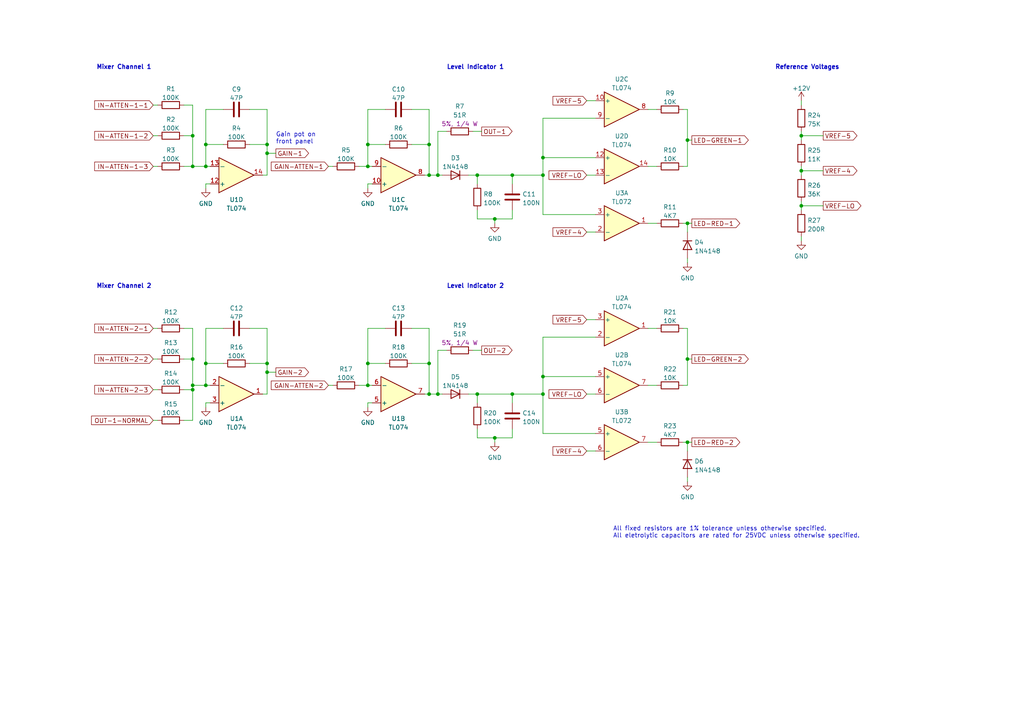
<source format=kicad_sch>
(kicad_sch (version 20211123) (generator eeschema)

  (uuid 4fe3cd02-8864-4b3e-a1a0-2dfa4d191ca2)

  (paper "A4")

  (title_block
    (title "Eurorack Dual Mixer")
    (date "2022-06-20")
    (rev "1.1")
    (company "Len Popp")
    (comment 1 "Copyright © 2022 Len Popp CC BY")
    (comment 2 "Layout designed for 8HP module using Delptronics Module Construction Set")
    (comment 3 "Eurorack 2-channel 3:1 mixer module - 8HP")
  )

  (lib_symbols
    (symbol "-lmp-diode:1N4148" (pin_numbers hide) (pin_names (offset 1.016) hide) (in_bom yes) (on_board yes)
      (property "Reference" "D" (id 0) (at 0 2.54 0)
        (effects (font (size 1.27 1.27)))
      )
      (property "Value" "1N4148" (id 1) (at 0 -2.54 0)
        (effects (font (size 1.27 1.27)))
      )
      (property "Footprint" "Diode_THT:D_DO-35_SOD27_P7.62mm_Horizontal" (id 2) (at 0 -4.445 0)
        (effects (font (size 1.27 1.27)) hide)
      )
      (property "Datasheet" "https://www.mouser.ca/datasheet/2/308/1N914_D-2309448.pdf" (id 3) (at 0 0 0)
        (effects (font (size 1.27 1.27)) hide)
      )
      (property "Manufacturer" "On Semi / Fairchild" (id 4) (at 0 0 0)
        (effects (font (size 1.27 1.27)) hide)
      )
      (property "ManufacturerPartNum" "1N4148-T50R" (id 5) (at 0 0 0)
        (effects (font (size 1.27 1.27)) hide)
      )
      (property "Distributor" "Mouser" (id 6) (at 0 0 0)
        (effects (font (size 1.27 1.27)) hide)
      )
      (property "DistributorPartNum" "512-1N4148T50R" (id 7) (at 0 0 0)
        (effects (font (size 1.27 1.27)) hide)
      )
      (property "DistributorPartLink" "https://www.mouser.ca/ProductDetail/?qs=0lQeLiL1qyZS6rosZp7Ehg%3D%3D" (id 8) (at 0 0 0)
        (effects (font (size 1.27 1.27)) hide)
      )
      (property "ki_keywords" "diode" (id 9) (at 0 0 0)
        (effects (font (size 1.27 1.27)) hide)
      )
      (property "ki_description" "Switching diode, 100V 0.15A, DO-35" (id 10) (at 0 0 0)
        (effects (font (size 1.27 1.27)) hide)
      )
      (property "ki_fp_filters" "D*DO?35*" (id 11) (at 0 0 0)
        (effects (font (size 1.27 1.27)) hide)
      )
      (symbol "1N4148_0_1"
        (polyline
          (pts
            (xy -1.27 1.27)
            (xy -1.27 -1.27)
          )
          (stroke (width 0.254) (type default) (color 0 0 0 0))
          (fill (type none))
        )
        (polyline
          (pts
            (xy 1.27 0)
            (xy -1.27 0)
          )
          (stroke (width 0) (type default) (color 0 0 0 0))
          (fill (type none))
        )
        (polyline
          (pts
            (xy 1.27 1.27)
            (xy 1.27 -1.27)
            (xy -1.27 0)
            (xy 1.27 1.27)
          )
          (stroke (width 0.254) (type default) (color 0 0 0 0))
          (fill (type none))
        )
      )
      (symbol "1N4148_1_1"
        (pin passive line (at -3.81 0 0) (length 2.54)
          (name "K" (effects (font (size 1.27 1.27))))
          (number "1" (effects (font (size 1.27 1.27))))
        )
        (pin passive line (at 3.81 0 180) (length 2.54)
          (name "A" (effects (font (size 1.27 1.27))))
          (number "2" (effects (font (size 1.27 1.27))))
        )
      )
    )
    (symbol "-lmp-opamp:TL072" (pin_names (offset 0.127)) (in_bom yes) (on_board yes)
      (property "Reference" "U" (id 0) (at 0 5.08 0)
        (effects (font (size 1.27 1.27)) (justify left))
      )
      (property "Value" "TL072" (id 1) (at 0 -5.08 0)
        (effects (font (size 1.27 1.27)) (justify left))
      )
      (property "Footprint" "Package_DIP:DIP-8_W7.62mm" (id 2) (at 0 0 0)
        (effects (font (size 1.27 1.27)) hide)
      )
      (property "Datasheet" "https://www.ti.com/lit/ds/symlink/tl072b.pdf?ts=1628812694194" (id 3) (at 0 0 0)
        (effects (font (size 1.27 1.27)) hide)
      )
      (property "Manufacturer" "Texas Instruments" (id 4) (at 0 0 0)
        (effects (font (size 1.27 1.27)) hide)
      )
      (property "ManufacturerPartNum" "TL072BCP" (id 5) (at 0 0 0)
        (effects (font (size 1.27 1.27)) hide)
      )
      (property "Distributor" "Mouser" (id 6) (at 0 0 0)
        (effects (font (size 1.27 1.27)) hide)
      )
      (property "DistributorPartNum" "595-TL072BCP" (id 7) (at 0 0 0)
        (effects (font (size 1.27 1.27)) hide)
      )
      (property "DistributorPartLink" "https://www.mouser.ca/ProductDetail/Texas-Instruments/TL072BCP?qs=p6YqzpSxLIxmo8AyZLsP4g%3D%3D" (id 8) (at 0 0 0)
        (effects (font (size 1.27 1.27)) hide)
      )
      (property "ki_locked" "" (id 9) (at 0 0 0)
        (effects (font (size 1.27 1.27)))
      )
      (property "ki_keywords" "quad opamp" (id 10) (at 0 0 0)
        (effects (font (size 1.27 1.27)) hide)
      )
      (property "ki_description" "Dual Low-Noise JFET-Input Operational Amplifiers, DIP-8/SOIC-8" (id 11) (at 0 0 0)
        (effects (font (size 1.27 1.27)) hide)
      )
      (property "ki_fp_filters" "SOIC*3.9x4.9mm*P1.27mm* DIP*W7.62mm* TO*99* OnSemi*Micro8* TSSOP*3x3mm*P0.65mm* TSSOP*4.4x3mm*P0.65mm* MSOP*3x3mm*P0.65mm* SSOP*3.9x4.9mm*P0.635mm* LFCSP*2x2mm*P0.5mm* *SIP* SOIC*5.3x6.2mm*P1.27mm*" (id 12) (at 0 0 0)
        (effects (font (size 1.27 1.27)) hide)
      )
      (symbol "TL072_1_1"
        (polyline
          (pts
            (xy -5.08 5.08)
            (xy 5.08 0)
            (xy -5.08 -5.08)
            (xy -5.08 5.08)
          )
          (stroke (width 0.254) (type default) (color 0 0 0 0))
          (fill (type background))
        )
        (pin output line (at 7.62 0 180) (length 2.54)
          (name "~" (effects (font (size 1.27 1.27))))
          (number "1" (effects (font (size 1.27 1.27))))
        )
        (pin input line (at -7.62 -2.54 0) (length 2.54)
          (name "-" (effects (font (size 1.27 1.27))))
          (number "2" (effects (font (size 1.27 1.27))))
        )
        (pin input line (at -7.62 2.54 0) (length 2.54)
          (name "+" (effects (font (size 1.27 1.27))))
          (number "3" (effects (font (size 1.27 1.27))))
        )
      )
      (symbol "TL072_2_1"
        (polyline
          (pts
            (xy -5.08 5.08)
            (xy 5.08 0)
            (xy -5.08 -5.08)
            (xy -5.08 5.08)
          )
          (stroke (width 0.254) (type default) (color 0 0 0 0))
          (fill (type background))
        )
        (pin input line (at -7.62 2.54 0) (length 2.54)
          (name "+" (effects (font (size 1.27 1.27))))
          (number "5" (effects (font (size 1.27 1.27))))
        )
        (pin input line (at -7.62 -2.54 0) (length 2.54)
          (name "-" (effects (font (size 1.27 1.27))))
          (number "6" (effects (font (size 1.27 1.27))))
        )
        (pin output line (at 7.62 0 180) (length 2.54)
          (name "~" (effects (font (size 1.27 1.27))))
          (number "7" (effects (font (size 1.27 1.27))))
        )
      )
      (symbol "TL072_3_1"
        (pin power_in line (at -2.54 -7.62 90) (length 3.81)
          (name "V-" (effects (font (size 1.27 1.27))))
          (number "4" (effects (font (size 1.27 1.27))))
        )
        (pin power_in line (at -2.54 7.62 270) (length 3.81)
          (name "V+" (effects (font (size 1.27 1.27))))
          (number "8" (effects (font (size 1.27 1.27))))
        )
      )
    )
    (symbol "-lmp-opamp:TL074" (pin_names (offset 0.127)) (in_bom yes) (on_board yes)
      (property "Reference" "U" (id 0) (at 0 5.08 0)
        (effects (font (size 1.27 1.27)) (justify left))
      )
      (property "Value" "TL074" (id 1) (at 0 -5.08 0)
        (effects (font (size 1.27 1.27)) (justify left))
      )
      (property "Footprint" "Package_DIP:DIP-14_W7.62mm" (id 2) (at -1.27 2.54 0)
        (effects (font (size 1.27 1.27)) hide)
      )
      (property "Datasheet" "http://www.ti.com/lit/ds/symlink/tl071.pdf" (id 3) (at 1.27 5.08 0)
        (effects (font (size 1.27 1.27)) hide)
      )
      (property "Manufacturer" "Texas Instruments" (id 4) (at 0 0 0)
        (effects (font (size 1.27 1.27)) hide)
      )
      (property "ManufacturerPartNum" "TL074BCN" (id 5) (at 0 0 0)
        (effects (font (size 1.27 1.27)) hide)
      )
      (property "Distributor" "Mouser" (id 6) (at 0 0 0)
        (effects (font (size 1.27 1.27)) hide)
      )
      (property "DistributorPartNum" "595-TL074BCN" (id 7) (at 0 0 0)
        (effects (font (size 1.27 1.27)) hide)
      )
      (property "DistributorPartLink" "https://www.mouser.ca/ProductDetail/?qs=vxEfx8VrU7BHurOY5iQdiA%3D%3D" (id 8) (at 0 0 0)
        (effects (font (size 1.27 1.27)) hide)
      )
      (property "ki_locked" "" (id 9) (at 0 0 0)
        (effects (font (size 1.27 1.27)))
      )
      (property "ki_keywords" "quad opamp" (id 10) (at 0 0 0)
        (effects (font (size 1.27 1.27)) hide)
      )
      (property "ki_description" "Quad Low-Noise JFET-Input Operational Amplifiers, DIP-14/SOIC-14" (id 11) (at 0 0 0)
        (effects (font (size 1.27 1.27)) hide)
      )
      (property "ki_fp_filters" "SOIC*3.9x8.7mm*P1.27mm* DIP*W7.62mm* TSSOP*4.4x5mm*P0.65mm* SSOP*5.3x6.2mm*P0.65mm* MSOP*3x3mm*P0.5mm*" (id 12) (at 0 0 0)
        (effects (font (size 1.27 1.27)) hide)
      )
      (symbol "TL074_1_1"
        (polyline
          (pts
            (xy -5.08 5.08)
            (xy 5.08 0)
            (xy -5.08 -5.08)
            (xy -5.08 5.08)
          )
          (stroke (width 0.254) (type default) (color 0 0 0 0))
          (fill (type background))
        )
        (pin output line (at 7.62 0 180) (length 2.54)
          (name "~" (effects (font (size 1.27 1.27))))
          (number "1" (effects (font (size 1.27 1.27))))
        )
        (pin input line (at -7.62 -2.54 0) (length 2.54)
          (name "-" (effects (font (size 1.27 1.27))))
          (number "2" (effects (font (size 1.27 1.27))))
        )
        (pin input line (at -7.62 2.54 0) (length 2.54)
          (name "+" (effects (font (size 1.27 1.27))))
          (number "3" (effects (font (size 1.27 1.27))))
        )
      )
      (symbol "TL074_2_1"
        (polyline
          (pts
            (xy -5.08 5.08)
            (xy 5.08 0)
            (xy -5.08 -5.08)
            (xy -5.08 5.08)
          )
          (stroke (width 0.254) (type default) (color 0 0 0 0))
          (fill (type background))
        )
        (pin input line (at -7.62 2.54 0) (length 2.54)
          (name "+" (effects (font (size 1.27 1.27))))
          (number "5" (effects (font (size 1.27 1.27))))
        )
        (pin input line (at -7.62 -2.54 0) (length 2.54)
          (name "-" (effects (font (size 1.27 1.27))))
          (number "6" (effects (font (size 1.27 1.27))))
        )
        (pin output line (at 7.62 0 180) (length 2.54)
          (name "~" (effects (font (size 1.27 1.27))))
          (number "7" (effects (font (size 1.27 1.27))))
        )
      )
      (symbol "TL074_3_1"
        (polyline
          (pts
            (xy -5.08 5.08)
            (xy 5.08 0)
            (xy -5.08 -5.08)
            (xy -5.08 5.08)
          )
          (stroke (width 0.254) (type default) (color 0 0 0 0))
          (fill (type background))
        )
        (pin input line (at -7.62 2.54 0) (length 2.54)
          (name "+" (effects (font (size 1.27 1.27))))
          (number "10" (effects (font (size 1.27 1.27))))
        )
        (pin output line (at 7.62 0 180) (length 2.54)
          (name "~" (effects (font (size 1.27 1.27))))
          (number "8" (effects (font (size 1.27 1.27))))
        )
        (pin input line (at -7.62 -2.54 0) (length 2.54)
          (name "-" (effects (font (size 1.27 1.27))))
          (number "9" (effects (font (size 1.27 1.27))))
        )
      )
      (symbol "TL074_4_1"
        (polyline
          (pts
            (xy -5.08 5.08)
            (xy 5.08 0)
            (xy -5.08 -5.08)
            (xy -5.08 5.08)
          )
          (stroke (width 0.254) (type default) (color 0 0 0 0))
          (fill (type background))
        )
        (pin input line (at -7.62 2.54 0) (length 2.54)
          (name "+" (effects (font (size 1.27 1.27))))
          (number "12" (effects (font (size 1.27 1.27))))
        )
        (pin input line (at -7.62 -2.54 0) (length 2.54)
          (name "-" (effects (font (size 1.27 1.27))))
          (number "13" (effects (font (size 1.27 1.27))))
        )
        (pin output line (at 7.62 0 180) (length 2.54)
          (name "~" (effects (font (size 1.27 1.27))))
          (number "14" (effects (font (size 1.27 1.27))))
        )
      )
      (symbol "TL074_5_1"
        (pin power_in line (at -2.54 -7.62 90) (length 3.81)
          (name "V-" (effects (font (size 1.27 1.27))))
          (number "11" (effects (font (size 1.27 1.27))))
        )
        (pin power_in line (at -2.54 7.62 270) (length 3.81)
          (name "V+" (effects (font (size 1.27 1.27))))
          (number "4" (effects (font (size 1.27 1.27))))
        )
      )
    )
    (symbol "-lmp-power:+12V" (power) (pin_names (offset 0)) (in_bom yes) (on_board yes)
      (property "Reference" "#PWR" (id 0) (at 0 -3.81 0)
        (effects (font (size 1.27 1.27)) hide)
      )
      (property "Value" "+12V" (id 1) (at 0 3.556 0)
        (effects (font (size 1.27 1.27)))
      )
      (property "Footprint" "" (id 2) (at 0 0 0)
        (effects (font (size 1.27 1.27)) hide)
      )
      (property "Datasheet" "" (id 3) (at 0 0 0)
        (effects (font (size 1.27 1.27)) hide)
      )
      (property "ki_keywords" "power-flag" (id 4) (at 0 0 0)
        (effects (font (size 1.27 1.27)) hide)
      )
      (property "ki_description" "Power symbol creates a global label with name \"+12V\"" (id 5) (at 0 0 0)
        (effects (font (size 1.27 1.27)) hide)
      )
      (symbol "+12V_0_1"
        (polyline
          (pts
            (xy -0.762 1.27)
            (xy 0 2.54)
          )
          (stroke (width 0) (type default) (color 0 0 0 0))
          (fill (type none))
        )
        (polyline
          (pts
            (xy 0 0)
            (xy 0 2.54)
          )
          (stroke (width 0) (type default) (color 0 0 0 0))
          (fill (type none))
        )
        (polyline
          (pts
            (xy 0 2.54)
            (xy 0.762 1.27)
          )
          (stroke (width 0) (type default) (color 0 0 0 0))
          (fill (type none))
        )
      )
      (symbol "+12V_1_1"
        (pin power_in line (at 0 0 90) (length 0) hide
          (name "+12V" (effects (font (size 1.27 1.27))))
          (number "1" (effects (font (size 1.27 1.27))))
        )
      )
    )
    (symbol "-lmp-power:GND" (power) (pin_names (offset 0)) (in_bom yes) (on_board yes)
      (property "Reference" "#PWR" (id 0) (at 0 -6.35 0)
        (effects (font (size 1.27 1.27)) hide)
      )
      (property "Value" "GND" (id 1) (at 0 -3.81 0)
        (effects (font (size 1.27 1.27)))
      )
      (property "Footprint" "" (id 2) (at 0 0 0)
        (effects (font (size 1.27 1.27)) hide)
      )
      (property "Datasheet" "" (id 3) (at 0 0 0)
        (effects (font (size 1.27 1.27)) hide)
      )
      (property "ki_keywords" "power-flag" (id 4) (at 0 0 0)
        (effects (font (size 1.27 1.27)) hide)
      )
      (property "ki_description" "Power symbol creates a global label with name \"GND\" , ground" (id 5) (at 0 0 0)
        (effects (font (size 1.27 1.27)) hide)
      )
      (symbol "GND_0_1"
        (polyline
          (pts
            (xy 0 0)
            (xy 0 -1.27)
            (xy 1.27 -1.27)
            (xy 0 -2.54)
            (xy -1.27 -1.27)
            (xy 0 -1.27)
          )
          (stroke (width 0) (type default) (color 0 0 0 0))
          (fill (type none))
        )
      )
      (symbol "GND_1_1"
        (pin power_in line (at 0 0 270) (length 0) hide
          (name "GND" (effects (font (size 1.27 1.27))))
          (number "1" (effects (font (size 1.27 1.27))))
        )
      )
    )
    (symbol "-lmp-synth:R_51R_Output" (pin_numbers hide) (pin_names (offset 0)) (in_bom yes) (on_board yes)
      (property "Reference" "R" (id 0) (at -2.286 0 90)
        (effects (font (size 1.27 1.27)))
      )
      (property "Value" "R_51R_Output" (id 1) (at 2.413 0 90)
        (effects (font (size 1.27 1.27)))
      )
      (property "Footprint" "-lmp-misc:R_Axial_DIN0207_L6.3mm_D2.5mm_P10.16mm_Horizontal" (id 2) (at -1.778 0 90)
        (effects (font (size 1.27 1.27)) hide)
      )
      (property "Datasheet" "https://www.mouser.ca/datasheet/2/447/Yageo_LR_MFR_1-1714151.pdf" (id 3) (at 0 0 0)
        (effects (font (size 1.27 1.27)) hide)
      )
      (property "Value2" "1%, 1/4 W" (id 4) (at 4.445 0 90)
        (effects (font (size 1.27 1.27)))
      )
      (property "Note" "Output limiting" (id 5) (at -1.905 -1.905 90)
        (effects (font (size 1.27 1.27)) hide)
      )
      (property "Manufacturer" "YAGEO" (id 6) (at 0 0 0)
        (effects (font (size 1.27 1.27)) hide)
      )
      (property "ManufacturerPartNum" "MFR-25FBF52-51R" (id 7) (at 0 0 0)
        (effects (font (size 1.27 1.27)) hide)
      )
      (property "Distributor" "Mouser" (id 8) (at -1.905 0 90)
        (effects (font (size 1.27 1.27)) hide)
      )
      (property "DistributorPartNum" "603-MFR-25FBF52-51R" (id 9) (at 0 0 0)
        (effects (font (size 1.27 1.27)) hide)
      )
      (property "DistributorPartLink" "https://www.mouser.ca/ProductDetail/?qs=oAGoVhmvjhzVx2bdEH1TLQ%3D%3D" (id 10) (at 0 0 0)
        (effects (font (size 1.27 1.27)) hide)
      )
      (property "ki_keywords" "R res resistor" (id 11) (at 0 0 0)
        (effects (font (size 1.27 1.27)) hide)
      )
      (property "ki_description" "Resistor" (id 12) (at 0 0 0)
        (effects (font (size 1.27 1.27)) hide)
      )
      (property "ki_fp_filters" "R_*" (id 13) (at 0 0 0)
        (effects (font (size 1.27 1.27)) hide)
      )
      (symbol "R_51R_Output_0_1"
        (rectangle (start -1.016 -2.54) (end 1.016 2.54)
          (stroke (width 0.254) (type default) (color 0 0 0 0))
          (fill (type none))
        )
      )
      (symbol "R_51R_Output_1_1"
        (pin passive line (at 0 3.81 270) (length 1.27)
          (name "~" (effects (font (size 1.27 1.27))))
          (number "1" (effects (font (size 1.27 1.27))))
        )
        (pin passive line (at 0 -3.81 90) (length 1.27)
          (name "~" (effects (font (size 1.27 1.27))))
          (number "2" (effects (font (size 1.27 1.27))))
        )
      )
    )
    (symbol "-lmp:CC" (pin_numbers hide) (pin_names (offset 0.254)) (in_bom yes) (on_board yes)
      (property "Reference" "C" (id 0) (at 0.635 2.54 0)
        (effects (font (size 1.27 1.27)) (justify left))
      )
      (property "Value" "CC" (id 1) (at 0.635 -2.54 0)
        (effects (font (size 1.27 1.27)) (justify left))
      )
      (property "Footprint" "" (id 2) (at 0.9652 -3.81 0)
        (effects (font (size 1.27 1.27)) hide)
      )
      (property "Datasheet" "~" (id 3) (at 0 0 0)
        (effects (font (size 1.27 1.27)) hide)
      )
      (property "ki_keywords" "cap capacitor ceramic" (id 4) (at 0 0 0)
        (effects (font (size 1.27 1.27)) hide)
      )
      (property "ki_description" "Capacitor - Ceramic" (id 5) (at 0 0 0)
        (effects (font (size 1.27 1.27)) hide)
      )
      (property "ki_fp_filters" "C_*" (id 6) (at 0 0 0)
        (effects (font (size 1.27 1.27)) hide)
      )
      (symbol "CC_0_1"
        (polyline
          (pts
            (xy -2.032 -0.762)
            (xy 2.032 -0.762)
          )
          (stroke (width 0.508) (type default) (color 0 0 0 0))
          (fill (type none))
        )
        (polyline
          (pts
            (xy -2.032 0.762)
            (xy 2.032 0.762)
          )
          (stroke (width 0.508) (type default) (color 0 0 0 0))
          (fill (type none))
        )
      )
      (symbol "CC_1_1"
        (pin passive line (at 0 3.81 270) (length 2.794)
          (name "~" (effects (font (size 1.27 1.27))))
          (number "1" (effects (font (size 1.27 1.27))))
        )
        (pin passive line (at 0 -3.81 90) (length 2.794)
          (name "~" (effects (font (size 1.27 1.27))))
          (number "2" (effects (font (size 1.27 1.27))))
        )
      )
    )
    (symbol "-lmp:CC_100N" (pin_numbers hide) (pin_names (offset 0.254)) (in_bom yes) (on_board yes)
      (property "Reference" "C" (id 0) (at 0.635 2.54 0)
        (effects (font (size 1.27 1.27)) (justify left))
      )
      (property "Value" "CC_100N" (id 1) (at 0.635 -2.54 0)
        (effects (font (size 1.27 1.27)) (justify left))
      )
      (property "Footprint" "-lmp-misc:C_Disc_D5.0mm_W2.5mm_P2.50mm" (id 2) (at 0.9652 -3.81 0)
        (effects (font (size 1.27 1.27)) hide)
      )
      (property "Datasheet" "https://product.tdk.com/system/files/dam/doc/product/capacitor/ceramic/lead-mlcc/catalog/leadmlcc_halogenfree_fg_en.pdf" (id 3) (at -0.635 -3.81 0)
        (effects (font (size 1.27 1.27)) hide)
      )
      (property "Note" "IC decoupling" (id 4) (at 0.635 -5.08 0)
        (effects (font (size 1.27 1.27)) (justify left) hide)
      )
      (property "Manufacturer" "TDK" (id 5) (at 0 0 0)
        (effects (font (size 1.27 1.27)) hide)
      )
      (property "ManufacturerPartNum" "FG18X7R1H104KNT06" (id 6) (at 0 0 0)
        (effects (font (size 1.27 1.27)) hide)
      )
      (property "Distributor" "Mouser" (id 7) (at 0 0 0)
        (effects (font (size 1.27 1.27)) hide)
      )
      (property "DistributorPartNum" "810-FG18X7R1H104KNT6" (id 8) (at 0 0 0)
        (effects (font (size 1.27 1.27)) hide)
      )
      (property "DistributorPartLink" "https://www.mouser.ca/ProductDetail/810-FG18X7R1H104KNT6" (id 9) (at 0 0 0)
        (effects (font (size 1.27 1.27)) hide)
      )
      (property "ki_keywords" "cap capacitor ceramic" (id 10) (at 0 0 0)
        (effects (font (size 1.27 1.27)) hide)
      )
      (property "ki_description" "Capacitor - Ceramic - IC decoupling" (id 11) (at 0 0 0)
        (effects (font (size 1.27 1.27)) hide)
      )
      (property "ki_fp_filters" "C_*" (id 12) (at 0 0 0)
        (effects (font (size 1.27 1.27)) hide)
      )
      (symbol "CC_100N_0_1"
        (polyline
          (pts
            (xy -2.032 -0.762)
            (xy 2.032 -0.762)
          )
          (stroke (width 0.508) (type default) (color 0 0 0 0))
          (fill (type none))
        )
        (polyline
          (pts
            (xy -2.032 0.762)
            (xy 2.032 0.762)
          )
          (stroke (width 0.508) (type default) (color 0 0 0 0))
          (fill (type none))
        )
      )
      (symbol "CC_100N_1_1"
        (pin passive line (at 0 3.81 270) (length 2.794)
          (name "~" (effects (font (size 1.27 1.27))))
          (number "1" (effects (font (size 1.27 1.27))))
        )
        (pin passive line (at 0 -3.81 90) (length 2.794)
          (name "~" (effects (font (size 1.27 1.27))))
          (number "2" (effects (font (size 1.27 1.27))))
        )
      )
    )
    (symbol "-lmp:R_1%_0W166" (pin_numbers hide) (pin_names (offset 0)) (in_bom yes) (on_board yes)
      (property "Reference" "R" (id 0) (at -2.286 0 90)
        (effects (font (size 1.27 1.27)))
      )
      (property "Value" "R_1%_0W166" (id 1) (at 2.413 0 90)
        (effects (font (size 1.27 1.27)))
      )
      (property "Footprint" "-lmp-misc:R_Axial_DIN0207_L6.3mm_D2.5mm_P7.62mm_Horizontal" (id 2) (at -1.778 0 90)
        (effects (font (size 1.27 1.27)) hide)
      )
      (property "Datasheet" "https://www.mouser.ca/datasheet/2/447/Yageo_LR_MFR_1-1714151.pdf" (id 3) (at 0 0 0)
        (effects (font (size 1.27 1.27)) hide)
      )
      (property "Manufacturer" "YAGEO" (id 4) (at 0 0 0)
        (effects (font (size 1.27 1.27)) hide)
      )
      (property "ManufacturerPartNum" "MFR-12*" (id 5) (at 0 0 0)
        (effects (font (size 1.27 1.27)) hide)
      )
      (property "Distributor" "Mouser" (id 6) (at 0 0 0)
        (effects (font (size 1.27 1.27)) hide)
      )
      (property "DistributorPartNum" "603-MFR-12*" (id 7) (at 0 0 0)
        (effects (font (size 1.27 1.27)) hide)
      )
      (property "DistributorPartLink" "https://www.mouser.ca/c/?m=YAGEO&power+rating=166+mW+(1%2f6+W)&tolerance=1+%25&instock=y" (id 8) (at 0 0 0)
        (effects (font (size 1.27 1.27)) hide)
      )
      (property "Value2" "1%, 1/6 W" (id 9) (at 4.953 0 90)
        (effects (font (size 1.27 1.27)) hide)
      )
      (property "ki_keywords" "R res resistor" (id 10) (at 0 0 0)
        (effects (font (size 1.27 1.27)) hide)
      )
      (property "ki_description" "Resistor" (id 11) (at 0 0 0)
        (effects (font (size 1.27 1.27)) hide)
      )
      (property "ki_fp_filters" "R_*" (id 12) (at 0 0 0)
        (effects (font (size 1.27 1.27)) hide)
      )
      (symbol "R_1%_0W166_0_1"
        (rectangle (start -1.016 -2.54) (end 1.016 2.54)
          (stroke (width 0.254) (type default) (color 0 0 0 0))
          (fill (type none))
        )
      )
      (symbol "R_1%_0W166_1_1"
        (pin passive line (at 0 3.81 270) (length 1.27)
          (name "~" (effects (font (size 1.27 1.27))))
          (number "1" (effects (font (size 1.27 1.27))))
        )
        (pin passive line (at 0 -3.81 90) (length 1.27)
          (name "~" (effects (font (size 1.27 1.27))))
          (number "2" (effects (font (size 1.27 1.27))))
        )
      )
    )
  )

  (junction (at 77.47 105.41) (diameter 0) (color 0 0 0 0)
    (uuid 06f3d273-560e-4856-890b-fee92b99c22f)
  )
  (junction (at 127 114.3) (diameter 0) (color 0 0 0 0)
    (uuid 0867a2e5-3395-4cba-a0b0-fae6f9d99595)
  )
  (junction (at 124.46 50.8) (diameter 0) (color 0 0 0 0)
    (uuid 17276962-fe7f-4df9-b1d0-699b9c0d3fb4)
  )
  (junction (at 232.41 39.37) (diameter 0) (color 0 0 0 0)
    (uuid 17f2858c-d26b-4342-ab6e-6e386e250506)
  )
  (junction (at 124.46 41.91) (diameter 0) (color 0 0 0 0)
    (uuid 1e3f0c0a-2598-43d7-851a-6f4fcbf4291c)
  )
  (junction (at 199.39 64.77) (diameter 0) (color 0 0 0 0)
    (uuid 1f4310f4-349d-4c2c-9a60-7fb0fe4219b9)
  )
  (junction (at 59.69 105.41) (diameter 0) (color 0 0 0 0)
    (uuid 2fe949dd-2ca3-4527-bd9e-f6d9c5b21541)
  )
  (junction (at 199.39 128.27) (diameter 0) (color 0 0 0 0)
    (uuid 46062bea-46f6-43e8-960a-28a0f4ae8a6f)
  )
  (junction (at 138.43 50.8) (diameter 0) (color 0 0 0 0)
    (uuid 490de034-729f-4f39-861b-434a202fd03b)
  )
  (junction (at 157.48 45.72) (diameter 0) (color 0 0 0 0)
    (uuid 54dbb82a-91ab-48ef-9c75-25338b78a344)
  )
  (junction (at 77.47 41.91) (diameter 0) (color 0 0 0 0)
    (uuid 62145a3a-b9fb-4521-ac71-bfffeb2d0574)
  )
  (junction (at 199.39 40.64) (diameter 0) (color 0 0 0 0)
    (uuid 65f0fdef-effc-430c-8a47-749ba3ee9a38)
  )
  (junction (at 138.43 114.3) (diameter 0) (color 0 0 0 0)
    (uuid 68dc95a5-e7d0-4a08-89d9-29851c6b8930)
  )
  (junction (at 77.47 107.95) (diameter 0) (color 0 0 0 0)
    (uuid 68e1a6fd-d388-4477-bacb-4cfb16f83e8c)
  )
  (junction (at 55.88 111.76) (diameter 0) (color 0 0 0 0)
    (uuid 75957dca-473c-475c-a982-d18802c64d39)
  )
  (junction (at 106.68 48.26) (diameter 0) (color 0 0 0 0)
    (uuid 79bacaac-0bca-4b61-9df7-012deb4ab38e)
  )
  (junction (at 157.48 50.8) (diameter 0) (color 0 0 0 0)
    (uuid 7de478d0-0d67-4991-94ac-b19eea326a44)
  )
  (junction (at 59.69 48.26) (diameter 0) (color 0 0 0 0)
    (uuid 8eb96bb0-727b-4b81-81d2-452d4ba330db)
  )
  (junction (at 148.59 50.8) (diameter 0) (color 0 0 0 0)
    (uuid 91f92107-3aab-42ef-849a-9cbcb31cda18)
  )
  (junction (at 232.41 49.53) (diameter 0) (color 0 0 0 0)
    (uuid 9621b952-5356-49fe-a9d3-455f08ca01d7)
  )
  (junction (at 77.47 44.45) (diameter 0) (color 0 0 0 0)
    (uuid 994067fc-4ecc-4e98-b6ac-ec4bbc2cc715)
  )
  (junction (at 127 50.8) (diameter 0) (color 0 0 0 0)
    (uuid 9a83d29b-914c-4ea8-b0b3-84bc0766583d)
  )
  (junction (at 199.39 104.14) (diameter 0) (color 0 0 0 0)
    (uuid 9fd0ea87-757d-447c-bed3-b2b415a94a59)
  )
  (junction (at 55.88 39.37) (diameter 0) (color 0 0 0 0)
    (uuid a1a75e30-b121-458b-a5d2-e6d2279d8f53)
  )
  (junction (at 157.48 109.22) (diameter 0) (color 0 0 0 0)
    (uuid a37b1a51-4609-47ea-bf16-eeafe0d9fc7e)
  )
  (junction (at 55.88 113.03) (diameter 0) (color 0 0 0 0)
    (uuid af7103d5-c0b6-48e0-9f76-26c7b1515c8c)
  )
  (junction (at 148.59 114.3) (diameter 0) (color 0 0 0 0)
    (uuid b0680a06-32cf-4b3f-b16b-d94a316e81e9)
  )
  (junction (at 106.68 41.91) (diameter 0) (color 0 0 0 0)
    (uuid b23d1eb2-059b-4bc8-b5bc-34b0b807900e)
  )
  (junction (at 106.68 111.76) (diameter 0) (color 0 0 0 0)
    (uuid b5c4b463-2034-4ed4-b651-9c7d9e9884b5)
  )
  (junction (at 106.68 105.41) (diameter 0) (color 0 0 0 0)
    (uuid bdf3b73b-d475-42f5-afd1-9acf5bbfb8f8)
  )
  (junction (at 124.46 105.41) (diameter 0) (color 0 0 0 0)
    (uuid c10f5975-5783-4a79-9de7-ca2e71af6dd2)
  )
  (junction (at 232.41 59.69) (diameter 0) (color 0 0 0 0)
    (uuid d563dd40-4eba-47d1-ae63-90c67f13210b)
  )
  (junction (at 143.51 63.5) (diameter 0) (color 0 0 0 0)
    (uuid ddf1a633-5454-484c-8788-7fd7cb29cbf9)
  )
  (junction (at 124.46 114.3) (diameter 0) (color 0 0 0 0)
    (uuid e1f63d3c-ae8c-4b86-9c51-c441ea8df144)
  )
  (junction (at 59.69 111.76) (diameter 0) (color 0 0 0 0)
    (uuid e300f7d9-394b-473c-a990-2f712803944e)
  )
  (junction (at 143.51 127) (diameter 0) (color 0 0 0 0)
    (uuid e54c23c1-22ac-4b7a-a68d-8f9560137218)
  )
  (junction (at 55.88 48.26) (diameter 0) (color 0 0 0 0)
    (uuid e7f87c90-cdc2-457c-82b4-4de64c01ecdf)
  )
  (junction (at 55.88 104.14) (diameter 0) (color 0 0 0 0)
    (uuid f9af260f-dfa2-4ded-9f08-3137dbb3dc91)
  )
  (junction (at 157.48 114.3) (diameter 0) (color 0 0 0 0)
    (uuid fcb2a3e6-7cbb-4089-9700-4c59b12ac050)
  )
  (junction (at 59.69 41.91) (diameter 0) (color 0 0 0 0)
    (uuid fcb621ed-a69e-44bb-9ac2-ecccb6d24f5e)
  )

  (wire (pts (xy 199.39 31.75) (xy 199.39 40.64))
    (stroke (width 0) (type default) (color 0 0 0 0))
    (uuid 02b2b028-af93-42e0-b24b-58d4144b26f5)
  )
  (wire (pts (xy 111.76 95.25) (xy 106.68 95.25))
    (stroke (width 0) (type default) (color 0 0 0 0))
    (uuid 043036a7-71dd-48ae-a139-830f808694f3)
  )
  (wire (pts (xy 198.12 128.27) (xy 199.39 128.27))
    (stroke (width 0) (type default) (color 0 0 0 0))
    (uuid 04b83e0c-5d86-4cc6-9dd1-f93fc3f41b23)
  )
  (wire (pts (xy 106.68 48.26) (xy 107.95 48.26))
    (stroke (width 0) (type default) (color 0 0 0 0))
    (uuid 04d8513d-4cfc-4c93-910d-78d9a1a9a260)
  )
  (wire (pts (xy 77.47 44.45) (xy 77.47 50.8))
    (stroke (width 0) (type default) (color 0 0 0 0))
    (uuid 087e70c7-060a-4f82-9990-a69b73f08fed)
  )
  (wire (pts (xy 55.88 111.76) (xy 55.88 113.03))
    (stroke (width 0) (type default) (color 0 0 0 0))
    (uuid 09e0156c-6ba9-486d-93eb-13de9fdc6a2f)
  )
  (wire (pts (xy 95.25 111.76) (xy 96.52 111.76))
    (stroke (width 0) (type default) (color 0 0 0 0))
    (uuid 0a140c94-f440-4526-bbc8-eb0946865891)
  )
  (wire (pts (xy 127 101.6) (xy 129.54 101.6))
    (stroke (width 0) (type default) (color 0 0 0 0))
    (uuid 0a167a79-d00c-45d2-bd6a-9da6ff622d94)
  )
  (wire (pts (xy 143.51 127) (xy 148.59 127))
    (stroke (width 0) (type default) (color 0 0 0 0))
    (uuid 0ca3085a-11d0-444b-8b54-bd7945c436b0)
  )
  (wire (pts (xy 55.88 104.14) (xy 55.88 95.25))
    (stroke (width 0) (type default) (color 0 0 0 0))
    (uuid 0f43c6d8-027e-4aaf-adfc-83efd7dfd452)
  )
  (wire (pts (xy 111.76 31.75) (xy 106.68 31.75))
    (stroke (width 0) (type default) (color 0 0 0 0))
    (uuid 11c98571-a8d6-4c5a-b6ff-0a95ac1db516)
  )
  (wire (pts (xy 232.41 59.69) (xy 232.41 60.96))
    (stroke (width 0) (type default) (color 0 0 0 0))
    (uuid 12f4f604-b868-4ab7-a30e-0522cb60dc06)
  )
  (wire (pts (xy 53.34 39.37) (xy 55.88 39.37))
    (stroke (width 0) (type default) (color 0 0 0 0))
    (uuid 13db772a-1431-4e0a-921b-d84378964b0f)
  )
  (wire (pts (xy 232.41 59.69) (xy 238.76 59.69))
    (stroke (width 0) (type default) (color 0 0 0 0))
    (uuid 1896b0c1-306b-40f0-94c3-a61cb34c129b)
  )
  (wire (pts (xy 44.45 113.03) (xy 45.72 113.03))
    (stroke (width 0) (type default) (color 0 0 0 0))
    (uuid 18d9b288-fcf2-48f4-a7e3-3510549846a5)
  )
  (wire (pts (xy 77.47 44.45) (xy 77.47 41.91))
    (stroke (width 0) (type default) (color 0 0 0 0))
    (uuid 1a8b827d-cbfd-48b7-9954-4bb1a4b08e84)
  )
  (wire (pts (xy 106.68 111.76) (xy 107.95 111.76))
    (stroke (width 0) (type default) (color 0 0 0 0))
    (uuid 1c986e76-abb7-4336-b2c2-eb01ad0d703a)
  )
  (wire (pts (xy 124.46 105.41) (xy 124.46 114.3))
    (stroke (width 0) (type default) (color 0 0 0 0))
    (uuid 1cc6caae-9769-4739-aac8-77313e3acc63)
  )
  (wire (pts (xy 187.96 31.75) (xy 190.5 31.75))
    (stroke (width 0) (type default) (color 0 0 0 0))
    (uuid 1e5e888c-0c3d-4037-b8f7-730d90f56d91)
  )
  (wire (pts (xy 172.72 97.79) (xy 157.48 97.79))
    (stroke (width 0) (type default) (color 0 0 0 0))
    (uuid 1f778ceb-4f55-42a7-89e2-0cacf5f91184)
  )
  (wire (pts (xy 198.12 95.25) (xy 199.39 95.25))
    (stroke (width 0) (type default) (color 0 0 0 0))
    (uuid 2217099d-869f-47b0-8f9f-cd13ae868f65)
  )
  (wire (pts (xy 77.47 107.95) (xy 77.47 105.41))
    (stroke (width 0) (type default) (color 0 0 0 0))
    (uuid 22d3eee4-315f-4ff6-adb3-93c6563dabd9)
  )
  (wire (pts (xy 199.39 40.64) (xy 200.66 40.64))
    (stroke (width 0) (type default) (color 0 0 0 0))
    (uuid 23f4e605-daff-481b-aa55-927715f0bd90)
  )
  (wire (pts (xy 232.41 49.53) (xy 238.76 49.53))
    (stroke (width 0) (type default) (color 0 0 0 0))
    (uuid 247c1f51-a1ce-4316-bb7e-1b2f154af8e0)
  )
  (wire (pts (xy 137.16 101.6) (xy 139.7 101.6))
    (stroke (width 0) (type default) (color 0 0 0 0))
    (uuid 24f8d05f-8171-4922-a74c-57015a56ab37)
  )
  (wire (pts (xy 106.68 105.41) (xy 111.76 105.41))
    (stroke (width 0) (type default) (color 0 0 0 0))
    (uuid 26a367f6-02ab-45ce-a764-76998959f691)
  )
  (wire (pts (xy 148.59 127) (xy 148.59 124.46))
    (stroke (width 0) (type default) (color 0 0 0 0))
    (uuid 26d82475-8936-4b6e-b348-0d2a565f110e)
  )
  (wire (pts (xy 124.46 31.75) (xy 124.46 41.91))
    (stroke (width 0) (type default) (color 0 0 0 0))
    (uuid 27169748-993b-4673-aef8-ad2df59b5dce)
  )
  (wire (pts (xy 59.69 111.76) (xy 60.96 111.76))
    (stroke (width 0) (type default) (color 0 0 0 0))
    (uuid 288fd2de-3c5d-4690-bc1e-b5b99d874fea)
  )
  (wire (pts (xy 127 38.1) (xy 127 50.8))
    (stroke (width 0) (type default) (color 0 0 0 0))
    (uuid 2b53a16f-253f-4cec-aaaf-ef9fc392a6aa)
  )
  (wire (pts (xy 124.46 114.3) (xy 127 114.3))
    (stroke (width 0) (type default) (color 0 0 0 0))
    (uuid 2c402fae-9c88-46ba-a802-1e164893f5dd)
  )
  (wire (pts (xy 106.68 95.25) (xy 106.68 105.41))
    (stroke (width 0) (type default) (color 0 0 0 0))
    (uuid 2e890f62-bd18-48e5-89ba-d342adfca3b9)
  )
  (wire (pts (xy 59.69 95.25) (xy 59.69 105.41))
    (stroke (width 0) (type default) (color 0 0 0 0))
    (uuid 2ece409f-b99f-45a6-b40f-6d80f823f521)
  )
  (wire (pts (xy 44.45 104.14) (xy 45.72 104.14))
    (stroke (width 0) (type default) (color 0 0 0 0))
    (uuid 2fa42907-6a76-4b48-abcb-2f05621a9948)
  )
  (wire (pts (xy 170.18 92.71) (xy 172.72 92.71))
    (stroke (width 0) (type default) (color 0 0 0 0))
    (uuid 323c3d50-2f6f-4672-b47d-b466389a9adb)
  )
  (wire (pts (xy 143.51 127) (xy 143.51 128.27))
    (stroke (width 0) (type default) (color 0 0 0 0))
    (uuid 33931b0f-146d-4754-8ea8-e3bd2acc5880)
  )
  (wire (pts (xy 77.47 41.91) (xy 72.39 41.91))
    (stroke (width 0) (type default) (color 0 0 0 0))
    (uuid 370bc221-aa7f-4ab4-8665-eb633101bf51)
  )
  (wire (pts (xy 53.34 113.03) (xy 55.88 113.03))
    (stroke (width 0) (type default) (color 0 0 0 0))
    (uuid 3af3f43c-58d0-4a45-82c3-aa5e3137c253)
  )
  (wire (pts (xy 232.41 39.37) (xy 232.41 40.64))
    (stroke (width 0) (type default) (color 0 0 0 0))
    (uuid 3e0522e6-5316-45b8-a7b3-a719ff8d3f36)
  )
  (wire (pts (xy 59.69 53.34) (xy 59.69 54.61))
    (stroke (width 0) (type default) (color 0 0 0 0))
    (uuid 401e6123-52e6-4363-8180-888529907adb)
  )
  (wire (pts (xy 190.5 111.76) (xy 187.96 111.76))
    (stroke (width 0) (type default) (color 0 0 0 0))
    (uuid 422117a3-a57e-4159-9050-cc4e74c81f32)
  )
  (wire (pts (xy 59.69 41.91) (xy 59.69 48.26))
    (stroke (width 0) (type default) (color 0 0 0 0))
    (uuid 45fdd9a6-d58c-406a-964f-3febab93a38d)
  )
  (wire (pts (xy 77.47 95.25) (xy 77.47 105.41))
    (stroke (width 0) (type default) (color 0 0 0 0))
    (uuid 4a4cf905-bd41-4216-b452-024a9f51e518)
  )
  (wire (pts (xy 124.46 41.91) (xy 124.46 50.8))
    (stroke (width 0) (type default) (color 0 0 0 0))
    (uuid 4b318a01-b478-411d-9d37-c03edbbf26b6)
  )
  (wire (pts (xy 64.77 95.25) (xy 59.69 95.25))
    (stroke (width 0) (type default) (color 0 0 0 0))
    (uuid 4bdc3ec2-932e-46cd-81ec-09d751960ab0)
  )
  (wire (pts (xy 59.69 48.26) (xy 60.96 48.26))
    (stroke (width 0) (type default) (color 0 0 0 0))
    (uuid 4d0e4b39-159b-40da-885c-d4e06f6472b5)
  )
  (wire (pts (xy 53.34 121.92) (xy 55.88 121.92))
    (stroke (width 0) (type default) (color 0 0 0 0))
    (uuid 4e9b3cd3-269e-4431-a542-6558b252ba3b)
  )
  (wire (pts (xy 44.45 95.25) (xy 45.72 95.25))
    (stroke (width 0) (type default) (color 0 0 0 0))
    (uuid 52ee879b-4c32-489e-b8ab-4a39211d1b8b)
  )
  (wire (pts (xy 119.38 31.75) (xy 124.46 31.75))
    (stroke (width 0) (type default) (color 0 0 0 0))
    (uuid 5435e743-9169-4504-afde-2cf5d07c7765)
  )
  (wire (pts (xy 199.39 76.2) (xy 199.39 74.93))
    (stroke (width 0) (type default) (color 0 0 0 0))
    (uuid 5c5e1f33-5184-4fad-b068-c0416a90578f)
  )
  (wire (pts (xy 44.45 39.37) (xy 45.72 39.37))
    (stroke (width 0) (type default) (color 0 0 0 0))
    (uuid 5c95602f-06b3-4ff4-803d-15b615d394fd)
  )
  (wire (pts (xy 135.89 114.3) (xy 138.43 114.3))
    (stroke (width 0) (type default) (color 0 0 0 0))
    (uuid 5d7c464e-acde-4978-a8b7-c6c37a4f66f8)
  )
  (wire (pts (xy 95.25 48.26) (xy 96.52 48.26))
    (stroke (width 0) (type default) (color 0 0 0 0))
    (uuid 5e6c0928-927a-488b-9658-197a7877d1b2)
  )
  (wire (pts (xy 199.39 139.7) (xy 199.39 138.43))
    (stroke (width 0) (type default) (color 0 0 0 0))
    (uuid 60edccf4-e705-4ab6-9f87-bbe55b940823)
  )
  (wire (pts (xy 138.43 114.3) (xy 148.59 114.3))
    (stroke (width 0) (type default) (color 0 0 0 0))
    (uuid 60f36004-9c6b-4ff2-99ee-a8e7cb6ef939)
  )
  (wire (pts (xy 199.39 130.81) (xy 199.39 128.27))
    (stroke (width 0) (type default) (color 0 0 0 0))
    (uuid 63916d95-a746-425c-ace2-07a1c552875c)
  )
  (wire (pts (xy 60.96 116.84) (xy 59.69 116.84))
    (stroke (width 0) (type default) (color 0 0 0 0))
    (uuid 64b90bf9-b138-4471-84ee-479da03ebf3a)
  )
  (wire (pts (xy 148.59 114.3) (xy 148.59 116.84))
    (stroke (width 0) (type default) (color 0 0 0 0))
    (uuid 67bc27bc-0087-4780-9a4f-6ff643337da7)
  )
  (wire (pts (xy 77.47 105.41) (xy 72.39 105.41))
    (stroke (width 0) (type default) (color 0 0 0 0))
    (uuid 6aa6031f-3f9b-4f8f-b548-6a4c630ccfdc)
  )
  (wire (pts (xy 127 38.1) (xy 129.54 38.1))
    (stroke (width 0) (type default) (color 0 0 0 0))
    (uuid 6d85b9ad-4670-4d4d-9ad2-b899976e18b9)
  )
  (wire (pts (xy 138.43 50.8) (xy 148.59 50.8))
    (stroke (width 0) (type default) (color 0 0 0 0))
    (uuid 6dad9f4e-9688-4f67-b768-3e05602e0bbf)
  )
  (wire (pts (xy 119.38 95.25) (xy 124.46 95.25))
    (stroke (width 0) (type default) (color 0 0 0 0))
    (uuid 700eb7af-18de-4874-8aa7-9d0aa5553d1b)
  )
  (wire (pts (xy 172.72 34.29) (xy 157.48 34.29))
    (stroke (width 0) (type default) (color 0 0 0 0))
    (uuid 70ba6f85-9594-4ff0-adb3-5ab5efcee211)
  )
  (wire (pts (xy 107.95 53.34) (xy 106.68 53.34))
    (stroke (width 0) (type default) (color 0 0 0 0))
    (uuid 70c4849e-f392-4eaf-bf9b-00bb0c4bb5c7)
  )
  (wire (pts (xy 199.39 104.14) (xy 199.39 111.76))
    (stroke (width 0) (type default) (color 0 0 0 0))
    (uuid 711cd7cc-cb25-4c07-8418-596305254fa6)
  )
  (wire (pts (xy 138.43 114.3) (xy 138.43 116.84))
    (stroke (width 0) (type default) (color 0 0 0 0))
    (uuid 71540914-6e44-44e3-9c16-966422d1b80f)
  )
  (wire (pts (xy 64.77 41.91) (xy 59.69 41.91))
    (stroke (width 0) (type default) (color 0 0 0 0))
    (uuid 720fc577-aa0e-4269-8aed-0f1bfe731ef0)
  )
  (wire (pts (xy 55.88 121.92) (xy 55.88 113.03))
    (stroke (width 0) (type default) (color 0 0 0 0))
    (uuid 73ddbbcc-3910-4620-b98c-aafddeec472d)
  )
  (wire (pts (xy 53.34 48.26) (xy 55.88 48.26))
    (stroke (width 0) (type default) (color 0 0 0 0))
    (uuid 74c6d355-1003-466a-b9a9-d866adacf479)
  )
  (wire (pts (xy 127 114.3) (xy 128.27 114.3))
    (stroke (width 0) (type default) (color 0 0 0 0))
    (uuid 776dec2b-d953-47f3-b728-0cac4b8df790)
  )
  (wire (pts (xy 77.47 107.95) (xy 80.01 107.95))
    (stroke (width 0) (type default) (color 0 0 0 0))
    (uuid 78d2c453-bc38-49ff-b6d7-86d620914b0e)
  )
  (wire (pts (xy 198.12 31.75) (xy 199.39 31.75))
    (stroke (width 0) (type default) (color 0 0 0 0))
    (uuid 7c628709-8020-46c6-aae0-ba023502053a)
  )
  (wire (pts (xy 59.69 105.41) (xy 59.69 111.76))
    (stroke (width 0) (type default) (color 0 0 0 0))
    (uuid 7d691b88-bea8-4e3a-827a-764548b603bb)
  )
  (wire (pts (xy 199.39 67.31) (xy 199.39 64.77))
    (stroke (width 0) (type default) (color 0 0 0 0))
    (uuid 7e37dce3-43fc-4e79-a4fc-50128d296985)
  )
  (wire (pts (xy 157.48 109.22) (xy 172.72 109.22))
    (stroke (width 0) (type default) (color 0 0 0 0))
    (uuid 7eaa22f2-e0a7-4c8c-adce-bf543798db43)
  )
  (wire (pts (xy 106.68 31.75) (xy 106.68 41.91))
    (stroke (width 0) (type default) (color 0 0 0 0))
    (uuid 7f9b0e39-f9fc-4826-81ee-906ee02a1c46)
  )
  (wire (pts (xy 157.48 109.22) (xy 157.48 114.3))
    (stroke (width 0) (type default) (color 0 0 0 0))
    (uuid 85d90de9-eb84-4b91-96d3-bc1f32cb2b7f)
  )
  (wire (pts (xy 106.68 105.41) (xy 106.68 111.76))
    (stroke (width 0) (type default) (color 0 0 0 0))
    (uuid 85e589b1-16ed-401d-9fbe-5f831fcb12f9)
  )
  (wire (pts (xy 170.18 29.21) (xy 172.72 29.21))
    (stroke (width 0) (type default) (color 0 0 0 0))
    (uuid 8792440a-866e-4590-9cfc-6706c046629f)
  )
  (wire (pts (xy 127 101.6) (xy 127 114.3))
    (stroke (width 0) (type default) (color 0 0 0 0))
    (uuid 87ce4f4c-fe1f-4b32-8c1e-5c39d4a1ca9e)
  )
  (wire (pts (xy 199.39 95.25) (xy 199.39 104.14))
    (stroke (width 0) (type default) (color 0 0 0 0))
    (uuid 87d3bf4f-9f1b-4832-b1e5-980c57c9bc07)
  )
  (wire (pts (xy 124.46 41.91) (xy 119.38 41.91))
    (stroke (width 0) (type default) (color 0 0 0 0))
    (uuid 88412163-6ee9-4c2e-83bc-32783f1b4b79)
  )
  (wire (pts (xy 157.48 62.23) (xy 172.72 62.23))
    (stroke (width 0) (type default) (color 0 0 0 0))
    (uuid 89c407ce-d4ba-4957-ab90-769abf9a544f)
  )
  (wire (pts (xy 143.51 63.5) (xy 148.59 63.5))
    (stroke (width 0) (type default) (color 0 0 0 0))
    (uuid 8ac76591-0334-431b-be24-d4f27f8905c5)
  )
  (wire (pts (xy 232.41 38.1) (xy 232.41 39.37))
    (stroke (width 0) (type default) (color 0 0 0 0))
    (uuid 8baf559d-756d-4c23-b490-a28a794cda59)
  )
  (wire (pts (xy 44.45 48.26) (xy 45.72 48.26))
    (stroke (width 0) (type default) (color 0 0 0 0))
    (uuid 8c09e865-a1b4-43b2-82bf-fb6254cc1e3f)
  )
  (wire (pts (xy 199.39 48.26) (xy 198.12 48.26))
    (stroke (width 0) (type default) (color 0 0 0 0))
    (uuid 90ea9fe7-1fa8-433f-b3fb-a80f1ba51d91)
  )
  (wire (pts (xy 199.39 104.14) (xy 200.66 104.14))
    (stroke (width 0) (type default) (color 0 0 0 0))
    (uuid 9275a35d-4ee2-4376-bf50-f5fe8713a0ec)
  )
  (wire (pts (xy 138.43 63.5) (xy 143.51 63.5))
    (stroke (width 0) (type default) (color 0 0 0 0))
    (uuid 93a594a9-181f-4401-9fc9-07aa3e56b4e1)
  )
  (wire (pts (xy 104.14 48.26) (xy 106.68 48.26))
    (stroke (width 0) (type default) (color 0 0 0 0))
    (uuid 947e3a00-cb8a-4416-863a-9860a0c6949c)
  )
  (wire (pts (xy 232.41 58.42) (xy 232.41 59.69))
    (stroke (width 0) (type default) (color 0 0 0 0))
    (uuid 95948cc9-8f5c-4a48-b295-4e47dbe7b51d)
  )
  (wire (pts (xy 138.43 60.96) (xy 138.43 63.5))
    (stroke (width 0) (type default) (color 0 0 0 0))
    (uuid 9a41dab3-b712-4799-8798-07012bef3c04)
  )
  (wire (pts (xy 59.69 31.75) (xy 59.69 41.91))
    (stroke (width 0) (type default) (color 0 0 0 0))
    (uuid 9b0a22a7-ea3c-4b64-95a5-90551f67e16e)
  )
  (wire (pts (xy 72.39 95.25) (xy 77.47 95.25))
    (stroke (width 0) (type default) (color 0 0 0 0))
    (uuid 9b7b8af3-3f40-4cc9-a6e0-68e2988a5582)
  )
  (wire (pts (xy 53.34 95.25) (xy 55.88 95.25))
    (stroke (width 0) (type default) (color 0 0 0 0))
    (uuid 9d5755b8-e9f2-46c3-bd9c-c5d63bb55c4a)
  )
  (wire (pts (xy 170.18 50.8) (xy 172.72 50.8))
    (stroke (width 0) (type default) (color 0 0 0 0))
    (uuid 9f5a239b-dc3b-4e7d-b487-f8657c6d30ba)
  )
  (wire (pts (xy 123.19 114.3) (xy 124.46 114.3))
    (stroke (width 0) (type default) (color 0 0 0 0))
    (uuid a0918381-27f9-4279-9c37-9647703af304)
  )
  (wire (pts (xy 76.2 50.8) (xy 77.47 50.8))
    (stroke (width 0) (type default) (color 0 0 0 0))
    (uuid a122b84c-9551-4d77-a51a-d709bf984464)
  )
  (wire (pts (xy 106.68 41.91) (xy 106.68 48.26))
    (stroke (width 0) (type default) (color 0 0 0 0))
    (uuid a200ea5d-c770-4ecd-90a0-16bff5781514)
  )
  (wire (pts (xy 72.39 31.75) (xy 77.47 31.75))
    (stroke (width 0) (type default) (color 0 0 0 0))
    (uuid a25ddade-9c50-4f70-9b90-cea3f404a866)
  )
  (wire (pts (xy 55.88 39.37) (xy 55.88 30.48))
    (stroke (width 0) (type default) (color 0 0 0 0))
    (uuid a44b45fc-5e6b-456c-8d36-528832ebeb27)
  )
  (wire (pts (xy 148.59 50.8) (xy 157.48 50.8))
    (stroke (width 0) (type default) (color 0 0 0 0))
    (uuid a4909784-25c1-4692-aeb8-3e05c8fea9dc)
  )
  (wire (pts (xy 232.41 48.26) (xy 232.41 49.53))
    (stroke (width 0) (type default) (color 0 0 0 0))
    (uuid a5ba7824-a0fa-4e4a-a456-e19c9b060a6f)
  )
  (wire (pts (xy 137.16 38.1) (xy 139.7 38.1))
    (stroke (width 0) (type default) (color 0 0 0 0))
    (uuid a8973e88-9d58-4185-95e0-e67110e9b1d7)
  )
  (wire (pts (xy 77.47 44.45) (xy 80.01 44.45))
    (stroke (width 0) (type default) (color 0 0 0 0))
    (uuid a8d3a5f8-d891-4229-a996-d193c18665ad)
  )
  (wire (pts (xy 53.34 30.48) (xy 55.88 30.48))
    (stroke (width 0) (type default) (color 0 0 0 0))
    (uuid ab13d96e-a19a-4371-94c5-0baeceb3925c)
  )
  (wire (pts (xy 157.48 50.8) (xy 157.48 62.23))
    (stroke (width 0) (type default) (color 0 0 0 0))
    (uuid ac409f19-700d-4da2-a526-361bb65d9dd0)
  )
  (wire (pts (xy 187.96 128.27) (xy 190.5 128.27))
    (stroke (width 0) (type default) (color 0 0 0 0))
    (uuid ad985a48-6ce0-412a-afea-9fab44359be2)
  )
  (wire (pts (xy 104.14 111.76) (xy 106.68 111.76))
    (stroke (width 0) (type default) (color 0 0 0 0))
    (uuid af9147c8-f6e7-4dd9-8672-a67bdef38249)
  )
  (wire (pts (xy 232.41 68.58) (xy 232.41 69.85))
    (stroke (width 0) (type default) (color 0 0 0 0))
    (uuid b55b4844-98df-4c3b-b679-c5ee02ed7327)
  )
  (wire (pts (xy 59.69 116.84) (xy 59.69 118.11))
    (stroke (width 0) (type default) (color 0 0 0 0))
    (uuid b5810b92-026e-496b-ba03-b60006598e5e)
  )
  (wire (pts (xy 107.95 116.84) (xy 106.68 116.84))
    (stroke (width 0) (type default) (color 0 0 0 0))
    (uuid b678056b-891e-4788-83be-b939612fefd8)
  )
  (wire (pts (xy 124.46 95.25) (xy 124.46 105.41))
    (stroke (width 0) (type default) (color 0 0 0 0))
    (uuid b67ab54f-9b76-49af-bd17-c106389b6e53)
  )
  (wire (pts (xy 138.43 50.8) (xy 138.43 53.34))
    (stroke (width 0) (type default) (color 0 0 0 0))
    (uuid b6f3264a-b1a5-4252-a342-0db2eb573962)
  )
  (wire (pts (xy 44.45 30.48) (xy 45.72 30.48))
    (stroke (width 0) (type default) (color 0 0 0 0))
    (uuid b7f594e0-f5d5-41ba-87b0-9c4b2a3a1c56)
  )
  (wire (pts (xy 138.43 127) (xy 143.51 127))
    (stroke (width 0) (type default) (color 0 0 0 0))
    (uuid b9785510-486b-4f14-8439-872786372038)
  )
  (wire (pts (xy 55.88 48.26) (xy 59.69 48.26))
    (stroke (width 0) (type default) (color 0 0 0 0))
    (uuid bbffc29f-dd6c-407a-86e8-26ae96279479)
  )
  (wire (pts (xy 106.68 53.34) (xy 106.68 54.61))
    (stroke (width 0) (type default) (color 0 0 0 0))
    (uuid bdfd4750-7798-407c-a5eb-54327b0e50da)
  )
  (wire (pts (xy 157.48 125.73) (xy 172.72 125.73))
    (stroke (width 0) (type default) (color 0 0 0 0))
    (uuid bedbe3a3-6320-4514-b5db-25594cb535c5)
  )
  (wire (pts (xy 232.41 49.53) (xy 232.41 50.8))
    (stroke (width 0) (type default) (color 0 0 0 0))
    (uuid c05c7a1b-4d87-4559-8815-bf1c3e13ce2e)
  )
  (wire (pts (xy 190.5 48.26) (xy 187.96 48.26))
    (stroke (width 0) (type default) (color 0 0 0 0))
    (uuid c15d3f54-9ade-4e8e-98cb-9fc20dd9efe3)
  )
  (wire (pts (xy 53.34 104.14) (xy 55.88 104.14))
    (stroke (width 0) (type default) (color 0 0 0 0))
    (uuid c5d22d06-7727-4e00-80b7-8d7dad7208f2)
  )
  (wire (pts (xy 77.47 107.95) (xy 77.47 114.3))
    (stroke (width 0) (type default) (color 0 0 0 0))
    (uuid c6274642-75f5-4f85-b4a0-5f9693dcdf99)
  )
  (wire (pts (xy 170.18 114.3) (xy 172.72 114.3))
    (stroke (width 0) (type default) (color 0 0 0 0))
    (uuid c6b01edb-1422-4a20-bd31-9efec0ce8344)
  )
  (wire (pts (xy 143.51 63.5) (xy 143.51 64.77))
    (stroke (width 0) (type default) (color 0 0 0 0))
    (uuid c6ffd467-7aac-4df3-b0a2-9fb76327b0e9)
  )
  (wire (pts (xy 124.46 50.8) (xy 127 50.8))
    (stroke (width 0) (type default) (color 0 0 0 0))
    (uuid c82c77d2-9442-46a8-9581-7628201d8955)
  )
  (wire (pts (xy 157.48 45.72) (xy 172.72 45.72))
    (stroke (width 0) (type default) (color 0 0 0 0))
    (uuid c8942b1d-f2ff-4101-a2ee-a8b41fedc919)
  )
  (wire (pts (xy 106.68 116.84) (xy 106.68 118.11))
    (stroke (width 0) (type default) (color 0 0 0 0))
    (uuid cc86bc73-f95c-4310-8ea2-8f4d1a93e0d4)
  )
  (wire (pts (xy 138.43 124.46) (xy 138.43 127))
    (stroke (width 0) (type default) (color 0 0 0 0))
    (uuid cd383675-23f2-4b8e-acfb-4a7ad2cc967b)
  )
  (wire (pts (xy 111.76 41.91) (xy 106.68 41.91))
    (stroke (width 0) (type default) (color 0 0 0 0))
    (uuid cfe83573-992e-4745-8960-241be46dcccc)
  )
  (wire (pts (xy 123.19 50.8) (xy 124.46 50.8))
    (stroke (width 0) (type default) (color 0 0 0 0))
    (uuid cff1abb8-7f74-4dc6-b264-12194ffa0607)
  )
  (wire (pts (xy 198.12 64.77) (xy 199.39 64.77))
    (stroke (width 0) (type default) (color 0 0 0 0))
    (uuid d1bffe3c-691d-4caa-bb5c-a3fcddf679f5)
  )
  (wire (pts (xy 157.48 45.72) (xy 157.48 50.8))
    (stroke (width 0) (type default) (color 0 0 0 0))
    (uuid d6bb26d3-f460-4ee8-aec6-b7929b29dfcf)
  )
  (wire (pts (xy 124.46 105.41) (xy 119.38 105.41))
    (stroke (width 0) (type default) (color 0 0 0 0))
    (uuid d6e4a3b7-7cfe-474c-82c0-7fe878c6dd22)
  )
  (wire (pts (xy 77.47 31.75) (xy 77.47 41.91))
    (stroke (width 0) (type default) (color 0 0 0 0))
    (uuid dbebb9f8-3d08-4e7a-940e-6e022444e1de)
  )
  (wire (pts (xy 76.2 114.3) (xy 77.47 114.3))
    (stroke (width 0) (type default) (color 0 0 0 0))
    (uuid dc64dc54-cece-497f-8be7-fdeb03f74986)
  )
  (wire (pts (xy 64.77 31.75) (xy 59.69 31.75))
    (stroke (width 0) (type default) (color 0 0 0 0))
    (uuid dd65dbd4-ea8f-4577-9039-2205ba901f14)
  )
  (wire (pts (xy 135.89 50.8) (xy 138.43 50.8))
    (stroke (width 0) (type default) (color 0 0 0 0))
    (uuid dda40b8a-680b-45dd-90d8-d6f13a3bde46)
  )
  (wire (pts (xy 199.39 40.64) (xy 199.39 48.26))
    (stroke (width 0) (type default) (color 0 0 0 0))
    (uuid e2cb812a-7486-42f9-a08d-932e473d2977)
  )
  (wire (pts (xy 170.18 130.81) (xy 172.72 130.81))
    (stroke (width 0) (type default) (color 0 0 0 0))
    (uuid e4561283-bf58-4bac-a25f-d368f3d4e68e)
  )
  (wire (pts (xy 148.59 50.8) (xy 148.59 53.34))
    (stroke (width 0) (type default) (color 0 0 0 0))
    (uuid e4b03b8a-37d3-4495-8221-28861e733e3e)
  )
  (wire (pts (xy 148.59 114.3) (xy 157.48 114.3))
    (stroke (width 0) (type default) (color 0 0 0 0))
    (uuid e689de30-71be-4df9-902a-dc461c1ed1cd)
  )
  (wire (pts (xy 55.88 39.37) (xy 55.88 48.26))
    (stroke (width 0) (type default) (color 0 0 0 0))
    (uuid e93abaa0-98eb-405b-b8d4-a1b1fb82fc73)
  )
  (wire (pts (xy 157.48 114.3) (xy 157.48 125.73))
    (stroke (width 0) (type default) (color 0 0 0 0))
    (uuid ea973280-5a0e-427a-8528-7d6e1d1100df)
  )
  (wire (pts (xy 187.96 95.25) (xy 190.5 95.25))
    (stroke (width 0) (type default) (color 0 0 0 0))
    (uuid eab91afb-a19a-4008-b315-7815b8137a7f)
  )
  (wire (pts (xy 187.96 64.77) (xy 190.5 64.77))
    (stroke (width 0) (type default) (color 0 0 0 0))
    (uuid ebe6a0b9-46cd-4c1e-b58c-f4998c991940)
  )
  (wire (pts (xy 44.45 121.92) (xy 45.72 121.92))
    (stroke (width 0) (type default) (color 0 0 0 0))
    (uuid ece211c6-577d-454c-b854-2543380b5149)
  )
  (wire (pts (xy 157.48 97.79) (xy 157.48 109.22))
    (stroke (width 0) (type default) (color 0 0 0 0))
    (uuid ed58d321-a0bb-401d-98aa-720b2235b22d)
  )
  (wire (pts (xy 127 50.8) (xy 128.27 50.8))
    (stroke (width 0) (type default) (color 0 0 0 0))
    (uuid edfe21e0-7c21-4387-8cd7-18589f5ab4a0)
  )
  (wire (pts (xy 199.39 64.77) (xy 200.66 64.77))
    (stroke (width 0) (type default) (color 0 0 0 0))
    (uuid ee7e82f1-1375-41c3-865c-2b42e7036d5d)
  )
  (wire (pts (xy 148.59 63.5) (xy 148.59 60.96))
    (stroke (width 0) (type default) (color 0 0 0 0))
    (uuid eff48af2-817d-45b1-8157-528af9df7134)
  )
  (wire (pts (xy 199.39 128.27) (xy 200.66 128.27))
    (stroke (width 0) (type default) (color 0 0 0 0))
    (uuid f3270712-4803-4fd8-bf3a-436b8151717c)
  )
  (wire (pts (xy 59.69 105.41) (xy 64.77 105.41))
    (stroke (width 0) (type default) (color 0 0 0 0))
    (uuid f566172c-4cd6-48bc-8b9d-c1566d1c3faf)
  )
  (wire (pts (xy 55.88 111.76) (xy 59.69 111.76))
    (stroke (width 0) (type default) (color 0 0 0 0))
    (uuid f5f05b5d-4785-4f30-895c-dc8a8bbbfb32)
  )
  (wire (pts (xy 232.41 39.37) (xy 238.76 39.37))
    (stroke (width 0) (type default) (color 0 0 0 0))
    (uuid f7c10ec4-c51a-4c82-9e9b-ef5268f56383)
  )
  (wire (pts (xy 232.41 29.21) (xy 232.41 30.48))
    (stroke (width 0) (type default) (color 0 0 0 0))
    (uuid f936e57b-e550-4be8-8da3-96bf6ab04884)
  )
  (wire (pts (xy 157.48 34.29) (xy 157.48 45.72))
    (stroke (width 0) (type default) (color 0 0 0 0))
    (uuid f9c1abcc-ae53-4d32-b526-705c3adfce09)
  )
  (wire (pts (xy 199.39 111.76) (xy 198.12 111.76))
    (stroke (width 0) (type default) (color 0 0 0 0))
    (uuid f9ed7349-9b83-4380-95ea-654ca4a66b22)
  )
  (wire (pts (xy 170.18 67.31) (xy 172.72 67.31))
    (stroke (width 0) (type default) (color 0 0 0 0))
    (uuid fc93f189-3046-45ff-9b66-31d2e9870d55)
  )
  (wire (pts (xy 55.88 104.14) (xy 55.88 111.76))
    (stroke (width 0) (type default) (color 0 0 0 0))
    (uuid fd02d68e-09ed-48e3-afb9-9875a9f917d7)
  )
  (wire (pts (xy 60.96 53.34) (xy 59.69 53.34))
    (stroke (width 0) (type default) (color 0 0 0 0))
    (uuid fe588b77-d79e-49f6-b16b-ace0b1f44c99)
  )

  (text "Reference Voltages" (at 224.79 20.32 0)
    (effects (font (size 1.27 1.27) (thickness 0.254) bold) (justify left bottom))
    (uuid 0915c53d-4984-4b28-8e63-9182f35212b0)
  )
  (text "All fixed resistors are 1% tolerance unless otherwise specified.\nAll eletrolytic capacitors are rated for 25VDC unless otherwise specified."
    (at 177.8 156.21 0)
    (effects (font (size 1.27 1.27)) (justify left bottom))
    (uuid 160cb44e-5e81-454b-9642-f95193231b95)
  )
  (text "Gain pot on \nfront panel" (at 80.01 41.91 0)
    (effects (font (size 1.27 1.27)) (justify left bottom))
    (uuid 992973a7-cce2-4456-a1f7-bd50c87ac2c0)
  )
  (text "Level Indicator 1" (at 129.54 20.32 0)
    (effects (font (size 1.27 1.27) (thickness 0.254) bold) (justify left bottom))
    (uuid acc175e1-29ba-46b8-924f-7c8ba8d26864)
  )
  (text "Level Indicator 2" (at 129.54 83.82 0)
    (effects (font (size 1.27 1.27) (thickness 0.254) bold) (justify left bottom))
    (uuid c04ff863-bb31-462c-8298-69dd088cd58d)
  )
  (text "Mixer Channel 1" (at 27.94 20.32 0)
    (effects (font (size 1.27 1.27) (thickness 0.254) bold) (justify left bottom))
    (uuid dd08cf63-80f1-4a88-b3ea-950c9bf1164b)
  )
  (text "Mixer Channel 2" (at 27.94 83.82 0)
    (effects (font (size 1.27 1.27) (thickness 0.254) bold) (justify left bottom))
    (uuid de67ba45-9cb6-477c-b1c5-efe9dd66268c)
  )
  (text "Front Panel & Power" (at 304.8 21.59 0)
    (effects (font (size 2.54 2.54) (thickness 0.508) bold) (justify left bottom))
    (uuid e15d097a-4761-479a-be84-b8e07d19b4c7)
  )

  (global_label "IN-ATTEN-1-1" (shape input) (at 44.45 30.48 180) (fields_autoplaced)
    (effects (font (size 1.27 1.27)) (justify right))
    (uuid 144124f2-05f4-43b0-9eab-7f1c007642ae)
    (property "Intersheet References" "${INTERSHEET_REFS}" (id 0) (at 27.551 30.4006 0)
      (effects (font (size 1.27 1.27)) (justify right) hide)
    )
  )
  (global_label "LED-RED-1" (shape output) (at 200.66 64.77 0) (fields_autoplaced)
    (effects (font (size 1.27 1.27)) (justify left))
    (uuid 155eff68-99b2-4dba-8523-33d099b2aca2)
    (property "Intersheet References" "${INTERSHEET_REFS}" (id 0) (at 214.4747 64.6906 0)
      (effects (font (size 1.27 1.27)) (justify left) hide)
    )
  )
  (global_label "LED-RED-2" (shape output) (at 200.66 128.27 0) (fields_autoplaced)
    (effects (font (size 1.27 1.27)) (justify left))
    (uuid 2f0f0f35-d729-4627-b17b-4118c83bc192)
    (property "Intersheet References" "${INTERSHEET_REFS}" (id 0) (at 214.4747 128.1906 0)
      (effects (font (size 1.27 1.27)) (justify left) hide)
    )
  )
  (global_label "IN-ATTEN-1-3" (shape input) (at 44.45 48.26 180) (fields_autoplaced)
    (effects (font (size 1.27 1.27)) (justify right))
    (uuid 3d33e09c-3178-4a23-8eb8-8ed72a208217)
    (property "Intersheet References" "${INTERSHEET_REFS}" (id 0) (at 27.551 48.1806 0)
      (effects (font (size 1.27 1.27)) (justify right) hide)
    )
  )
  (global_label "IN-ATTEN-2-1" (shape input) (at 44.45 95.25 180) (fields_autoplaced)
    (effects (font (size 1.27 1.27)) (justify right))
    (uuid 413c85ea-14b9-4d1c-8190-eb47b671cbc8)
    (property "Intersheet References" "${INTERSHEET_REFS}" (id 0) (at 27.551 95.1706 0)
      (effects (font (size 1.27 1.27)) (justify right) hide)
    )
  )
  (global_label "GAIN-ATTEN-2" (shape input) (at 95.25 111.76 180) (fields_autoplaced)
    (effects (font (size 1.27 1.27)) (justify right))
    (uuid 4526bbbb-4a5c-44fb-84cd-3ce1337837ab)
    (property "Intersheet References" "${INTERSHEET_REFS}" (id 0) (at 78.7744 111.6806 0)
      (effects (font (size 1.27 1.27)) (justify right) hide)
    )
  )
  (global_label "VREF-LO" (shape output) (at 238.76 59.69 0) (fields_autoplaced)
    (effects (font (size 1.27 1.27)) (justify left))
    (uuid 4a9b16e6-8ae9-42fb-b986-8c0279c33c7f)
    (property "Intersheet References" "${INTERSHEET_REFS}" (id 0) (at 249.6113 59.6106 0)
      (effects (font (size 1.27 1.27)) (justify left) hide)
    )
  )
  (global_label "OUT-1" (shape output) (at 139.7 38.1 0) (fields_autoplaced)
    (effects (font (size 1.27 1.27)) (justify left))
    (uuid 4e93a91d-18da-4364-897c-2c41246ccbf1)
    (property "Intersheet References" "${INTERSHEET_REFS}" (id 0) (at 148.4347 38.0206 0)
      (effects (font (size 1.27 1.27)) (justify left) hide)
    )
  )
  (global_label "VREF-5" (shape output) (at 238.76 39.37 0) (fields_autoplaced)
    (effects (font (size 1.27 1.27)) (justify left))
    (uuid 5c46c075-8a72-4f76-af91-aa1b4a4c6f73)
    (property "Intersheet References" "${INTERSHEET_REFS}" (id 0) (at 248.4623 39.2906 0)
      (effects (font (size 1.27 1.27)) (justify left) hide)
    )
  )
  (global_label "OUT-2" (shape output) (at 139.7 101.6 0) (fields_autoplaced)
    (effects (font (size 1.27 1.27)) (justify left))
    (uuid 64e389a7-7c33-415b-800a-5e4273c94bf7)
    (property "Intersheet References" "${INTERSHEET_REFS}" (id 0) (at 148.4347 101.5206 0)
      (effects (font (size 1.27 1.27)) (justify left) hide)
    )
  )
  (global_label "VREF-5" (shape input) (at 170.18 92.71 180) (fields_autoplaced)
    (effects (font (size 1.27 1.27)) (justify right))
    (uuid 81dd3041-6caa-494d-9bde-1daca3d39d1f)
    (property "Intersheet References" "${INTERSHEET_REFS}" (id 0) (at 160.4777 92.6306 0)
      (effects (font (size 1.27 1.27)) (justify right) hide)
    )
  )
  (global_label "GAIN-2" (shape output) (at 80.01 107.95 0) (fields_autoplaced)
    (effects (font (size 1.27 1.27)) (justify left))
    (uuid 8207144c-93de-4220-b176-d26541edb243)
    (property "Intersheet References" "${INTERSHEET_REFS}" (id 0) (at 89.4099 107.8706 0)
      (effects (font (size 1.27 1.27)) (justify left) hide)
    )
  )
  (global_label "IN-ATTEN-1-2" (shape input) (at 44.45 39.37 180) (fields_autoplaced)
    (effects (font (size 1.27 1.27)) (justify right))
    (uuid 8eccba37-c2de-4941-a079-bde96c181f92)
    (property "Intersheet References" "${INTERSHEET_REFS}" (id 0) (at 27.551 39.2906 0)
      (effects (font (size 1.27 1.27)) (justify right) hide)
    )
  )
  (global_label "LED-GREEN-1" (shape output) (at 200.66 40.64 0) (fields_autoplaced)
    (effects (font (size 1.27 1.27)) (justify left))
    (uuid 95457482-f83f-46e1-9261-64f5aed1904c)
    (property "Intersheet References" "${INTERSHEET_REFS}" (id 0) (at 216.9542 40.5606 0)
      (effects (font (size 1.27 1.27)) (justify left) hide)
    )
  )
  (global_label "IN-ATTEN-2-2" (shape input) (at 44.45 104.14 180) (fields_autoplaced)
    (effects (font (size 1.27 1.27)) (justify right))
    (uuid 9578dab1-7f74-4a52-b25d-3e8a95967158)
    (property "Intersheet References" "${INTERSHEET_REFS}" (id 0) (at 27.551 104.0606 0)
      (effects (font (size 1.27 1.27)) (justify right) hide)
    )
  )
  (global_label "VREF-4" (shape input) (at 170.18 130.81 180) (fields_autoplaced)
    (effects (font (size 1.27 1.27)) (justify right))
    (uuid b0a49355-da19-47f4-a9a9-5cd64f81d9ee)
    (property "Intersheet References" "${INTERSHEET_REFS}" (id 0) (at 160.4777 130.7306 0)
      (effects (font (size 1.27 1.27)) (justify right) hide)
    )
  )
  (global_label "OUT-1-NORMAL" (shape input) (at 44.45 121.92 180) (fields_autoplaced)
    (effects (font (size 1.27 1.27)) (justify right))
    (uuid cdc345a6-6c58-49ff-8c98-e54d639dd214)
    (property "Intersheet References" "${INTERSHEET_REFS}" (id 0) (at 26.6439 121.8406 0)
      (effects (font (size 1.27 1.27)) (justify right) hide)
    )
  )
  (global_label "LED-GREEN-2" (shape output) (at 200.66 104.14 0) (fields_autoplaced)
    (effects (font (size 1.27 1.27)) (justify left))
    (uuid d2512f8a-e99f-4225-8548-0fcbd2032a3b)
    (property "Intersheet References" "${INTERSHEET_REFS}" (id 0) (at 216.9542 104.0606 0)
      (effects (font (size 1.27 1.27)) (justify left) hide)
    )
  )
  (global_label "VREF-4" (shape input) (at 170.18 67.31 180) (fields_autoplaced)
    (effects (font (size 1.27 1.27)) (justify right))
    (uuid d96d536b-6025-484e-92d2-65598e9581f8)
    (property "Intersheet References" "${INTERSHEET_REFS}" (id 0) (at 160.4777 67.2306 0)
      (effects (font (size 1.27 1.27)) (justify right) hide)
    )
  )
  (global_label "IN-ATTEN-2-3" (shape input) (at 44.45 113.03 180) (fields_autoplaced)
    (effects (font (size 1.27 1.27)) (justify right))
    (uuid dcfa25f0-954d-4554-ae68-c8b0e8647898)
    (property "Intersheet References" "${INTERSHEET_REFS}" (id 0) (at 27.551 112.9506 0)
      (effects (font (size 1.27 1.27)) (justify right) hide)
    )
  )
  (global_label "VREF-LO" (shape input) (at 170.18 114.3 180) (fields_autoplaced)
    (effects (font (size 1.27 1.27)) (justify right))
    (uuid e19cc22b-a6f1-4683-a26b-44bf84a90ce6)
    (property "Intersheet References" "${INTERSHEET_REFS}" (id 0) (at 159.3287 114.2206 0)
      (effects (font (size 1.27 1.27)) (justify right) hide)
    )
  )
  (global_label "VREF-5" (shape input) (at 170.18 29.21 180) (fields_autoplaced)
    (effects (font (size 1.27 1.27)) (justify right))
    (uuid e28ba2a3-8de7-455d-b60b-c9e56ec52a19)
    (property "Intersheet References" "${INTERSHEET_REFS}" (id 0) (at 160.4777 29.1306 0)
      (effects (font (size 1.27 1.27)) (justify right) hide)
    )
  )
  (global_label "GAIN-ATTEN-1" (shape input) (at 95.25 48.26 180) (fields_autoplaced)
    (effects (font (size 1.27 1.27)) (justify right))
    (uuid e508f3cd-d9be-47b8-9e18-557e76696204)
    (property "Intersheet References" "${INTERSHEET_REFS}" (id 0) (at 78.7744 48.1806 0)
      (effects (font (size 1.27 1.27)) (justify right) hide)
    )
  )
  (global_label "VREF-LO" (shape input) (at 170.18 50.8 180) (fields_autoplaced)
    (effects (font (size 1.27 1.27)) (justify right))
    (uuid eb87d0da-f012-4ef7-9c9e-0a07ddfa3f42)
    (property "Intersheet References" "${INTERSHEET_REFS}" (id 0) (at 159.3287 50.7206 0)
      (effects (font (size 1.27 1.27)) (justify right) hide)
    )
  )
  (global_label "GAIN-1" (shape output) (at 80.01 44.45 0) (fields_autoplaced)
    (effects (font (size 1.27 1.27)) (justify left))
    (uuid ef03b6af-2f74-40c6-a8e7-0b5efd9f4442)
    (property "Intersheet References" "${INTERSHEET_REFS}" (id 0) (at 89.4099 44.3706 0)
      (effects (font (size 1.27 1.27)) (justify left) hide)
    )
  )
  (global_label "VREF-4" (shape output) (at 238.76 49.53 0) (fields_autoplaced)
    (effects (font (size 1.27 1.27)) (justify left))
    (uuid f2eca8f5-2073-49be-8bee-874d547e1ff7)
    (property "Intersheet References" "${INTERSHEET_REFS}" (id 0) (at 248.4623 49.4506 0)
      (effects (font (size 1.27 1.27)) (justify left) hide)
    )
  )

  (symbol (lib_id "-lmp-power:GND") (at 106.68 54.61 0) (unit 1)
    (in_bom yes) (on_board yes) (fields_autoplaced)
    (uuid 00e2d0c1-8aef-489f-8404-a41c8c63172c)
    (property "Reference" "#PWR012" (id 0) (at 106.68 60.96 0)
      (effects (font (size 1.27 1.27)) hide)
    )
    (property "Value" "GND" (id 1) (at 106.68 59.0534 0))
    (property "Footprint" "" (id 2) (at 106.68 54.61 0)
      (effects (font (size 1.27 1.27)) hide)
    )
    (property "Datasheet" "" (id 3) (at 106.68 54.61 0)
      (effects (font (size 1.27 1.27)) hide)
    )
    (pin "1" (uuid 1e04e99a-8884-4af0-86bd-5ab79d8bb777))
  )

  (symbol (lib_id "-lmp-power:GND") (at 59.69 118.11 0) (unit 1)
    (in_bom yes) (on_board yes) (fields_autoplaced)
    (uuid 0c4c5c95-f9d5-4e0c-b8ff-2ad7fbfd4bee)
    (property "Reference" "#PWR015" (id 0) (at 59.69 124.46 0)
      (effects (font (size 1.27 1.27)) hide)
    )
    (property "Value" "GND" (id 1) (at 59.69 122.5534 0))
    (property "Footprint" "" (id 2) (at 59.69 118.11 0)
      (effects (font (size 1.27 1.27)) hide)
    )
    (property "Datasheet" "" (id 3) (at 59.69 118.11 0)
      (effects (font (size 1.27 1.27)) hide)
    )
    (pin "1" (uuid a090f372-c75a-4ad1-aeff-3d0513788117))
  )

  (symbol (lib_id "-lmp-power:+12V") (at 232.41 29.21 0) (unit 1)
    (in_bom yes) (on_board yes) (fields_autoplaced)
    (uuid 127c7afe-4c50-4604-aae5-a09c0e4946b6)
    (property "Reference" "#PWR019" (id 0) (at 232.41 33.02 0)
      (effects (font (size 1.27 1.27)) hide)
    )
    (property "Value" "+12V" (id 1) (at 232.41 25.6342 0))
    (property "Footprint" "" (id 2) (at 232.41 29.21 0)
      (effects (font (size 1.27 1.27)) hide)
    )
    (property "Datasheet" "" (id 3) (at 232.41 29.21 0)
      (effects (font (size 1.27 1.27)) hide)
    )
    (pin "1" (uuid 667dea0a-29ec-4bef-88c7-2e789a7e6919))
  )

  (symbol (lib_id "-lmp:CC_100N") (at 148.59 120.65 0) (unit 1)
    (in_bom yes) (on_board yes) (fields_autoplaced)
    (uuid 1502fa4d-ed3e-4f51-87f1-6bc1698be2ce)
    (property "Reference" "C14" (id 0) (at 151.511 119.8153 0)
      (effects (font (size 1.27 1.27)) (justify left))
    )
    (property "Value" "100N" (id 1) (at 151.511 122.3522 0)
      (effects (font (size 1.27 1.27)) (justify left))
    )
    (property "Footprint" "-lmp-misc:C_Disc_D5.0mm_W2.5mm_P2.50mm" (id 2) (at 149.5552 124.46 0)
      (effects (font (size 1.27 1.27)) hide)
    )
    (property "Datasheet" "https://product.tdk.com/system/files/dam/doc/product/capacitor/ceramic/lead-mlcc/catalog/leadmlcc_halogenfree_fg_en.pdf" (id 3) (at 147.955 124.46 0)
      (effects (font (size 1.27 1.27)) hide)
    )
    (property "Note" "IC decoupling" (id 4) (at 149.225 125.73 0)
      (effects (font (size 1.27 1.27)) (justify left) hide)
    )
    (property "Manufacturer" "TDK" (id 5) (at 148.59 120.65 0)
      (effects (font (size 1.27 1.27)) hide)
    )
    (property "ManufacturerPartNum" "FG18X7R1H104KNT06" (id 6) (at 148.59 120.65 0)
      (effects (font (size 1.27 1.27)) hide)
    )
    (property "Distributor" "Mouser" (id 7) (at 148.59 120.65 0)
      (effects (font (size 1.27 1.27)) hide)
    )
    (property "DistributorPartNum" "810-FG18X7R1H104KNT6" (id 8) (at 148.59 120.65 0)
      (effects (font (size 1.27 1.27)) hide)
    )
    (property "DistributorPartLink" "https://www.mouser.ca/ProductDetail/810-FG18X7R1H104KNT6" (id 9) (at 148.59 120.65 0)
      (effects (font (size 1.27 1.27)) hide)
    )
    (pin "1" (uuid 09144e47-5bc2-41d6-a4ca-60007393e6b4))
    (pin "2" (uuid e8f2cc47-7714-4c42-bdb6-227a955e1583))
  )

  (symbol (lib_id "-lmp:R_1%_0W166") (at 232.41 44.45 0) (unit 1)
    (in_bom yes) (on_board yes) (fields_autoplaced)
    (uuid 152181e3-a6e1-4f9e-9303-d2ac79908bcd)
    (property "Reference" "R25" (id 0) (at 234.188 43.6153 0)
      (effects (font (size 1.27 1.27)) (justify left))
    )
    (property "Value" "11K" (id 1) (at 234.188 46.1522 0)
      (effects (font (size 1.27 1.27)) (justify left))
    )
    (property "Footprint" "-lmp-misc:R_Axial_DIN0207_L6.3mm_D2.5mm_P7.62mm_Horizontal" (id 2) (at 230.632 44.45 90)
      (effects (font (size 1.27 1.27)) hide)
    )
    (property "Datasheet" "https://www.mouser.ca/datasheet/2/447/Yageo_LR_MFR_1-1714151.pdf" (id 3) (at 232.41 44.45 0)
      (effects (font (size 1.27 1.27)) hide)
    )
    (property "Manufacturer" "YAGEO" (id 4) (at 232.41 44.45 0)
      (effects (font (size 1.27 1.27)) hide)
    )
    (property "ManufacturerPartNum" "MFR-12FTF52-11K" (id 5) (at 232.41 44.45 0)
      (effects (font (size 1.27 1.27)) hide)
    )
    (property "Distributor" "Mouser" (id 6) (at 232.41 44.45 0)
      (effects (font (size 1.27 1.27)) hide)
    )
    (property "DistributorPartNum" "603-MFR-12FTF52-11K" (id 7) (at 232.41 44.45 0)
      (effects (font (size 1.27 1.27)) hide)
    )
    (property "DistributorPartLink" "https://www.mouser.ca/ProductDetail/YAGEO/MFR-12FTF52-11K?qs=oAGoVhmvjhx1sOCa0IR7aA%3D%3D" (id 8) (at 232.41 44.45 0)
      (effects (font (size 1.27 1.27)) hide)
    )
    (property "Value2" "1%, 1/6 W" (id 9) (at 237.363 44.45 90)
      (effects (font (size 1.27 1.27)) hide)
    )
    (pin "1" (uuid ec812745-aad3-47f7-87c9-efc5b0d504db))
    (pin "2" (uuid c9e34229-95aa-4e5d-a58c-479b60ac2d99))
  )

  (symbol (lib_id "-lmp:R_1%_0W166") (at 49.53 39.37 90) (unit 1)
    (in_bom yes) (on_board yes) (fields_autoplaced)
    (uuid 1acfee42-eb9c-48c5-8e6c-a6d63fdfc351)
    (property "Reference" "R2" (id 0) (at 49.53 34.6542 90))
    (property "Value" "100K" (id 1) (at 49.53 37.1911 90))
    (property "Footprint" "-lmp-misc:R_Axial_DIN0207_L6.3mm_D2.5mm_P7.62mm_Horizontal" (id 2) (at 49.53 41.148 90)
      (effects (font (size 1.27 1.27)) hide)
    )
    (property "Datasheet" "https://www.mouser.ca/datasheet/2/447/Yageo_LR_MFR_1-1714151.pdf" (id 3) (at 49.53 39.37 0)
      (effects (font (size 1.27 1.27)) hide)
    )
    (property "Manufacturer" "YAGEO" (id 4) (at 49.53 39.37 0)
      (effects (font (size 1.27 1.27)) hide)
    )
    (property "ManufacturerPartNum" "MFR-12FTF52-100K" (id 5) (at 49.53 39.37 0)
      (effects (font (size 1.27 1.27)) hide)
    )
    (property "Distributor" "Mouser" (id 6) (at 49.53 39.37 0)
      (effects (font (size 1.27 1.27)) hide)
    )
    (property "DistributorPartNum" "603-MFR-12FTF52-100K" (id 7) (at 49.53 39.37 0)
      (effects (font (size 1.27 1.27)) hide)
    )
    (property "DistributorPartLink" "https://www.mouser.ca/ProductDetail/YAGEO/MFR-12FTF52-100K?qs=oAGoVhmvjhxn7uX6J9%2FOug%3D%3D" (id 8) (at 49.53 39.37 0)
      (effects (font (size 1.27 1.27)) hide)
    )
    (property "Value2" "1%, 1/6 W" (id 9) (at 49.53 34.417 90)
      (effects (font (size 1.27 1.27)) hide)
    )
    (pin "1" (uuid 8c4d1210-add7-4689-bcda-7cc58eac38f3))
    (pin "2" (uuid 11a04983-36ae-4a85-8694-d48408b28b50))
  )

  (symbol (lib_id "-lmp-power:GND") (at 143.51 64.77 0) (unit 1)
    (in_bom yes) (on_board yes) (fields_autoplaced)
    (uuid 204fbfa4-6596-44b6-9f07-c5b85054eea0)
    (property "Reference" "#PWR013" (id 0) (at 143.51 71.12 0)
      (effects (font (size 1.27 1.27)) hide)
    )
    (property "Value" "GND" (id 1) (at 143.51 69.2134 0))
    (property "Footprint" "" (id 2) (at 143.51 64.77 0)
      (effects (font (size 1.27 1.27)) hide)
    )
    (property "Datasheet" "" (id 3) (at 143.51 64.77 0)
      (effects (font (size 1.27 1.27)) hide)
    )
    (pin "1" (uuid db244b85-dff8-4cd5-a436-dc31842b1e2e))
  )

  (symbol (lib_id "-lmp:CC") (at 115.57 31.75 90) (unit 1)
    (in_bom yes) (on_board yes) (fields_autoplaced)
    (uuid 2175c239-c1db-4f63-93e0-d4b9163dd4a7)
    (property "Reference" "C10" (id 0) (at 115.57 25.8912 90))
    (property "Value" "47P" (id 1) (at 115.57 28.4281 90))
    (property "Footprint" "-lmp-misc:C_Disc_D5.0mm_W2.5mm_P2.50mm" (id 2) (at 119.38 30.7848 0)
      (effects (font (size 1.27 1.27)) hide)
    )
    (property "Datasheet" "https://www.mouser.ca/datasheet/2/427/kseries-1763315.pdf" (id 3) (at 115.57 31.75 0)
      (effects (font (size 1.27 1.27)) hide)
    )
    (property "Distributor" "Mouser" (id 4) (at 115.57 31.75 0)
      (effects (font (size 1.27 1.27)) hide)
    )
    (property "DistributorPartLink" "https://www.mouser.ca/ProductDetail/Vishay-BC-Components/K470K15C0GH53L2?qs=vmM6vcLFxxH%252BnUnXm2ihfA%3D%3D" (id 5) (at 115.57 31.75 0)
      (effects (font (size 1.27 1.27)) hide)
    )
    (property "DistributorPartNum" "594-K470K15C0GH53L2" (id 6) (at 115.57 31.75 0)
      (effects (font (size 1.27 1.27)) hide)
    )
    (property "Manufacturer" "Vishay" (id 7) (at 115.57 31.75 0)
      (effects (font (size 1.27 1.27)) hide)
    )
    (property "ManufacturerPartNum" "K470K15C0GH53L2" (id 8) (at 115.57 31.75 0)
      (effects (font (size 1.27 1.27)) hide)
    )
    (pin "1" (uuid 5966863f-5399-4938-b48e-4abf9686d196))
    (pin "2" (uuid 268e2859-ecf1-4ece-a3a4-7759213255f7))
  )

  (symbol (lib_id "-lmp:R_1%_0W166") (at 100.33 48.26 90) (unit 1)
    (in_bom yes) (on_board yes) (fields_autoplaced)
    (uuid 22ff668f-0091-446d-a5fb-5373987b88d9)
    (property "Reference" "R5" (id 0) (at 100.33 43.5442 90))
    (property "Value" "100K" (id 1) (at 100.33 46.0811 90))
    (property "Footprint" "-lmp-misc:R_Axial_DIN0207_L6.3mm_D2.5mm_P7.62mm_Horizontal" (id 2) (at 100.33 50.038 90)
      (effects (font (size 1.27 1.27)) hide)
    )
    (property "Datasheet" "https://www.mouser.ca/datasheet/2/447/Yageo_LR_MFR_1-1714151.pdf" (id 3) (at 100.33 48.26 0)
      (effects (font (size 1.27 1.27)) hide)
    )
    (property "Manufacturer" "YAGEO" (id 4) (at 100.33 48.26 0)
      (effects (font (size 1.27 1.27)) hide)
    )
    (property "ManufacturerPartNum" "MFR-12FTF52-100K" (id 5) (at 100.33 48.26 0)
      (effects (font (size 1.27 1.27)) hide)
    )
    (property "Distributor" "Mouser" (id 6) (at 100.33 48.26 0)
      (effects (font (size 1.27 1.27)) hide)
    )
    (property "DistributorPartNum" "603-MFR-12FTF52-100K" (id 7) (at 100.33 48.26 0)
      (effects (font (size 1.27 1.27)) hide)
    )
    (property "DistributorPartLink" "https://www.mouser.ca/ProductDetail/YAGEO/MFR-12FTF52-100K?qs=oAGoVhmvjhxn7uX6J9%2FOug%3D%3D" (id 8) (at 100.33 48.26 0)
      (effects (font (size 1.27 1.27)) hide)
    )
    (property "Value2" "1%, 1/6 W" (id 9) (at 100.33 43.307 90)
      (effects (font (size 1.27 1.27)) hide)
    )
    (pin "1" (uuid f1463ef5-f726-4f64-8982-69f914841043))
    (pin "2" (uuid 5fb13dea-07a8-473d-8771-dc75d12908a2))
  )

  (symbol (lib_id "-lmp-opamp:TL072") (at 180.34 64.77 0) (unit 1)
    (in_bom yes) (on_board yes) (fields_autoplaced)
    (uuid 23e41556-7e87-45cb-91e2-5035682688a3)
    (property "Reference" "U3" (id 0) (at 180.34 55.9902 0))
    (property "Value" "TL072" (id 1) (at 180.34 58.5271 0))
    (property "Footprint" "Package_DIP:DIP-8_W7.62mm" (id 2) (at 180.34 64.77 0)
      (effects (font (size 1.27 1.27)) hide)
    )
    (property "Datasheet" "https://www.ti.com/lit/ds/symlink/tl072b.pdf?ts=1628812694194" (id 3) (at 180.34 64.77 0)
      (effects (font (size 1.27 1.27)) hide)
    )
    (property "Manufacturer" "Texas Instruments" (id 4) (at 180.34 64.77 0)
      (effects (font (size 1.27 1.27)) hide)
    )
    (property "ManufacturerPartNum" "TL072BCP" (id 5) (at 180.34 64.77 0)
      (effects (font (size 1.27 1.27)) hide)
    )
    (property "Distributor" "Mouser" (id 6) (at 180.34 64.77 0)
      (effects (font (size 1.27 1.27)) hide)
    )
    (property "DistributorPartNum" "595-TL072BCP" (id 7) (at 180.34 64.77 0)
      (effects (font (size 1.27 1.27)) hide)
    )
    (property "DistributorPartLink" "https://www.mouser.ca/ProductDetail/Texas-Instruments/TL072BCP?qs=p6YqzpSxLIxmo8AyZLsP4g%3D%3D" (id 8) (at 180.34 64.77 0)
      (effects (font (size 1.27 1.27)) hide)
    )
    (pin "1" (uuid 644a962a-c961-4c63-a7bf-9254da61734f))
    (pin "2" (uuid 78e0c325-d04a-4a85-9eef-274072941df1))
    (pin "3" (uuid 88473d7b-6fe7-477a-b1d7-62737c7b0731))
    (pin "5" (uuid 0e10e790-774f-45eb-91c3-994697ff4d23))
    (pin "6" (uuid 6ad38a04-4e00-4c5b-b787-1a34288cbf84))
    (pin "7" (uuid 4fd8cd68-7b6f-4e27-9c4e-3731d3681e69))
    (pin "4" (uuid 9a1424f6-8fc6-4ce9-9b32-1d1ecc4b078b))
    (pin "8" (uuid d03dcc73-e7a1-487b-a5e1-52d143e5f7e7))
  )

  (symbol (lib_id "-lmp:R_1%_0W166") (at 232.41 64.77 0) (unit 1)
    (in_bom yes) (on_board yes) (fields_autoplaced)
    (uuid 2fcf24ac-fd56-4a67-9155-6fb33af16944)
    (property "Reference" "R27" (id 0) (at 234.188 63.9353 0)
      (effects (font (size 1.27 1.27)) (justify left))
    )
    (property "Value" "200R" (id 1) (at 234.188 66.4722 0)
      (effects (font (size 1.27 1.27)) (justify left))
    )
    (property "Footprint" "-lmp-misc:R_Axial_DIN0207_L6.3mm_D2.5mm_P7.62mm_Horizontal" (id 2) (at 230.632 64.77 90)
      (effects (font (size 1.27 1.27)) hide)
    )
    (property "Datasheet" "https://www.mouser.ca/datasheet/2/447/Yageo_LR_MFR_1-1714151.pdf" (id 3) (at 232.41 64.77 0)
      (effects (font (size 1.27 1.27)) hide)
    )
    (property "Manufacturer" "YAGEO" (id 4) (at 232.41 64.77 0)
      (effects (font (size 1.27 1.27)) hide)
    )
    (property "ManufacturerPartNum" "MFR-12FTF52-200R" (id 5) (at 232.41 64.77 0)
      (effects (font (size 1.27 1.27)) hide)
    )
    (property "Distributor" "Mouser" (id 6) (at 232.41 64.77 0)
      (effects (font (size 1.27 1.27)) hide)
    )
    (property "DistributorPartNum" "603-MFR-12FTF52-200R" (id 7) (at 232.41 64.77 0)
      (effects (font (size 1.27 1.27)) hide)
    )
    (property "DistributorPartLink" "https://www.mouser.ca/ProductDetail/603-MFR-12FTF52-200R" (id 8) (at 232.41 64.77 0)
      (effects (font (size 1.27 1.27)) hide)
    )
    (property "Value2" "1%, 1/6 W" (id 9) (at 237.363 64.77 90)
      (effects (font (size 1.27 1.27)) hide)
    )
    (pin "1" (uuid 6ef0e11e-db97-4a76-ba8d-790e42407281))
    (pin "2" (uuid 073c7265-0083-4983-b211-c4cfd6144b52))
  )

  (symbol (lib_id "-lmp:R_1%_0W166") (at 194.31 95.25 90) (unit 1)
    (in_bom yes) (on_board yes) (fields_autoplaced)
    (uuid 3338c0dc-9125-41cb-8344-86adb55236e2)
    (property "Reference" "R21" (id 0) (at 194.31 90.5342 90))
    (property "Value" "10K" (id 1) (at 194.31 93.0711 90))
    (property "Footprint" "-lmp-misc:R_Axial_DIN0207_L6.3mm_D2.5mm_P7.62mm_Horizontal" (id 2) (at 194.31 97.028 90)
      (effects (font (size 1.27 1.27)) hide)
    )
    (property "Datasheet" "https://www.mouser.ca/datasheet/2/447/Yageo_LR_MFR_1-1714151.pdf" (id 3) (at 194.31 95.25 0)
      (effects (font (size 1.27 1.27)) hide)
    )
    (property "Manufacturer" "YAGEO" (id 4) (at 194.31 95.25 0)
      (effects (font (size 1.27 1.27)) hide)
    )
    (property "ManufacturerPartNum" "MFR-12FTF52-10K" (id 5) (at 194.31 95.25 0)
      (effects (font (size 1.27 1.27)) hide)
    )
    (property "Distributor" "Mouser" (id 6) (at 194.31 95.25 0)
      (effects (font (size 1.27 1.27)) hide)
    )
    (property "DistributorPartNum" "603-MFR-12FTF52-10K" (id 7) (at 194.31 95.25 0)
      (effects (font (size 1.27 1.27)) hide)
    )
    (property "DistributorPartLink" "https://www.mouser.ca/ProductDetail/YAGEO/MFR-12FTF52-10K?qs=oAGoVhmvjhzLlUYKKBtdYQ%3D%3D" (id 8) (at 194.31 95.25 0)
      (effects (font (size 1.27 1.27)) hide)
    )
    (property "Value2" "1%, 1/6 W" (id 9) (at 194.31 90.297 90)
      (effects (font (size 1.27 1.27)) hide)
    )
    (pin "1" (uuid 1238d40a-c83a-4255-a1d8-bd58de745f25))
    (pin "2" (uuid 9d6fdbce-070a-45c6-b36a-689a13f04d3a))
  )

  (symbol (lib_id "-lmp-opamp:TL074") (at 115.57 50.8 0) (mirror x) (unit 3)
    (in_bom yes) (on_board yes) (fields_autoplaced)
    (uuid 3878b491-9edf-46e1-ad03-3877afa45803)
    (property "Reference" "U1" (id 0) (at 115.57 57.9104 0))
    (property "Value" "TL074" (id 1) (at 115.57 60.4473 0))
    (property "Footprint" "Package_DIP:DIP-14_W7.62mm" (id 2) (at 114.3 53.34 0)
      (effects (font (size 1.27 1.27)) hide)
    )
    (property "Datasheet" "http://www.ti.com/lit/ds/symlink/tl071.pdf" (id 3) (at 116.84 55.88 0)
      (effects (font (size 1.27 1.27)) hide)
    )
    (property "Manufacturer" "Texas Instruments" (id 4) (at 115.57 50.8 0)
      (effects (font (size 1.27 1.27)) hide)
    )
    (property "ManufacturerPartNum" "TL074BCN" (id 5) (at 115.57 50.8 0)
      (effects (font (size 1.27 1.27)) hide)
    )
    (property "Distributor" "Mouser" (id 6) (at 115.57 50.8 0)
      (effects (font (size 1.27 1.27)) hide)
    )
    (property "DistributorPartNum" "595-TL074BCN" (id 7) (at 115.57 50.8 0)
      (effects (font (size 1.27 1.27)) hide)
    )
    (property "DistributorPartLink" "https://www.mouser.ca/ProductDetail/?qs=vxEfx8VrU7BHurOY5iQdiA%3D%3D" (id 8) (at 115.57 50.8 0)
      (effects (font (size 1.27 1.27)) hide)
    )
    (pin "1" (uuid a4c637e4-2953-4a0a-9a29-8e05fa5a250a))
    (pin "2" (uuid 8712a074-ce50-42cd-8950-b4b19ebda370))
    (pin "3" (uuid cabbd127-405e-40f8-b71d-f1f9f09e0f5a))
    (pin "5" (uuid 33796427-e420-4f5d-ab76-a50dca8ba6b1))
    (pin "6" (uuid 7b56e164-eb23-4c75-8e81-c7b29351ead2))
    (pin "7" (uuid 79df5fd6-2cbd-49ec-a458-7e31127ca8cb))
    (pin "10" (uuid 30163007-40f7-4bd7-bac4-e00904be7163))
    (pin "8" (uuid 77b06efe-2404-4ffb-b3dc-c5379108d3b5))
    (pin "9" (uuid 3f39a186-9637-4ec5-bdf0-1fc55ca59f03))
    (pin "12" (uuid 69dc7815-a21b-46bc-88e5-fccd49ecf827))
    (pin "13" (uuid 4dcd18fe-a7d4-4ce8-91a9-513fbb8bafd7))
    (pin "14" (uuid 90d91b75-e1ee-47bc-bea5-b0b1a324f722))
    (pin "11" (uuid 9b3689f9-10ad-495a-9eb8-e4d3499b69f2))
    (pin "4" (uuid 92f4e2fa-0477-4bd1-9853-8b709debb106))
  )

  (symbol (lib_id "-lmp-opamp:TL074") (at 180.34 111.76 0) (unit 2)
    (in_bom yes) (on_board yes) (fields_autoplaced)
    (uuid 3c2fc545-608e-449a-8c50-5fd4de333a03)
    (property "Reference" "U2" (id 0) (at 180.34 102.9802 0))
    (property "Value" "TL074" (id 1) (at 180.34 105.5171 0))
    (property "Footprint" "Package_DIP:DIP-14_W7.62mm" (id 2) (at 179.07 109.22 0)
      (effects (font (size 1.27 1.27)) hide)
    )
    (property "Datasheet" "http://www.ti.com/lit/ds/symlink/tl071.pdf" (id 3) (at 181.61 106.68 0)
      (effects (font (size 1.27 1.27)) hide)
    )
    (property "Manufacturer" "Texas Instruments" (id 4) (at 180.34 111.76 0)
      (effects (font (size 1.27 1.27)) hide)
    )
    (property "ManufacturerPartNum" "TL074BCN" (id 5) (at 180.34 111.76 0)
      (effects (font (size 1.27 1.27)) hide)
    )
    (property "Distributor" "Mouser" (id 6) (at 180.34 111.76 0)
      (effects (font (size 1.27 1.27)) hide)
    )
    (property "DistributorPartNum" "595-TL074BCN" (id 7) (at 180.34 111.76 0)
      (effects (font (size 1.27 1.27)) hide)
    )
    (property "DistributorPartLink" "https://www.mouser.ca/ProductDetail/?qs=vxEfx8VrU7BHurOY5iQdiA%3D%3D" (id 8) (at 180.34 111.76 0)
      (effects (font (size 1.27 1.27)) hide)
    )
    (pin "1" (uuid edc728c9-6fc8-4ee7-8efe-115f134d8b2f))
    (pin "2" (uuid 90dcce55-345b-408b-a67e-a1b424edbaae))
    (pin "3" (uuid 5afacec1-f9fd-4077-8d0b-4269d2e7aa78))
    (pin "5" (uuid ab3ab187-0519-4ccb-910f-875bd1fb346c))
    (pin "6" (uuid ddf276f1-0d23-4fcc-b64c-985c941e3ff8))
    (pin "7" (uuid 391d933a-bc7a-4f1a-aacb-a2fac511ea49))
    (pin "10" (uuid c37ba935-2c97-42c3-8be7-68ea2382bd9f))
    (pin "8" (uuid ac638670-0631-4e01-bc0c-4cf4aaaaa220))
    (pin "9" (uuid 3ec93852-5ac0-4796-bdb2-984f6c19bf6a))
    (pin "12" (uuid 058c66cd-3549-4bce-baeb-abbfdb2fff7e))
    (pin "13" (uuid 629b2a83-7f49-4a46-89ea-cb98528ad8ad))
    (pin "14" (uuid 395f75ad-5600-4f69-bc47-21da4ab80bee))
    (pin "11" (uuid 5113b1a7-6736-47d2-9554-8825a4fae80d))
    (pin "4" (uuid b64e1bfe-353c-4fbf-9f65-adb78ed26123))
  )

  (symbol (lib_id "-lmp:R_1%_0W166") (at 194.31 111.76 90) (unit 1)
    (in_bom yes) (on_board yes) (fields_autoplaced)
    (uuid 449e5ef6-493e-4033-b398-25dec91bd6b7)
    (property "Reference" "R22" (id 0) (at 194.31 107.0442 90))
    (property "Value" "10K" (id 1) (at 194.31 109.5811 90))
    (property "Footprint" "-lmp-misc:R_Axial_DIN0207_L6.3mm_D2.5mm_P7.62mm_Horizontal" (id 2) (at 194.31 113.538 90)
      (effects (font (size 1.27 1.27)) hide)
    )
    (property "Datasheet" "https://www.mouser.ca/datasheet/2/447/Yageo_LR_MFR_1-1714151.pdf" (id 3) (at 194.31 111.76 0)
      (effects (font (size 1.27 1.27)) hide)
    )
    (property "Manufacturer" "YAGEO" (id 4) (at 194.31 111.76 0)
      (effects (font (size 1.27 1.27)) hide)
    )
    (property "ManufacturerPartNum" "MFR-12FTF52-10K" (id 5) (at 194.31 111.76 0)
      (effects (font (size 1.27 1.27)) hide)
    )
    (property "Distributor" "Mouser" (id 6) (at 194.31 111.76 0)
      (effects (font (size 1.27 1.27)) hide)
    )
    (property "DistributorPartNum" "603-MFR-12FTF52-10K" (id 7) (at 194.31 111.76 0)
      (effects (font (size 1.27 1.27)) hide)
    )
    (property "DistributorPartLink" "https://www.mouser.ca/ProductDetail/YAGEO/MFR-12FTF52-10K?qs=oAGoVhmvjhzLlUYKKBtdYQ%3D%3D" (id 8) (at 194.31 111.76 0)
      (effects (font (size 1.27 1.27)) hide)
    )
    (property "Value2" "1%, 1/6 W" (id 9) (at 194.31 106.807 90)
      (effects (font (size 1.27 1.27)) hide)
    )
    (pin "1" (uuid 7b354b43-75ad-47b8-a8a9-8a8f8af702f8))
    (pin "2" (uuid 8a10a831-8cfe-40a7-a91f-04097cbefdf0))
  )

  (symbol (lib_id "-lmp:R_1%_0W166") (at 194.31 64.77 90) (unit 1)
    (in_bom yes) (on_board yes) (fields_autoplaced)
    (uuid 4a2d9ba2-39c6-4142-988b-467127e899bc)
    (property "Reference" "R11" (id 0) (at 194.31 60.0542 90))
    (property "Value" "4K7" (id 1) (at 194.31 62.5911 90))
    (property "Footprint" "-lmp-misc:R_Axial_DIN0207_L6.3mm_D2.5mm_P7.62mm_Horizontal" (id 2) (at 194.31 66.548 90)
      (effects (font (size 1.27 1.27)) hide)
    )
    (property "Datasheet" "https://www.mouser.ca/datasheet/2/447/Yageo_LR_MFR_1-1714151.pdf" (id 3) (at 194.31 64.77 0)
      (effects (font (size 1.27 1.27)) hide)
    )
    (property "Manufacturer" "YAGEO" (id 4) (at 194.31 64.77 0)
      (effects (font (size 1.27 1.27)) hide)
    )
    (property "ManufacturerPartNum" "MFR-12FTF52-4K7" (id 5) (at 194.31 64.77 0)
      (effects (font (size 1.27 1.27)) hide)
    )
    (property "Distributor" "Mouser" (id 6) (at 194.31 64.77 0)
      (effects (font (size 1.27 1.27)) hide)
    )
    (property "DistributorPartNum" "603-MFR-12FTF52-4K7" (id 7) (at 194.31 64.77 0)
      (effects (font (size 1.27 1.27)) hide)
    )
    (property "DistributorPartLink" "https://www.mouser.ca/ProductDetail/YAGEO/MFR-12FTF52-4K7?qs=oAGoVhmvjhwCB3QIStJPAg%3D%3D" (id 8) (at 194.31 64.77 0)
      (effects (font (size 1.27 1.27)) hide)
    )
    (property "Value2" "1%, 1/6 W" (id 9) (at 194.31 59.817 90)
      (effects (font (size 1.27 1.27)) hide)
    )
    (pin "1" (uuid a6920aff-63ae-450f-bc4f-f5dd4360e77e))
    (pin "2" (uuid c63550bb-103f-45a0-966c-cb1f8c94c6f2))
  )

  (symbol (lib_id "-lmp:R_1%_0W166") (at 100.33 111.76 90) (unit 1)
    (in_bom yes) (on_board yes) (fields_autoplaced)
    (uuid 52d4dd27-0215-4c57-8e70-1d16fca8dc84)
    (property "Reference" "R17" (id 0) (at 100.33 107.0442 90))
    (property "Value" "100K" (id 1) (at 100.33 109.5811 90))
    (property "Footprint" "-lmp-misc:R_Axial_DIN0207_L6.3mm_D2.5mm_P7.62mm_Horizontal" (id 2) (at 100.33 113.538 90)
      (effects (font (size 1.27 1.27)) hide)
    )
    (property "Datasheet" "https://www.mouser.ca/datasheet/2/447/Yageo_LR_MFR_1-1714151.pdf" (id 3) (at 100.33 111.76 0)
      (effects (font (size 1.27 1.27)) hide)
    )
    (property "Manufacturer" "YAGEO" (id 4) (at 100.33 111.76 0)
      (effects (font (size 1.27 1.27)) hide)
    )
    (property "ManufacturerPartNum" "MFR-12FTF52-100K" (id 5) (at 100.33 111.76 0)
      (effects (font (size 1.27 1.27)) hide)
    )
    (property "Distributor" "Mouser" (id 6) (at 100.33 111.76 0)
      (effects (font (size 1.27 1.27)) hide)
    )
    (property "DistributorPartNum" "603-MFR-12FTF52-100K" (id 7) (at 100.33 111.76 0)
      (effects (font (size 1.27 1.27)) hide)
    )
    (property "DistributorPartLink" "https://www.mouser.ca/ProductDetail/YAGEO/MFR-12FTF52-100K?qs=oAGoVhmvjhxn7uX6J9%2FOug%3D%3D" (id 8) (at 100.33 111.76 0)
      (effects (font (size 1.27 1.27)) hide)
    )
    (property "Value2" "1%, 1/6 W" (id 9) (at 100.33 106.807 90)
      (effects (font (size 1.27 1.27)) hide)
    )
    (pin "1" (uuid a3f80b9a-a6ac-4db0-bd61-fd80c5e82a3b))
    (pin "2" (uuid 3fd2e9e9-b553-4a16-b532-6021020fc5f0))
  )

  (symbol (lib_id "-lmp:CC") (at 68.58 95.25 90) (unit 1)
    (in_bom yes) (on_board yes) (fields_autoplaced)
    (uuid 538a0cc0-3546-48cb-a4e6-155060279346)
    (property "Reference" "C12" (id 0) (at 68.58 89.3912 90))
    (property "Value" "47P" (id 1) (at 68.58 91.9281 90))
    (property "Footprint" "-lmp-misc:C_Disc_D5.0mm_W2.5mm_P2.50mm" (id 2) (at 72.39 94.2848 0)
      (effects (font (size 1.27 1.27)) hide)
    )
    (property "Datasheet" "https://www.mouser.ca/datasheet/2/427/kseries-1763315.pdf" (id 3) (at 68.58 95.25 0)
      (effects (font (size 1.27 1.27)) hide)
    )
    (property "Distributor" "Mouser" (id 4) (at 68.58 95.25 0)
      (effects (font (size 1.27 1.27)) hide)
    )
    (property "DistributorPartLink" "https://www.mouser.ca/ProductDetail/Vishay-BC-Components/K470K15C0GH53L2?qs=vmM6vcLFxxH%252BnUnXm2ihfA%3D%3D" (id 5) (at 68.58 95.25 0)
      (effects (font (size 1.27 1.27)) hide)
    )
    (property "DistributorPartNum" "594-K470K15C0GH53L2" (id 6) (at 68.58 95.25 0)
      (effects (font (size 1.27 1.27)) hide)
    )
    (property "Manufacturer" "Vishay" (id 7) (at 68.58 95.25 0)
      (effects (font (size 1.27 1.27)) hide)
    )
    (property "ManufacturerPartNum" "K470K15C0GH53L2" (id 8) (at 68.58 95.25 0)
      (effects (font (size 1.27 1.27)) hide)
    )
    (pin "1" (uuid 431ad99b-1632-4e02-b315-d79f334af1ae))
    (pin "2" (uuid 85c67bbe-cd5f-4759-a2c3-4b95b325f9c9))
  )

  (symbol (lib_id "-lmp-power:GND") (at 199.39 76.2 0) (unit 1)
    (in_bom yes) (on_board yes) (fields_autoplaced)
    (uuid 59c3dbfb-4631-4d42-aa4e-2e17d9542364)
    (property "Reference" "#PWR014" (id 0) (at 199.39 82.55 0)
      (effects (font (size 1.27 1.27)) hide)
    )
    (property "Value" "GND" (id 1) (at 199.39 80.6434 0))
    (property "Footprint" "" (id 2) (at 199.39 76.2 0)
      (effects (font (size 1.27 1.27)) hide)
    )
    (property "Datasheet" "" (id 3) (at 199.39 76.2 0)
      (effects (font (size 1.27 1.27)) hide)
    )
    (pin "1" (uuid feaa9f4e-1aff-4b52-9062-3d74a81bb031))
  )

  (symbol (lib_id "-lmp:CC_100N") (at 148.59 57.15 0) (unit 1)
    (in_bom yes) (on_board yes) (fields_autoplaced)
    (uuid 5ab91aa5-4234-41cf-8810-db045487ab60)
    (property "Reference" "C11" (id 0) (at 151.511 56.3153 0)
      (effects (font (size 1.27 1.27)) (justify left))
    )
    (property "Value" "100N" (id 1) (at 151.511 58.8522 0)
      (effects (font (size 1.27 1.27)) (justify left))
    )
    (property "Footprint" "-lmp-misc:C_Disc_D5.0mm_W2.5mm_P2.50mm" (id 2) (at 149.5552 60.96 0)
      (effects (font (size 1.27 1.27)) hide)
    )
    (property "Datasheet" "https://product.tdk.com/system/files/dam/doc/product/capacitor/ceramic/lead-mlcc/catalog/leadmlcc_halogenfree_fg_en.pdf" (id 3) (at 147.955 60.96 0)
      (effects (font (size 1.27 1.27)) hide)
    )
    (property "Note" "IC decoupling" (id 4) (at 149.225 62.23 0)
      (effects (font (size 1.27 1.27)) (justify left) hide)
    )
    (property "Manufacturer" "TDK" (id 5) (at 148.59 57.15 0)
      (effects (font (size 1.27 1.27)) hide)
    )
    (property "ManufacturerPartNum" "FG18X7R1H104KNT06" (id 6) (at 148.59 57.15 0)
      (effects (font (size 1.27 1.27)) hide)
    )
    (property "Distributor" "Mouser" (id 7) (at 148.59 57.15 0)
      (effects (font (size 1.27 1.27)) hide)
    )
    (property "DistributorPartNum" "810-FG18X7R1H104KNT6" (id 8) (at 148.59 57.15 0)
      (effects (font (size 1.27 1.27)) hide)
    )
    (property "DistributorPartLink" "https://www.mouser.ca/ProductDetail/810-FG18X7R1H104KNT6" (id 9) (at 148.59 57.15 0)
      (effects (font (size 1.27 1.27)) hide)
    )
    (pin "1" (uuid 906355c9-5eae-4316-94fd-cc73f3fb37bf))
    (pin "2" (uuid c0f305c5-fc16-4bb2-873e-9e6ae6a7d95f))
  )

  (symbol (lib_id "-lmp:R_1%_0W166") (at 138.43 57.15 180) (unit 1)
    (in_bom yes) (on_board yes) (fields_autoplaced)
    (uuid 60d346bf-1d7e-4b18-8c84-703781c255b8)
    (property "Reference" "R8" (id 0) (at 140.208 56.3153 0)
      (effects (font (size 1.27 1.27)) (justify right))
    )
    (property "Value" "100K" (id 1) (at 140.208 58.8522 0)
      (effects (font (size 1.27 1.27)) (justify right))
    )
    (property "Footprint" "-lmp-misc:R_Axial_DIN0207_L6.3mm_D2.5mm_P7.62mm_Horizontal" (id 2) (at 140.208 57.15 90)
      (effects (font (size 1.27 1.27)) hide)
    )
    (property "Datasheet" "https://www.mouser.ca/datasheet/2/447/Yageo_LR_MFR_1-1714151.pdf" (id 3) (at 138.43 57.15 0)
      (effects (font (size 1.27 1.27)) hide)
    )
    (property "Manufacturer" "YAGEO" (id 4) (at 138.43 57.15 0)
      (effects (font (size 1.27 1.27)) hide)
    )
    (property "ManufacturerPartNum" "MFR-12FTF52-100K" (id 5) (at 138.43 57.15 0)
      (effects (font (size 1.27 1.27)) hide)
    )
    (property "Distributor" "Mouser" (id 6) (at 138.43 57.15 0)
      (effects (font (size 1.27 1.27)) hide)
    )
    (property "DistributorPartNum" "603-MFR-12FTF52-100K" (id 7) (at 138.43 57.15 0)
      (effects (font (size 1.27 1.27)) hide)
    )
    (property "DistributorPartLink" "https://www.mouser.ca/ProductDetail/YAGEO/MFR-12FTF52-100K?qs=oAGoVhmvjhxn7uX6J9%2FOug%3D%3D" (id 8) (at 138.43 57.15 0)
      (effects (font (size 1.27 1.27)) hide)
    )
    (property "Value2" "1%, 1/6 W" (id 9) (at 133.477 57.15 90)
      (effects (font (size 1.27 1.27)) hide)
    )
    (pin "1" (uuid ec5bd098-e6a3-4fcf-81a1-ab1d39a8f8d4))
    (pin "2" (uuid b6de80cb-7766-412f-9d67-afcbceee252b))
  )

  (symbol (lib_id "-lmp-opamp:TL074") (at 115.57 114.3 0) (mirror x) (unit 2)
    (in_bom yes) (on_board yes) (fields_autoplaced)
    (uuid 61d20e49-c9f2-495d-b82a-f8d430d8ee5f)
    (property "Reference" "U1" (id 0) (at 115.57 121.4104 0))
    (property "Value" "TL074" (id 1) (at 115.57 123.9473 0))
    (property "Footprint" "Package_DIP:DIP-14_W7.62mm" (id 2) (at 114.3 116.84 0)
      (effects (font (size 1.27 1.27)) hide)
    )
    (property "Datasheet" "http://www.ti.com/lit/ds/symlink/tl071.pdf" (id 3) (at 116.84 119.38 0)
      (effects (font (size 1.27 1.27)) hide)
    )
    (property "Manufacturer" "Texas Instruments" (id 4) (at 115.57 114.3 0)
      (effects (font (size 1.27 1.27)) hide)
    )
    (property "ManufacturerPartNum" "TL074BCN" (id 5) (at 115.57 114.3 0)
      (effects (font (size 1.27 1.27)) hide)
    )
    (property "Distributor" "Mouser" (id 6) (at 115.57 114.3 0)
      (effects (font (size 1.27 1.27)) hide)
    )
    (property "DistributorPartNum" "595-TL074BCN" (id 7) (at 115.57 114.3 0)
      (effects (font (size 1.27 1.27)) hide)
    )
    (property "DistributorPartLink" "https://www.mouser.ca/ProductDetail/?qs=vxEfx8VrU7BHurOY5iQdiA%3D%3D" (id 8) (at 115.57 114.3 0)
      (effects (font (size 1.27 1.27)) hide)
    )
    (pin "1" (uuid 63da406d-ecc1-4673-ac33-7be06b9fd553))
    (pin "2" (uuid 18ac3098-aacd-4f1a-861c-846b3cce207f))
    (pin "3" (uuid 3195cf52-dbfa-4f9b-a584-053d85062a3c))
    (pin "5" (uuid 891d7dfe-8d9e-4aef-aa51-1c0e5deec90a))
    (pin "6" (uuid 1fca2af8-5f10-4086-bc60-7d403d07c9e8))
    (pin "7" (uuid caff8b2b-0783-47bf-a0f8-32c8f7e61c1c))
    (pin "10" (uuid 919c722d-95ed-4c31-9c6d-f6834cccfb61))
    (pin "8" (uuid 8b1eefdf-00e5-4936-90fa-27b795a0691e))
    (pin "9" (uuid a80fd79b-d64f-496d-8aec-540e1415c62c))
    (pin "12" (uuid 8f4cad54-6716-4c89-abe6-ee73f6fd07dd))
    (pin "13" (uuid 86770a99-733c-4ae4-a288-a28b25acc3fd))
    (pin "14" (uuid ce5580bd-99d3-47e8-9969-15615eb513be))
    (pin "11" (uuid 864659f7-7951-4843-957e-ede397d01efb))
    (pin "4" (uuid 56bec7a6-3c6d-4bf4-990d-e21d7ec19543))
  )

  (symbol (lib_id "-lmp:R_1%_0W166") (at 49.53 95.25 90) (unit 1)
    (in_bom yes) (on_board yes) (fields_autoplaced)
    (uuid 63623325-4435-48ec-8329-49a9ca86c509)
    (property "Reference" "R12" (id 0) (at 49.53 90.5342 90))
    (property "Value" "100K" (id 1) (at 49.53 93.0711 90))
    (property "Footprint" "-lmp-misc:R_Axial_DIN0207_L6.3mm_D2.5mm_P7.62mm_Horizontal" (id 2) (at 49.53 97.028 90)
      (effects (font (size 1.27 1.27)) hide)
    )
    (property "Datasheet" "https://www.mouser.ca/datasheet/2/447/Yageo_LR_MFR_1-1714151.pdf" (id 3) (at 49.53 95.25 0)
      (effects (font (size 1.27 1.27)) hide)
    )
    (property "Manufacturer" "YAGEO" (id 4) (at 49.53 95.25 0)
      (effects (font (size 1.27 1.27)) hide)
    )
    (property "ManufacturerPartNum" "MFR-12FTF52-100K" (id 5) (at 49.53 95.25 0)
      (effects (font (size 1.27 1.27)) hide)
    )
    (property "Distributor" "Mouser" (id 6) (at 49.53 95.25 0)
      (effects (font (size 1.27 1.27)) hide)
    )
    (property "DistributorPartNum" "603-MFR-12FTF52-100K" (id 7) (at 49.53 95.25 0)
      (effects (font (size 1.27 1.27)) hide)
    )
    (property "DistributorPartLink" "https://www.mouser.ca/ProductDetail/YAGEO/MFR-12FTF52-100K?qs=oAGoVhmvjhxn7uX6J9%2FOug%3D%3D" (id 8) (at 49.53 95.25 0)
      (effects (font (size 1.27 1.27)) hide)
    )
    (property "Value2" "1%, 1/6 W" (id 9) (at 49.53 90.297 90)
      (effects (font (size 1.27 1.27)) hide)
    )
    (pin "1" (uuid 90c4105a-4a48-4e1f-8d5a-04a34dad5f0e))
    (pin "2" (uuid 7c19e7f2-02fd-45f1-a8a4-c9a6c59655e9))
  )

  (symbol (lib_id "-lmp:R_1%_0W166") (at 115.57 105.41 90) (unit 1)
    (in_bom yes) (on_board yes) (fields_autoplaced)
    (uuid 65327df3-3529-4788-8c36-ca11b8fbfa85)
    (property "Reference" "R18" (id 0) (at 115.57 100.6942 90))
    (property "Value" "100K" (id 1) (at 115.57 103.2311 90))
    (property "Footprint" "-lmp-misc:R_Axial_DIN0207_L6.3mm_D2.5mm_P7.62mm_Horizontal" (id 2) (at 115.57 107.188 90)
      (effects (font (size 1.27 1.27)) hide)
    )
    (property "Datasheet" "https://www.mouser.ca/datasheet/2/447/Yageo_LR_MFR_1-1714151.pdf" (id 3) (at 115.57 105.41 0)
      (effects (font (size 1.27 1.27)) hide)
    )
    (property "Manufacturer" "YAGEO" (id 4) (at 115.57 105.41 0)
      (effects (font (size 1.27 1.27)) hide)
    )
    (property "ManufacturerPartNum" "MFR-12FTF52-100K" (id 5) (at 115.57 105.41 0)
      (effects (font (size 1.27 1.27)) hide)
    )
    (property "Distributor" "Mouser" (id 6) (at 115.57 105.41 0)
      (effects (font (size 1.27 1.27)) hide)
    )
    (property "DistributorPartNum" "603-MFR-12FTF52-100K" (id 7) (at 115.57 105.41 0)
      (effects (font (size 1.27 1.27)) hide)
    )
    (property "DistributorPartLink" "https://www.mouser.ca/ProductDetail/YAGEO/MFR-12FTF52-100K?qs=oAGoVhmvjhxn7uX6J9%2FOug%3D%3D" (id 8) (at 115.57 105.41 0)
      (effects (font (size 1.27 1.27)) hide)
    )
    (property "Value2" "1%, 1/6 W" (id 9) (at 115.57 100.457 90)
      (effects (font (size 1.27 1.27)) hide)
    )
    (pin "1" (uuid 8ff6fedb-f6f6-40ab-bb77-e588abc1e17c))
    (pin "2" (uuid 2db199eb-6c56-4b89-b732-3329a104dcb4))
  )

  (symbol (lib_id "-lmp:R_1%_0W166") (at 49.53 104.14 90) (unit 1)
    (in_bom yes) (on_board yes) (fields_autoplaced)
    (uuid 68bb2e9d-a376-480c-a976-d001a6f31394)
    (property "Reference" "R13" (id 0) (at 49.53 99.4242 90))
    (property "Value" "100K" (id 1) (at 49.53 101.9611 90))
    (property "Footprint" "-lmp-misc:R_Axial_DIN0207_L6.3mm_D2.5mm_P7.62mm_Horizontal" (id 2) (at 49.53 105.918 90)
      (effects (font (size 1.27 1.27)) hide)
    )
    (property "Datasheet" "https://www.mouser.ca/datasheet/2/447/Yageo_LR_MFR_1-1714151.pdf" (id 3) (at 49.53 104.14 0)
      (effects (font (size 1.27 1.27)) hide)
    )
    (property "Manufacturer" "YAGEO" (id 4) (at 49.53 104.14 0)
      (effects (font (size 1.27 1.27)) hide)
    )
    (property "ManufacturerPartNum" "MFR-12FTF52-100K" (id 5) (at 49.53 104.14 0)
      (effects (font (size 1.27 1.27)) hide)
    )
    (property "Distributor" "Mouser" (id 6) (at 49.53 104.14 0)
      (effects (font (size 1.27 1.27)) hide)
    )
    (property "DistributorPartNum" "603-MFR-12FTF52-100K" (id 7) (at 49.53 104.14 0)
      (effects (font (size 1.27 1.27)) hide)
    )
    (property "DistributorPartLink" "https://www.mouser.ca/ProductDetail/YAGEO/MFR-12FTF52-100K?qs=oAGoVhmvjhxn7uX6J9%2FOug%3D%3D" (id 8) (at 49.53 104.14 0)
      (effects (font (size 1.27 1.27)) hide)
    )
    (property "Value2" "1%, 1/6 W" (id 9) (at 49.53 99.187 90)
      (effects (font (size 1.27 1.27)) hide)
    )
    (pin "1" (uuid 121fb3fa-8c1e-468b-b67c-77250a995ed3))
    (pin "2" (uuid 61284990-5729-4c07-9bfc-93a56f6793fe))
  )

  (symbol (lib_id "-lmp-diode:1N4148") (at 199.39 134.62 270) (unit 1)
    (in_bom yes) (on_board yes) (fields_autoplaced)
    (uuid 6d25d025-2867-4640-9e35-9eb32f10e0fe)
    (property "Reference" "D6" (id 0) (at 201.422 133.7853 90)
      (effects (font (size 1.27 1.27)) (justify left))
    )
    (property "Value" "1N4148" (id 1) (at 201.422 136.3222 90)
      (effects (font (size 1.27 1.27)) (justify left))
    )
    (property "Footprint" "Diode_THT:D_DO-35_SOD27_P7.62mm_Horizontal" (id 2) (at 194.945 134.62 0)
      (effects (font (size 1.27 1.27)) hide)
    )
    (property "Datasheet" "https://www.mouser.ca/datasheet/2/308/1N914_D-2309448.pdf" (id 3) (at 199.39 134.62 0)
      (effects (font (size 1.27 1.27)) hide)
    )
    (property "Manufacturer" "On Semi / Fairchild" (id 4) (at 199.39 134.62 0)
      (effects (font (size 1.27 1.27)) hide)
    )
    (property "ManufacturerPartNum" "1N4148-T50R" (id 5) (at 199.39 134.62 0)
      (effects (font (size 1.27 1.27)) hide)
    )
    (property "Distributor" "Mouser" (id 6) (at 199.39 134.62 0)
      (effects (font (size 1.27 1.27)) hide)
    )
    (property "DistributorPartNum" "512-1N4148T50R" (id 7) (at 199.39 134.62 0)
      (effects (font (size 1.27 1.27)) hide)
    )
    (property "DistributorPartLink" "https://www.mouser.ca/ProductDetail/?qs=0lQeLiL1qyZS6rosZp7Ehg%3D%3D" (id 8) (at 199.39 134.62 0)
      (effects (font (size 1.27 1.27)) hide)
    )
    (pin "1" (uuid 91d1c01e-68f6-4f88-969a-19b3fa663bf3))
    (pin "2" (uuid 855482cc-20ec-49bd-9cbb-0e2cf6fa685b))
  )

  (symbol (lib_id "-lmp:R_1%_0W166") (at 68.58 105.41 90) (unit 1)
    (in_bom yes) (on_board yes) (fields_autoplaced)
    (uuid 747e766f-75d7-43f9-9705-d5b0f64b5f59)
    (property "Reference" "R16" (id 0) (at 68.58 100.6942 90))
    (property "Value" "100K" (id 1) (at 68.58 103.2311 90))
    (property "Footprint" "-lmp-misc:R_Axial_DIN0207_L6.3mm_D2.5mm_P7.62mm_Horizontal" (id 2) (at 68.58 107.188 90)
      (effects (font (size 1.27 1.27)) hide)
    )
    (property "Datasheet" "https://www.mouser.ca/datasheet/2/447/Yageo_LR_MFR_1-1714151.pdf" (id 3) (at 68.58 105.41 0)
      (effects (font (size 1.27 1.27)) hide)
    )
    (property "Manufacturer" "YAGEO" (id 4) (at 68.58 105.41 0)
      (effects (font (size 1.27 1.27)) hide)
    )
    (property "ManufacturerPartNum" "MFR-12FTF52-100K" (id 5) (at 68.58 105.41 0)
      (effects (font (size 1.27 1.27)) hide)
    )
    (property "Distributor" "Mouser" (id 6) (at 68.58 105.41 0)
      (effects (font (size 1.27 1.27)) hide)
    )
    (property "DistributorPartNum" "603-MFR-12FTF52-100K" (id 7) (at 68.58 105.41 0)
      (effects (font (size 1.27 1.27)) hide)
    )
    (property "DistributorPartLink" "https://www.mouser.ca/ProductDetail/YAGEO/MFR-12FTF52-100K?qs=oAGoVhmvjhxn7uX6J9%2FOug%3D%3D" (id 8) (at 68.58 105.41 0)
      (effects (font (size 1.27 1.27)) hide)
    )
    (property "Value2" "1%, 1/6 W" (id 9) (at 68.58 100.457 90)
      (effects (font (size 1.27 1.27)) hide)
    )
    (pin "1" (uuid b0a6853c-9c85-4109-94d3-6c7eaf71735e))
    (pin "2" (uuid 82afce15-f3b5-402c-b175-33e84ae50b1e))
  )

  (symbol (lib_id "-lmp:R_1%_0W166") (at 49.53 30.48 90) (unit 1)
    (in_bom yes) (on_board yes) (fields_autoplaced)
    (uuid 75b460c2-08d0-48a9-b3a7-482d926ed2a8)
    (property "Reference" "R1" (id 0) (at 49.53 25.7642 90))
    (property "Value" "100K" (id 1) (at 49.53 28.3011 90))
    (property "Footprint" "-lmp-misc:R_Axial_DIN0207_L6.3mm_D2.5mm_P7.62mm_Horizontal" (id 2) (at 49.53 32.258 90)
      (effects (font (size 1.27 1.27)) hide)
    )
    (property "Datasheet" "https://www.mouser.ca/datasheet/2/447/Yageo_LR_MFR_1-1714151.pdf" (id 3) (at 49.53 30.48 0)
      (effects (font (size 1.27 1.27)) hide)
    )
    (property "Manufacturer" "YAGEO" (id 4) (at 49.53 30.48 0)
      (effects (font (size 1.27 1.27)) hide)
    )
    (property "ManufacturerPartNum" "MFR-12FTF52-100K" (id 5) (at 49.53 30.48 0)
      (effects (font (size 1.27 1.27)) hide)
    )
    (property "Distributor" "Mouser" (id 6) (at 49.53 30.48 0)
      (effects (font (size 1.27 1.27)) hide)
    )
    (property "DistributorPartNum" "603-MFR-12FTF52-100K" (id 7) (at 49.53 30.48 0)
      (effects (font (size 1.27 1.27)) hide)
    )
    (property "DistributorPartLink" "https://www.mouser.ca/ProductDetail/YAGEO/MFR-12FTF52-100K?qs=oAGoVhmvjhxn7uX6J9%2FOug%3D%3D" (id 8) (at 49.53 30.48 0)
      (effects (font (size 1.27 1.27)) hide)
    )
    (property "Value2" "1%, 1/6 W" (id 9) (at 49.53 25.527 90)
      (effects (font (size 1.27 1.27)) hide)
    )
    (pin "1" (uuid 9351a08a-768d-4bf8-8cce-6c3d8592882a))
    (pin "2" (uuid 30b6310e-7e40-4edb-b61b-b93717dcd4b0))
  )

  (symbol (lib_id "-lmp-synth:R_51R_Output") (at 133.35 38.1 90) (unit 1)
    (in_bom yes) (on_board yes) (fields_autoplaced)
    (uuid 7df193dc-1fd6-4d88-9191-061a1b96936a)
    (property "Reference" "R7" (id 0) (at 133.35 30.8474 90))
    (property "Value" "51R" (id 1) (at 133.35 33.3843 90))
    (property "Footprint" "-lmp-misc:R_Axial_DIN0207_L6.3mm_D2.5mm_P10.16mm_Horizontal" (id 2) (at 133.35 39.878 90)
      (effects (font (size 1.27 1.27)) hide)
    )
    (property "Datasheet" "https://www.mouser.ca/datasheet/2/447/Yageo_LR_MFR_1-1714151.pdf" (id 3) (at 133.35 38.1 0)
      (effects (font (size 1.27 1.27)) hide)
    )
    (property "Value2" "5%, 1/4 W" (id 4) (at 133.35 35.9212 90))
    (property "Note" "Output limiting" (id 5) (at 135.255 40.005 90)
      (effects (font (size 1.27 1.27)) hide)
    )
    (property "Manufacturer" "YAGEO" (id 6) (at 133.35 38.1 0)
      (effects (font (size 1.27 1.27)) hide)
    )
    (property "ManufacturerPartNum" "MFR-25FBF52-51R" (id 7) (at 133.35 38.1 0)
      (effects (font (size 1.27 1.27)) hide)
    )
    (property "Distributor" "Mouser" (id 8) (at 133.35 40.005 90)
      (effects (font (size 1.27 1.27)) hide)
    )
    (property "DistributorPartNum" "603-MFR-25FBF52-51R" (id 9) (at 133.35 38.1 0)
      (effects (font (size 1.27 1.27)) hide)
    )
    (property "DistributorPartLink" "https://www.mouser.ca/ProductDetail/?qs=oAGoVhmvjhzVx2bdEH1TLQ%3D%3D" (id 10) (at 133.35 38.1 0)
      (effects (font (size 1.27 1.27)) hide)
    )
    (pin "1" (uuid 8bdb6391-fd04-4cda-b764-c54531c44912))
    (pin "2" (uuid 1d582dae-6f8b-45ad-b67b-7bd199d8f19b))
  )

  (symbol (lib_id "-lmp-opamp:TL072") (at 180.34 128.27 0) (unit 2)
    (in_bom yes) (on_board yes) (fields_autoplaced)
    (uuid 81786c09-7e9e-4b47-9841-f552c5af87ab)
    (property "Reference" "U3" (id 0) (at 180.34 119.4902 0))
    (property "Value" "TL072" (id 1) (at 180.34 122.0271 0))
    (property "Footprint" "Package_DIP:DIP-8_W7.62mm" (id 2) (at 180.34 128.27 0)
      (effects (font (size 1.27 1.27)) hide)
    )
    (property "Datasheet" "https://www.ti.com/lit/ds/symlink/tl072b.pdf?ts=1628812694194" (id 3) (at 180.34 128.27 0)
      (effects (font (size 1.27 1.27)) hide)
    )
    (property "Manufacturer" "Texas Instruments" (id 4) (at 180.34 128.27 0)
      (effects (font (size 1.27 1.27)) hide)
    )
    (property "ManufacturerPartNum" "TL072BCP" (id 5) (at 180.34 128.27 0)
      (effects (font (size 1.27 1.27)) hide)
    )
    (property "Distributor" "Mouser" (id 6) (at 180.34 128.27 0)
      (effects (font (size 1.27 1.27)) hide)
    )
    (property "DistributorPartNum" "595-TL072BCP" (id 7) (at 180.34 128.27 0)
      (effects (font (size 1.27 1.27)) hide)
    )
    (property "DistributorPartLink" "https://www.mouser.ca/ProductDetail/Texas-Instruments/TL072BCP?qs=p6YqzpSxLIxmo8AyZLsP4g%3D%3D" (id 8) (at 180.34 128.27 0)
      (effects (font (size 1.27 1.27)) hide)
    )
    (pin "1" (uuid 08994183-1e21-4ed5-ac16-ff50acc5c212))
    (pin "2" (uuid d409080b-3298-4978-9823-4e196e9fe6fd))
    (pin "3" (uuid 50c6a61c-eac3-4669-a74b-c207269eb3be))
    (pin "5" (uuid 2bb2f79c-cae1-4510-98e9-569371c53232))
    (pin "6" (uuid 50aeaca1-1121-43f3-91e8-d9cc54dc5379))
    (pin "7" (uuid fdac02fb-835e-4768-8376-48b7e495bedf))
    (pin "4" (uuid a2f1fd49-d3c7-4661-8534-147906eff5cb))
    (pin "8" (uuid 91613812-c68d-4403-ad9c-dd7333cc320a))
  )

  (symbol (lib_id "-lmp:R_1%_0W166") (at 138.43 120.65 180) (unit 1)
    (in_bom yes) (on_board yes) (fields_autoplaced)
    (uuid 81b40f97-7783-4d95-bebe-88e956cd7511)
    (property "Reference" "R20" (id 0) (at 140.208 119.8153 0)
      (effects (font (size 1.27 1.27)) (justify right))
    )
    (property "Value" "100K" (id 1) (at 140.208 122.3522 0)
      (effects (font (size 1.27 1.27)) (justify right))
    )
    (property "Footprint" "-lmp-misc:R_Axial_DIN0207_L6.3mm_D2.5mm_P7.62mm_Horizontal" (id 2) (at 140.208 120.65 90)
      (effects (font (size 1.27 1.27)) hide)
    )
    (property "Datasheet" "https://www.mouser.ca/datasheet/2/447/Yageo_LR_MFR_1-1714151.pdf" (id 3) (at 138.43 120.65 0)
      (effects (font (size 1.27 1.27)) hide)
    )
    (property "Manufacturer" "YAGEO" (id 4) (at 138.43 120.65 0)
      (effects (font (size 1.27 1.27)) hide)
    )
    (property "ManufacturerPartNum" "MFR-12FTF52-100K" (id 5) (at 138.43 120.65 0)
      (effects (font (size 1.27 1.27)) hide)
    )
    (property "Distributor" "Mouser" (id 6) (at 138.43 120.65 0)
      (effects (font (size 1.27 1.27)) hide)
    )
    (property "DistributorPartNum" "603-MFR-12FTF52-100K" (id 7) (at 138.43 120.65 0)
      (effects (font (size 1.27 1.27)) hide)
    )
    (property "DistributorPartLink" "https://www.mouser.ca/ProductDetail/YAGEO/MFR-12FTF52-100K?qs=oAGoVhmvjhxn7uX6J9%2FOug%3D%3D" (id 8) (at 138.43 120.65 0)
      (effects (font (size 1.27 1.27)) hide)
    )
    (property "Value2" "1%, 1/6 W" (id 9) (at 133.477 120.65 90)
      (effects (font (size 1.27 1.27)) hide)
    )
    (pin "1" (uuid f7600969-ebee-40d3-8efe-3d85478c7409))
    (pin "2" (uuid b8f173ed-0b5d-4524-ac2a-8a70a9387064))
  )

  (symbol (lib_id "-lmp-diode:1N4148") (at 132.08 114.3 180) (unit 1)
    (in_bom yes) (on_board yes) (fields_autoplaced)
    (uuid 824f0bca-3f1a-4df7-8b62-2ea16fb03995)
    (property "Reference" "D5" (id 0) (at 132.08 109.3302 0))
    (property "Value" "1N4148" (id 1) (at 132.08 111.8671 0))
    (property "Footprint" "Diode_THT:D_DO-35_SOD27_P7.62mm_Horizontal" (id 2) (at 132.08 109.855 0)
      (effects (font (size 1.27 1.27)) hide)
    )
    (property "Datasheet" "https://www.mouser.ca/datasheet/2/308/1N914_D-2309448.pdf" (id 3) (at 132.08 114.3 0)
      (effects (font (size 1.27 1.27)) hide)
    )
    (property "Manufacturer" "On Semi / Fairchild" (id 4) (at 132.08 114.3 0)
      (effects (font (size 1.27 1.27)) hide)
    )
    (property "ManufacturerPartNum" "1N4148-T50R" (id 5) (at 132.08 114.3 0)
      (effects (font (size 1.27 1.27)) hide)
    )
    (property "Distributor" "Mouser" (id 6) (at 132.08 114.3 0)
      (effects (font (size 1.27 1.27)) hide)
    )
    (property "DistributorPartNum" "512-1N4148T50R" (id 7) (at 132.08 114.3 0)
      (effects (font (size 1.27 1.27)) hide)
    )
    (property "DistributorPartLink" "https://www.mouser.ca/ProductDetail/?qs=0lQeLiL1qyZS6rosZp7Ehg%3D%3D" (id 8) (at 132.08 114.3 0)
      (effects (font (size 1.27 1.27)) hide)
    )
    (pin "1" (uuid dbf2bfcd-22c4-4690-812a-0d4a74e6e70e))
    (pin "2" (uuid fa5893d4-e722-489e-b81a-b1430e0d8193))
  )

  (symbol (lib_id "-lmp:CC") (at 68.58 31.75 90) (unit 1)
    (in_bom yes) (on_board yes) (fields_autoplaced)
    (uuid 87cc3556-9ad6-49db-bff3-9f9b84e77cb4)
    (property "Reference" "C9" (id 0) (at 68.58 25.8912 90))
    (property "Value" "47P" (id 1) (at 68.58 28.4281 90))
    (property "Footprint" "-lmp-misc:C_Disc_D5.0mm_W2.5mm_P2.50mm" (id 2) (at 72.39 30.7848 0)
      (effects (font (size 1.27 1.27)) hide)
    )
    (property "Datasheet" "https://www.mouser.ca/datasheet/2/427/kseries-1763315.pdf" (id 3) (at 68.58 31.75 0)
      (effects (font (size 1.27 1.27)) hide)
    )
    (property "Distributor" "Mouser" (id 4) (at 68.58 31.75 0)
      (effects (font (size 1.27 1.27)) hide)
    )
    (property "DistributorPartLink" "https://www.mouser.ca/ProductDetail/Vishay-BC-Components/K470K15C0GH53L2?qs=vmM6vcLFxxH%252BnUnXm2ihfA%3D%3D" (id 5) (at 68.58 31.75 0)
      (effects (font (size 1.27 1.27)) hide)
    )
    (property "DistributorPartNum" "594-K470K15C0GH53L2" (id 6) (at 68.58 31.75 0)
      (effects (font (size 1.27 1.27)) hide)
    )
    (property "Manufacturer" "Vishay" (id 7) (at 68.58 31.75 0)
      (effects (font (size 1.27 1.27)) hide)
    )
    (property "ManufacturerPartNum" "K470K15C0GH53L2" (id 8) (at 68.58 31.75 0)
      (effects (font (size 1.27 1.27)) hide)
    )
    (pin "1" (uuid 808092bd-89b9-4a82-b7c9-8116fda044e9))
    (pin "2" (uuid 3a8f008b-8453-41b7-bd6b-f406cdff9c37))
  )

  (symbol (lib_id "-lmp-synth:R_51R_Output") (at 133.35 101.6 90) (unit 1)
    (in_bom yes) (on_board yes) (fields_autoplaced)
    (uuid 91b27d91-d1b0-4a2b-a2ca-b502fd6970e9)
    (property "Reference" "R19" (id 0) (at 133.35 94.3474 90))
    (property "Value" "51R" (id 1) (at 133.35 96.8843 90))
    (property "Footprint" "-lmp-misc:R_Axial_DIN0207_L6.3mm_D2.5mm_P10.16mm_Horizontal" (id 2) (at 133.35 103.378 90)
      (effects (font (size 1.27 1.27)) hide)
    )
    (property "Datasheet" "https://www.mouser.ca/datasheet/2/447/Yageo_LR_MFR_1-1714151.pdf" (id 3) (at 133.35 101.6 0)
      (effects (font (size 1.27 1.27)) hide)
    )
    (property "Value2" "5%, 1/4 W" (id 4) (at 133.35 99.4212 90))
    (property "Note" "Output limiting" (id 5) (at 135.255 103.505 90)
      (effects (font (size 1.27 1.27)) hide)
    )
    (property "Manufacturer" "YAGEO" (id 6) (at 133.35 101.6 0)
      (effects (font (size 1.27 1.27)) hide)
    )
    (property "ManufacturerPartNum" "MFR-25FBF52-51R" (id 7) (at 133.35 101.6 0)
      (effects (font (size 1.27 1.27)) hide)
    )
    (property "Distributor" "Mouser" (id 8) (at 133.35 103.505 90)
      (effects (font (size 1.27 1.27)) hide)
    )
    (property "DistributorPartNum" "603-MFR-25FBF52-51R" (id 9) (at 133.35 101.6 0)
      (effects (font (size 1.27 1.27)) hide)
    )
    (property "DistributorPartLink" "https://www.mouser.ca/ProductDetail/?qs=oAGoVhmvjhzVx2bdEH1TLQ%3D%3D" (id 10) (at 133.35 101.6 0)
      (effects (font (size 1.27 1.27)) hide)
    )
    (pin "1" (uuid 20235163-2bd7-4b7c-b982-c2e0691e5dbe))
    (pin "2" (uuid 05dc5b1d-0e07-4f11-b50f-b469bf655177))
  )

  (symbol (lib_id "-lmp:R_1%_0W166") (at 49.53 113.03 90) (unit 1)
    (in_bom yes) (on_board yes) (fields_autoplaced)
    (uuid 94c5befd-6eaf-4357-a655-1639a0c2b02b)
    (property "Reference" "R14" (id 0) (at 49.53 108.3142 90))
    (property "Value" "100K" (id 1) (at 49.53 110.8511 90))
    (property "Footprint" "-lmp-misc:R_Axial_DIN0207_L6.3mm_D2.5mm_P7.62mm_Horizontal" (id 2) (at 49.53 114.808 90)
      (effects (font (size 1.27 1.27)) hide)
    )
    (property "Datasheet" "https://www.mouser.ca/datasheet/2/447/Yageo_LR_MFR_1-1714151.pdf" (id 3) (at 49.53 113.03 0)
      (effects (font (size 1.27 1.27)) hide)
    )
    (property "Manufacturer" "YAGEO" (id 4) (at 49.53 113.03 0)
      (effects (font (size 1.27 1.27)) hide)
    )
    (property "ManufacturerPartNum" "MFR-12FTF52-100K" (id 5) (at 49.53 113.03 0)
      (effects (font (size 1.27 1.27)) hide)
    )
    (property "Distributor" "Mouser" (id 6) (at 49.53 113.03 0)
      (effects (font (size 1.27 1.27)) hide)
    )
    (property "DistributorPartNum" "603-MFR-12FTF52-100K" (id 7) (at 49.53 113.03 0)
      (effects (font (size 1.27 1.27)) hide)
    )
    (property "DistributorPartLink" "https://www.mouser.ca/ProductDetail/YAGEO/MFR-12FTF52-100K?qs=oAGoVhmvjhxn7uX6J9%2FOug%3D%3D" (id 8) (at 49.53 113.03 0)
      (effects (font (size 1.27 1.27)) hide)
    )
    (property "Value2" "1%, 1/6 W" (id 9) (at 49.53 108.077 90)
      (effects (font (size 1.27 1.27)) hide)
    )
    (pin "1" (uuid 14077ce5-a6fb-4e54-a5c4-c1ffe2b83df7))
    (pin "2" (uuid f28ef9df-9878-4e1b-a24a-37133c552578))
  )

  (symbol (lib_id "-lmp-power:GND") (at 106.68 118.11 0) (unit 1)
    (in_bom yes) (on_board yes) (fields_autoplaced)
    (uuid 953b8051-9ad5-4bba-b219-9bb1a9fc9834)
    (property "Reference" "#PWR016" (id 0) (at 106.68 124.46 0)
      (effects (font (size 1.27 1.27)) hide)
    )
    (property "Value" "GND" (id 1) (at 106.68 122.5534 0))
    (property "Footprint" "" (id 2) (at 106.68 118.11 0)
      (effects (font (size 1.27 1.27)) hide)
    )
    (property "Datasheet" "" (id 3) (at 106.68 118.11 0)
      (effects (font (size 1.27 1.27)) hide)
    )
    (pin "1" (uuid c57de245-7e8e-442c-9791-191621d072b7))
  )

  (symbol (lib_id "-lmp-power:GND") (at 59.69 54.61 0) (unit 1)
    (in_bom yes) (on_board yes) (fields_autoplaced)
    (uuid 9b969de4-264f-4c27-9b90-a06270a64a91)
    (property "Reference" "#PWR011" (id 0) (at 59.69 60.96 0)
      (effects (font (size 1.27 1.27)) hide)
    )
    (property "Value" "GND" (id 1) (at 59.69 59.0534 0))
    (property "Footprint" "" (id 2) (at 59.69 54.61 0)
      (effects (font (size 1.27 1.27)) hide)
    )
    (property "Datasheet" "" (id 3) (at 59.69 54.61 0)
      (effects (font (size 1.27 1.27)) hide)
    )
    (pin "1" (uuid 41da8c42-1b5e-42c7-90de-05d99762389f))
  )

  (symbol (lib_id "-lmp:R_1%_0W166") (at 232.41 54.61 0) (unit 1)
    (in_bom yes) (on_board yes) (fields_autoplaced)
    (uuid a32c0f22-8eb2-4c76-8d11-791627c1d1c7)
    (property "Reference" "R26" (id 0) (at 234.188 53.7753 0)
      (effects (font (size 1.27 1.27)) (justify left))
    )
    (property "Value" "36K" (id 1) (at 234.188 56.3122 0)
      (effects (font (size 1.27 1.27)) (justify left))
    )
    (property "Footprint" "-lmp-misc:R_Axial_DIN0207_L6.3mm_D2.5mm_P7.62mm_Horizontal" (id 2) (at 230.632 54.61 90)
      (effects (font (size 1.27 1.27)) hide)
    )
    (property "Datasheet" "https://www.mouser.ca/datasheet/2/447/Yageo_LR_MFR_1-1714151.pdf" (id 3) (at 232.41 54.61 0)
      (effects (font (size 1.27 1.27)) hide)
    )
    (property "Manufacturer" "YAGEO" (id 4) (at 232.41 54.61 0)
      (effects (font (size 1.27 1.27)) hide)
    )
    (property "ManufacturerPartNum" "MFR-12FTF52-36K" (id 5) (at 232.41 54.61 0)
      (effects (font (size 1.27 1.27)) hide)
    )
    (property "Distributor" "Mouser" (id 6) (at 232.41 54.61 0)
      (effects (font (size 1.27 1.27)) hide)
    )
    (property "DistributorPartNum" "603-MFR-12FTF52-36K" (id 7) (at 232.41 54.61 0)
      (effects (font (size 1.27 1.27)) hide)
    )
    (property "DistributorPartLink" "https://www.mouser.ca/ProductDetail/YAGEO/MFR-12FTF52-36K?qs=oAGoVhmvjhyIq6EO5blb%252BQ%3D%3D" (id 8) (at 232.41 54.61 0)
      (effects (font (size 1.27 1.27)) hide)
    )
    (property "Value2" "1%, 1/6 W" (id 9) (at 237.363 54.61 90)
      (effects (font (size 1.27 1.27)) hide)
    )
    (pin "1" (uuid 3045a575-4083-4795-95c5-56f38d2b8e95))
    (pin "2" (uuid 7a01b859-be06-4054-a662-71705349bcbf))
  )

  (symbol (lib_id "-lmp-opamp:TL074") (at 180.34 48.26 0) (unit 4)
    (in_bom yes) (on_board yes) (fields_autoplaced)
    (uuid a4522f0a-31bb-44e2-ad4a-4d136216cdde)
    (property "Reference" "U2" (id 0) (at 180.34 39.4802 0))
    (property "Value" "TL074" (id 1) (at 180.34 42.0171 0))
    (property "Footprint" "Package_DIP:DIP-14_W7.62mm" (id 2) (at 179.07 45.72 0)
      (effects (font (size 1.27 1.27)) hide)
    )
    (property "Datasheet" "http://www.ti.com/lit/ds/symlink/tl071.pdf" (id 3) (at 181.61 43.18 0)
      (effects (font (size 1.27 1.27)) hide)
    )
    (property "Manufacturer" "Texas Instruments" (id 4) (at 180.34 48.26 0)
      (effects (font (size 1.27 1.27)) hide)
    )
    (property "ManufacturerPartNum" "TL074BCN" (id 5) (at 180.34 48.26 0)
      (effects (font (size 1.27 1.27)) hide)
    )
    (property "Distributor" "Mouser" (id 6) (at 180.34 48.26 0)
      (effects (font (size 1.27 1.27)) hide)
    )
    (property "DistributorPartNum" "595-TL074BCN" (id 7) (at 180.34 48.26 0)
      (effects (font (size 1.27 1.27)) hide)
    )
    (property "DistributorPartLink" "https://www.mouser.ca/ProductDetail/?qs=vxEfx8VrU7BHurOY5iQdiA%3D%3D" (id 8) (at 180.34 48.26 0)
      (effects (font (size 1.27 1.27)) hide)
    )
    (pin "1" (uuid 4f7834bd-afb1-4a38-9cf6-32263feab75a))
    (pin "2" (uuid c180cad4-17cf-4e68-8f47-e49a83fa69da))
    (pin "3" (uuid ffc731bc-01c8-4ce6-a57d-c9b35bfccb91))
    (pin "5" (uuid 1491a3e6-9649-4e22-a056-f87cede56c6d))
    (pin "6" (uuid 9d5119c6-c897-48e8-95e5-98ce98a5f8f1))
    (pin "7" (uuid 508bf3cd-7397-4048-97c4-00a38c6e9791))
    (pin "10" (uuid a3538fa5-768f-4fbf-9fcc-1280014fb994))
    (pin "8" (uuid 9894b6da-ee32-427e-975d-587a78c5518f))
    (pin "9" (uuid 7a802053-73c6-4f5b-b3b5-4beed876e6fc))
    (pin "12" (uuid f39cd467-8c05-4434-be60-92d779281a62))
    (pin "13" (uuid 62506698-4ed5-42dc-80c6-a9534457a785))
    (pin "14" (uuid faa89cde-7a40-4146-95d4-10868e10926d))
    (pin "11" (uuid deba8592-b0fb-487b-9922-50e5e9a66f3f))
    (pin "4" (uuid f0a5a113-6f08-432e-a224-1afec1375162))
  )

  (symbol (lib_id "-lmp-power:GND") (at 199.39 139.7 0) (unit 1)
    (in_bom yes) (on_board yes) (fields_autoplaced)
    (uuid ab404888-50c6-4e88-83a0-614072d1c6d5)
    (property "Reference" "#PWR018" (id 0) (at 199.39 146.05 0)
      (effects (font (size 1.27 1.27)) hide)
    )
    (property "Value" "GND" (id 1) (at 199.39 144.1434 0))
    (property "Footprint" "" (id 2) (at 199.39 139.7 0)
      (effects (font (size 1.27 1.27)) hide)
    )
    (property "Datasheet" "" (id 3) (at 199.39 139.7 0)
      (effects (font (size 1.27 1.27)) hide)
    )
    (pin "1" (uuid 62cd13b7-ce11-4cde-a9fb-6877a9faceee))
  )

  (symbol (lib_id "-lmp-diode:1N4148") (at 132.08 50.8 180) (unit 1)
    (in_bom yes) (on_board yes) (fields_autoplaced)
    (uuid b0aa0605-805a-46bd-98fc-9404848ab21d)
    (property "Reference" "D3" (id 0) (at 132.08 45.8302 0))
    (property "Value" "1N4148" (id 1) (at 132.08 48.3671 0))
    (property "Footprint" "Diode_THT:D_DO-35_SOD27_P7.62mm_Horizontal" (id 2) (at 132.08 46.355 0)
      (effects (font (size 1.27 1.27)) hide)
    )
    (property "Datasheet" "https://www.mouser.ca/datasheet/2/308/1N914_D-2309448.pdf" (id 3) (at 132.08 50.8 0)
      (effects (font (size 1.27 1.27)) hide)
    )
    (property "Manufacturer" "On Semi / Fairchild" (id 4) (at 132.08 50.8 0)
      (effects (font (size 1.27 1.27)) hide)
    )
    (property "ManufacturerPartNum" "1N4148-T50R" (id 5) (at 132.08 50.8 0)
      (effects (font (size 1.27 1.27)) hide)
    )
    (property "Distributor" "Mouser" (id 6) (at 132.08 50.8 0)
      (effects (font (size 1.27 1.27)) hide)
    )
    (property "DistributorPartNum" "512-1N4148T50R" (id 7) (at 132.08 50.8 0)
      (effects (font (size 1.27 1.27)) hide)
    )
    (property "DistributorPartLink" "https://www.mouser.ca/ProductDetail/?qs=0lQeLiL1qyZS6rosZp7Ehg%3D%3D" (id 8) (at 132.08 50.8 0)
      (effects (font (size 1.27 1.27)) hide)
    )
    (pin "1" (uuid 63c01972-8afd-4562-9cef-84a0e8e5c510))
    (pin "2" (uuid fde4f9e0-4ebb-4c8c-b589-5b25ec91eca2))
  )

  (symbol (lib_id "-lmp-diode:1N4148") (at 199.39 71.12 270) (unit 1)
    (in_bom yes) (on_board yes) (fields_autoplaced)
    (uuid bd3b675e-8bad-4fa5-b63f-5bcb1dc01c9f)
    (property "Reference" "D4" (id 0) (at 201.422 70.2853 90)
      (effects (font (size 1.27 1.27)) (justify left))
    )
    (property "Value" "1N4148" (id 1) (at 201.422 72.8222 90)
      (effects (font (size 1.27 1.27)) (justify left))
    )
    (property "Footprint" "Diode_THT:D_DO-35_SOD27_P7.62mm_Horizontal" (id 2) (at 194.945 71.12 0)
      (effects (font (size 1.27 1.27)) hide)
    )
    (property "Datasheet" "https://www.mouser.ca/datasheet/2/308/1N914_D-2309448.pdf" (id 3) (at 199.39 71.12 0)
      (effects (font (size 1.27 1.27)) hide)
    )
    (property "Manufacturer" "On Semi / Fairchild" (id 4) (at 199.39 71.12 0)
      (effects (font (size 1.27 1.27)) hide)
    )
    (property "ManufacturerPartNum" "1N4148-T50R" (id 5) (at 199.39 71.12 0)
      (effects (font (size 1.27 1.27)) hide)
    )
    (property "Distributor" "Mouser" (id 6) (at 199.39 71.12 0)
      (effects (font (size 1.27 1.27)) hide)
    )
    (property "DistributorPartNum" "512-1N4148T50R" (id 7) (at 199.39 71.12 0)
      (effects (font (size 1.27 1.27)) hide)
    )
    (property "DistributorPartLink" "https://www.mouser.ca/ProductDetail/?qs=0lQeLiL1qyZS6rosZp7Ehg%3D%3D" (id 8) (at 199.39 71.12 0)
      (effects (font (size 1.27 1.27)) hide)
    )
    (pin "1" (uuid 530858cc-fab5-4ba1-b741-c5b73f7266f8))
    (pin "2" (uuid 5d4e5e08-d492-47cb-ba8c-817816ca1c40))
  )

  (symbol (lib_id "-lmp:R_1%_0W166") (at 115.57 41.91 90) (unit 1)
    (in_bom yes) (on_board yes) (fields_autoplaced)
    (uuid be30da48-f2fc-4faf-9f4e-7a79c9b23bbe)
    (property "Reference" "R6" (id 0) (at 115.57 37.1942 90))
    (property "Value" "100K" (id 1) (at 115.57 39.7311 90))
    (property "Footprint" "-lmp-misc:R_Axial_DIN0207_L6.3mm_D2.5mm_P7.62mm_Horizontal" (id 2) (at 115.57 43.688 90)
      (effects (font (size 1.27 1.27)) hide)
    )
    (property "Datasheet" "https://www.mouser.ca/datasheet/2/447/Yageo_LR_MFR_1-1714151.pdf" (id 3) (at 115.57 41.91 0)
      (effects (font (size 1.27 1.27)) hide)
    )
    (property "Manufacturer" "YAGEO" (id 4) (at 115.57 41.91 0)
      (effects (font (size 1.27 1.27)) hide)
    )
    (property "ManufacturerPartNum" "MFR-12FTF52-100K" (id 5) (at 115.57 41.91 0)
      (effects (font (size 1.27 1.27)) hide)
    )
    (property "Distributor" "Mouser" (id 6) (at 115.57 41.91 0)
      (effects (font (size 1.27 1.27)) hide)
    )
    (property "DistributorPartNum" "603-MFR-12FTF52-100K" (id 7) (at 115.57 41.91 0)
      (effects (font (size 1.27 1.27)) hide)
    )
    (property "DistributorPartLink" "https://www.mouser.ca/ProductDetail/YAGEO/MFR-12FTF52-100K?qs=oAGoVhmvjhxn7uX6J9%2FOug%3D%3D" (id 8) (at 115.57 41.91 0)
      (effects (font (size 1.27 1.27)) hide)
    )
    (property "Value2" "1%, 1/6 W" (id 9) (at 115.57 36.957 90)
      (effects (font (size 1.27 1.27)) hide)
    )
    (pin "1" (uuid b73b0156-ac20-42c3-9910-1e024b521b37))
    (pin "2" (uuid 334bb650-f3f8-4d91-b24e-c2f0da84dfc5))
  )

  (symbol (lib_id "-lmp-opamp:TL074") (at 68.58 114.3 0) (mirror x) (unit 1)
    (in_bom yes) (on_board yes) (fields_autoplaced)
    (uuid c84a4757-f424-4a8c-beb6-35d0b1e3bf0e)
    (property "Reference" "U1" (id 0) (at 68.58 121.4104 0))
    (property "Value" "TL074" (id 1) (at 68.58 123.9473 0))
    (property "Footprint" "Package_DIP:DIP-14_W7.62mm" (id 2) (at 67.31 116.84 0)
      (effects (font (size 1.27 1.27)) hide)
    )
    (property "Datasheet" "http://www.ti.com/lit/ds/symlink/tl071.pdf" (id 3) (at 69.85 119.38 0)
      (effects (font (size 1.27 1.27)) hide)
    )
    (property "Manufacturer" "Texas Instruments" (id 4) (at 68.58 114.3 0)
      (effects (font (size 1.27 1.27)) hide)
    )
    (property "ManufacturerPartNum" "TL074BCN" (id 5) (at 68.58 114.3 0)
      (effects (font (size 1.27 1.27)) hide)
    )
    (property "Distributor" "Mouser" (id 6) (at 68.58 114.3 0)
      (effects (font (size 1.27 1.27)) hide)
    )
    (property "DistributorPartNum" "595-TL074BCN" (id 7) (at 68.58 114.3 0)
      (effects (font (size 1.27 1.27)) hide)
    )
    (property "DistributorPartLink" "https://www.mouser.ca/ProductDetail/?qs=vxEfx8VrU7BHurOY5iQdiA%3D%3D" (id 8) (at 68.58 114.3 0)
      (effects (font (size 1.27 1.27)) hide)
    )
    (pin "1" (uuid ff2e8f2b-08de-45ef-ba67-8912fae6c81e))
    (pin "2" (uuid 4d4ac5b8-5438-4044-97f2-5564d856f82f))
    (pin "3" (uuid da52fb9a-edf5-4040-9218-e5a74b198279))
    (pin "5" (uuid c27cb8a4-e327-4132-89a5-9429ee033272))
    (pin "6" (uuid 0007eb72-4d20-446f-b67d-4ba9a363cd29))
    (pin "7" (uuid cc68d8ae-c9a9-4415-b6bb-1a967d243a5b))
    (pin "10" (uuid de60f8a1-43f7-40b7-8469-079fe44f7234))
    (pin "8" (uuid 81d9d4d6-732a-4100-97bf-84043b478ee9))
    (pin "9" (uuid 5456d195-35d2-476d-abf2-289903fae081))
    (pin "12" (uuid 9cda96e2-82a6-4649-b377-d64eb33c160f))
    (pin "13" (uuid 2a824e64-4302-469a-b1bc-f7dede71de48))
    (pin "14" (uuid e2bf8653-56c8-49a6-84a3-3a1314b21786))
    (pin "11" (uuid df5b1460-c276-4ff6-a78f-0ef14cca7e56))
    (pin "4" (uuid df509128-ba3b-48fc-88c5-7ce1a289ae6e))
  )

  (symbol (lib_id "-lmp:R_1%_0W166") (at 49.53 121.92 90) (unit 1)
    (in_bom yes) (on_board yes) (fields_autoplaced)
    (uuid cacb67b5-03b2-4297-b9e3-71c7e3dda7a6)
    (property "Reference" "R15" (id 0) (at 49.53 117.2042 90))
    (property "Value" "100K" (id 1) (at 49.53 119.7411 90))
    (property "Footprint" "-lmp-misc:R_Axial_DIN0207_L6.3mm_D2.5mm_P7.62mm_Horizontal" (id 2) (at 49.53 123.698 90)
      (effects (font (size 1.27 1.27)) hide)
    )
    (property "Datasheet" "https://www.mouser.ca/datasheet/2/447/Yageo_LR_MFR_1-1714151.pdf" (id 3) (at 49.53 121.92 0)
      (effects (font (size 1.27 1.27)) hide)
    )
    (property "Manufacturer" "YAGEO" (id 4) (at 49.53 121.92 0)
      (effects (font (size 1.27 1.27)) hide)
    )
    (property "ManufacturerPartNum" "MFR-12FTF52-100K" (id 5) (at 49.53 121.92 0)
      (effects (font (size 1.27 1.27)) hide)
    )
    (property "Distributor" "Mouser" (id 6) (at 49.53 121.92 0)
      (effects (font (size 1.27 1.27)) hide)
    )
    (property "DistributorPartNum" "603-MFR-12FTF52-100K" (id 7) (at 49.53 121.92 0)
      (effects (font (size 1.27 1.27)) hide)
    )
    (property "DistributorPartLink" "https://www.mouser.ca/ProductDetail/YAGEO/MFR-12FTF52-100K?qs=oAGoVhmvjhxn7uX6J9%2FOug%3D%3D" (id 8) (at 49.53 121.92 0)
      (effects (font (size 1.27 1.27)) hide)
    )
    (property "Value2" "1%, 1/6 W" (id 9) (at 49.53 116.967 90)
      (effects (font (size 1.27 1.27)) hide)
    )
    (pin "1" (uuid 903e54b1-65b0-4f57-a630-67e24da65177))
    (pin "2" (uuid 7092d75a-34e7-4bae-bfd2-bac8f101215e))
  )

  (symbol (lib_id "-lmp-opamp:TL074") (at 68.58 50.8 0) (mirror x) (unit 4)
    (in_bom yes) (on_board yes) (fields_autoplaced)
    (uuid ccbc0386-a510-4148-907b-8eb0e4513bd9)
    (property "Reference" "U1" (id 0) (at 68.58 57.9104 0))
    (property "Value" "TL074" (id 1) (at 68.58 60.4473 0))
    (property "Footprint" "Package_DIP:DIP-14_W7.62mm" (id 2) (at 67.31 53.34 0)
      (effects (font (size 1.27 1.27)) hide)
    )
    (property "Datasheet" "http://www.ti.com/lit/ds/symlink/tl071.pdf" (id 3) (at 69.85 55.88 0)
      (effects (font (size 1.27 1.27)) hide)
    )
    (property "Manufacturer" "Texas Instruments" (id 4) (at 68.58 50.8 0)
      (effects (font (size 1.27 1.27)) hide)
    )
    (property "ManufacturerPartNum" "TL074BCN" (id 5) (at 68.58 50.8 0)
      (effects (font (size 1.27 1.27)) hide)
    )
    (property "Distributor" "Mouser" (id 6) (at 68.58 50.8 0)
      (effects (font (size 1.27 1.27)) hide)
    )
    (property "DistributorPartNum" "595-TL074BCN" (id 7) (at 68.58 50.8 0)
      (effects (font (size 1.27 1.27)) hide)
    )
    (property "DistributorPartLink" "https://www.mouser.ca/ProductDetail/?qs=vxEfx8VrU7BHurOY5iQdiA%3D%3D" (id 8) (at 68.58 50.8 0)
      (effects (font (size 1.27 1.27)) hide)
    )
    (pin "1" (uuid 8d2570c7-766f-40a5-bbdf-0696fca88665))
    (pin "2" (uuid 7b330842-946c-4888-b7a5-5775494a6196))
    (pin "3" (uuid e7097b4f-2180-4081-baed-0867fb175010))
    (pin "5" (uuid bac09a09-b6bd-4b06-8a71-e2cf6bdb67da))
    (pin "6" (uuid 7d203d50-fa20-40dd-83bf-2351537da499))
    (pin "7" (uuid a41b3297-9008-4b7b-910b-850a7e7908a7))
    (pin "10" (uuid 55d9e27d-a31f-4cb8-9c04-91fefa774573))
    (pin "8" (uuid 7e7c2f76-e8c8-4097-ad90-e2d00fea5bf2))
    (pin "9" (uuid 071452b0-5159-46e2-921d-e51bc027a678))
    (pin "12" (uuid 15ace0bb-9d30-4370-accc-1b42917ddd8b))
    (pin "13" (uuid fbc921fb-ac7a-4949-8f74-c43f334fa47b))
    (pin "14" (uuid ceb036e6-2828-49a6-a612-b5548597d7eb))
    (pin "11" (uuid bf6e62b7-29fc-4980-adf3-ac6b9fb61dcd))
    (pin "4" (uuid 37174f21-5c9b-454f-a195-5d049610ba94))
  )

  (symbol (lib_id "-lmp:R_1%_0W166") (at 194.31 48.26 90) (unit 1)
    (in_bom yes) (on_board yes) (fields_autoplaced)
    (uuid d297c288-aae9-458d-9d2f-1b84a8689528)
    (property "Reference" "R10" (id 0) (at 194.31 43.5442 90))
    (property "Value" "10K" (id 1) (at 194.31 46.0811 90))
    (property "Footprint" "-lmp-misc:R_Axial_DIN0207_L6.3mm_D2.5mm_P7.62mm_Horizontal" (id 2) (at 194.31 50.038 90)
      (effects (font (size 1.27 1.27)) hide)
    )
    (property "Datasheet" "https://www.mouser.ca/datasheet/2/447/Yageo_LR_MFR_1-1714151.pdf" (id 3) (at 194.31 48.26 0)
      (effects (font (size 1.27 1.27)) hide)
    )
    (property "Manufacturer" "YAGEO" (id 4) (at 194.31 48.26 0)
      (effects (font (size 1.27 1.27)) hide)
    )
    (property "ManufacturerPartNum" "MFR-12FTF52-10K" (id 5) (at 194.31 48.26 0)
      (effects (font (size 1.27 1.27)) hide)
    )
    (property "Distributor" "Mouser" (id 6) (at 194.31 48.26 0)
      (effects (font (size 1.27 1.27)) hide)
    )
    (property "DistributorPartNum" "603-MFR-12FTF52-10K" (id 7) (at 194.31 48.26 0)
      (effects (font (size 1.27 1.27)) hide)
    )
    (property "DistributorPartLink" "https://www.mouser.ca/ProductDetail/YAGEO/MFR-12FTF52-10K?qs=oAGoVhmvjhzLlUYKKBtdYQ%3D%3D" (id 8) (at 194.31 48.26 0)
      (effects (font (size 1.27 1.27)) hide)
    )
    (property "Value2" "1%, 1/6 W" (id 9) (at 194.31 43.307 90)
      (effects (font (size 1.27 1.27)) hide)
    )
    (pin "1" (uuid 554edf1e-7a3f-4f45-bdbd-637ef07a74ad))
    (pin "2" (uuid 06c27e71-205c-4179-8dca-ab5bb8125e36))
  )

  (symbol (lib_id "-lmp:CC") (at 115.57 95.25 90) (unit 1)
    (in_bom yes) (on_board yes) (fields_autoplaced)
    (uuid e21f8ef3-f541-4943-8b31-851124917360)
    (property "Reference" "C13" (id 0) (at 115.57 89.3912 90))
    (property "Value" "47P" (id 1) (at 115.57 91.9281 90))
    (property "Footprint" "-lmp-misc:C_Disc_D5.0mm_W2.5mm_P2.50mm" (id 2) (at 119.38 94.2848 0)
      (effects (font (size 1.27 1.27)) hide)
    )
    (property "Datasheet" "https://www.mouser.ca/datasheet/2/427/kseries-1763315.pdf" (id 3) (at 115.57 95.25 0)
      (effects (font (size 1.27 1.27)) hide)
    )
    (property "Distributor" "Mouser" (id 4) (at 115.57 95.25 0)
      (effects (font (size 1.27 1.27)) hide)
    )
    (property "DistributorPartLink" "https://www.mouser.ca/ProductDetail/Vishay-BC-Components/K470K15C0GH53L2?qs=vmM6vcLFxxH%252BnUnXm2ihfA%3D%3D" (id 5) (at 115.57 95.25 0)
      (effects (font (size 1.27 1.27)) hide)
    )
    (property "DistributorPartNum" "594-K470K15C0GH53L2" (id 6) (at 115.57 95.25 0)
      (effects (font (size 1.27 1.27)) hide)
    )
    (property "Manufacturer" "Vishay" (id 7) (at 115.57 95.25 0)
      (effects (font (size 1.27 1.27)) hide)
    )
    (property "ManufacturerPartNum" "K470K15C0GH53L2" (id 8) (at 115.57 95.25 0)
      (effects (font (size 1.27 1.27)) hide)
    )
    (pin "1" (uuid 53ec19bb-590a-44b9-8dfd-8783467d40a1))
    (pin "2" (uuid df131925-249a-49d8-b03e-ddb012aad812))
  )

  (symbol (lib_id "-lmp:R_1%_0W166") (at 68.58 41.91 90) (unit 1)
    (in_bom yes) (on_board yes) (fields_autoplaced)
    (uuid e60eefab-8bd4-45ad-b0b5-5a32b2fe34fb)
    (property "Reference" "R4" (id 0) (at 68.58 37.1942 90))
    (property "Value" "100K" (id 1) (at 68.58 39.7311 90))
    (property "Footprint" "-lmp-misc:R_Axial_DIN0207_L6.3mm_D2.5mm_P7.62mm_Horizontal" (id 2) (at 68.58 43.688 90)
      (effects (font (size 1.27 1.27)) hide)
    )
    (property "Datasheet" "https://www.mouser.ca/datasheet/2/447/Yageo_LR_MFR_1-1714151.pdf" (id 3) (at 68.58 41.91 0)
      (effects (font (size 1.27 1.27)) hide)
    )
    (property "Manufacturer" "YAGEO" (id 4) (at 68.58 41.91 0)
      (effects (font (size 1.27 1.27)) hide)
    )
    (property "ManufacturerPartNum" "MFR-12FTF52-100K" (id 5) (at 68.58 41.91 0)
      (effects (font (size 1.27 1.27)) hide)
    )
    (property "Distributor" "Mouser" (id 6) (at 68.58 41.91 0)
      (effects (font (size 1.27 1.27)) hide)
    )
    (property "DistributorPartNum" "603-MFR-12FTF52-100K" (id 7) (at 68.58 41.91 0)
      (effects (font (size 1.27 1.27)) hide)
    )
    (property "DistributorPartLink" "https://www.mouser.ca/ProductDetail/YAGEO/MFR-12FTF52-100K?qs=oAGoVhmvjhxn7uX6J9%2FOug%3D%3D" (id 8) (at 68.58 41.91 0)
      (effects (font (size 1.27 1.27)) hide)
    )
    (property "Value2" "1%, 1/6 W" (id 9) (at 68.58 36.957 90)
      (effects (font (size 1.27 1.27)) hide)
    )
    (pin "1" (uuid 99124bd7-ed1d-45e0-9f21-4c084e63e83b))
    (pin "2" (uuid aa5f1d98-1a6f-41c7-b5f1-2049e2088a0f))
  )

  (symbol (lib_id "-lmp-power:GND") (at 143.51 128.27 0) (unit 1)
    (in_bom yes) (on_board yes) (fields_autoplaced)
    (uuid ed572c57-cfd8-4c7d-9ad9-6479d599502e)
    (property "Reference" "#PWR017" (id 0) (at 143.51 134.62 0)
      (effects (font (size 1.27 1.27)) hide)
    )
    (property "Value" "GND" (id 1) (at 143.51 132.7134 0))
    (property "Footprint" "" (id 2) (at 143.51 128.27 0)
      (effects (font (size 1.27 1.27)) hide)
    )
    (property "Datasheet" "" (id 3) (at 143.51 128.27 0)
      (effects (font (size 1.27 1.27)) hide)
    )
    (pin "1" (uuid a551677f-8f17-4404-94a8-5de1c8a6e208))
  )

  (symbol (lib_id "-lmp:R_1%_0W166") (at 194.31 31.75 90) (unit 1)
    (in_bom yes) (on_board yes) (fields_autoplaced)
    (uuid efa83655-ae87-49a8-933d-020e571c54a9)
    (property "Reference" "R9" (id 0) (at 194.31 27.0342 90))
    (property "Value" "10K" (id 1) (at 194.31 29.5711 90))
    (property "Footprint" "-lmp-misc:R_Axial_DIN0207_L6.3mm_D2.5mm_P7.62mm_Horizontal" (id 2) (at 194.31 33.528 90)
      (effects (font (size 1.27 1.27)) hide)
    )
    (property "Datasheet" "https://www.mouser.ca/datasheet/2/447/Yageo_LR_MFR_1-1714151.pdf" (id 3) (at 194.31 31.75 0)
      (effects (font (size 1.27 1.27)) hide)
    )
    (property "Manufacturer" "YAGEO" (id 4) (at 194.31 31.75 0)
      (effects (font (size 1.27 1.27)) hide)
    )
    (property "ManufacturerPartNum" "MFR-12FTF52-10K" (id 5) (at 194.31 31.75 0)
      (effects (font (size 1.27 1.27)) hide)
    )
    (property "Distributor" "Mouser" (id 6) (at 194.31 31.75 0)
      (effects (font (size 1.27 1.27)) hide)
    )
    (property "DistributorPartNum" "603-MFR-12FTF52-10K" (id 7) (at 194.31 31.75 0)
      (effects (font (size 1.27 1.27)) hide)
    )
    (property "DistributorPartLink" "https://www.mouser.ca/ProductDetail/YAGEO/MFR-12FTF52-10K?qs=oAGoVhmvjhzLlUYKKBtdYQ%3D%3D" (id 8) (at 194.31 31.75 0)
      (effects (font (size 1.27 1.27)) hide)
    )
    (property "Value2" "1%, 1/6 W" (id 9) (at 194.31 26.797 90)
      (effects (font (size 1.27 1.27)) hide)
    )
    (pin "1" (uuid 1bd9740f-1607-4307-8076-00375d944271))
    (pin "2" (uuid 78bdb731-26d0-46ea-8fd7-a4314122bfe0))
  )

  (symbol (lib_id "-lmp-opamp:TL074") (at 180.34 95.25 0) (unit 1)
    (in_bom yes) (on_board yes) (fields_autoplaced)
    (uuid f60d9d99-2a6f-44cb-a4f2-95fd70b846c4)
    (property "Reference" "U2" (id 0) (at 180.34 86.4702 0))
    (property "Value" "TL074" (id 1) (at 180.34 89.0071 0))
    (property "Footprint" "Package_DIP:DIP-14_W7.62mm" (id 2) (at 179.07 92.71 0)
      (effects (font (size 1.27 1.27)) hide)
    )
    (property "Datasheet" "http://www.ti.com/lit/ds/symlink/tl071.pdf" (id 3) (at 181.61 90.17 0)
      (effects (font (size 1.27 1.27)) hide)
    )
    (property "Manufacturer" "Texas Instruments" (id 4) (at 180.34 95.25 0)
      (effects (font (size 1.27 1.27)) hide)
    )
    (property "ManufacturerPartNum" "TL074BCN" (id 5) (at 180.34 95.25 0)
      (effects (font (size 1.27 1.27)) hide)
    )
    (property "Distributor" "Mouser" (id 6) (at 180.34 95.25 0)
      (effects (font (size 1.27 1.27)) hide)
    )
    (property "DistributorPartNum" "595-TL074BCN" (id 7) (at 180.34 95.25 0)
      (effects (font (size 1.27 1.27)) hide)
    )
    (property "DistributorPartLink" "https://www.mouser.ca/ProductDetail/?qs=vxEfx8VrU7BHurOY5iQdiA%3D%3D" (id 8) (at 180.34 95.25 0)
      (effects (font (size 1.27 1.27)) hide)
    )
    (pin "1" (uuid bd46db64-8055-4e53-bc63-fa0db6dc36b8))
    (pin "2" (uuid ad4b062e-b54c-4cd9-94fd-8da49901d8ed))
    (pin "3" (uuid 11ea19ea-1fac-406a-8c3c-de873031efe1))
    (pin "5" (uuid adaa74a4-1fb8-4edb-8404-c2bde2abdd0d))
    (pin "6" (uuid 5bfce91f-671d-481d-8624-8c3987d165e5))
    (pin "7" (uuid 99212542-1ac6-44d0-b470-555e8b1d40ba))
    (pin "10" (uuid 0cdf038f-d690-4c37-89f6-20cc9dcd60d2))
    (pin "8" (uuid a27d9efb-4177-40d1-8c8f-034c29ce2d0b))
    (pin "9" (uuid 042f598a-3b2b-4243-b14f-c1122aa9d002))
    (pin "12" (uuid 69e70e8f-d203-470c-b801-94b2626e2b17))
    (pin "13" (uuid 376aa321-f4a0-4b66-91c3-c3a3a5cf330a))
    (pin "14" (uuid 8451b0b4-ede1-429f-b899-9a1e20048ac8))
    (pin "11" (uuid 4a5bd0e7-fced-42ec-bfb9-7b05941b1d5a))
    (pin "4" (uuid 30169224-b224-4f68-82ee-92fb73dd1876))
  )

  (symbol (lib_id "-lmp-opamp:TL074") (at 180.34 31.75 0) (unit 3)
    (in_bom yes) (on_board yes) (fields_autoplaced)
    (uuid f6da037f-95d4-458a-8a75-230a964f4639)
    (property "Reference" "U2" (id 0) (at 180.34 22.9702 0))
    (property "Value" "TL074" (id 1) (at 180.34 25.5071 0))
    (property "Footprint" "Package_DIP:DIP-14_W7.62mm" (id 2) (at 179.07 29.21 0)
      (effects (font (size 1.27 1.27)) hide)
    )
    (property "Datasheet" "http://www.ti.com/lit/ds/symlink/tl071.pdf" (id 3) (at 181.61 26.67 0)
      (effects (font (size 1.27 1.27)) hide)
    )
    (property "Manufacturer" "Texas Instruments" (id 4) (at 180.34 31.75 0)
      (effects (font (size 1.27 1.27)) hide)
    )
    (property "ManufacturerPartNum" "TL074BCN" (id 5) (at 180.34 31.75 0)
      (effects (font (size 1.27 1.27)) hide)
    )
    (property "Distributor" "Mouser" (id 6) (at 180.34 31.75 0)
      (effects (font (size 1.27 1.27)) hide)
    )
    (property "DistributorPartNum" "595-TL074BCN" (id 7) (at 180.34 31.75 0)
      (effects (font (size 1.27 1.27)) hide)
    )
    (property "DistributorPartLink" "https://www.mouser.ca/ProductDetail/?qs=vxEfx8VrU7BHurOY5iQdiA%3D%3D" (id 8) (at 180.34 31.75 0)
      (effects (font (size 1.27 1.27)) hide)
    )
    (pin "1" (uuid 3e0d15ed-6537-4143-b0a3-b68b062854a2))
    (pin "2" (uuid ef46baa1-82e8-4e4d-b9d4-d20c75820636))
    (pin "3" (uuid f1579705-316e-4e98-8a6a-12bb63953368))
    (pin "5" (uuid 225aec44-a9a5-42be-8110-dbc42925bc99))
    (pin "6" (uuid 5d28b910-8309-4b67-8d29-10b545248143))
    (pin "7" (uuid b03f33a6-e4c9-4b0f-be8b-eb5d2801790b))
    (pin "10" (uuid 25246802-bfeb-4857-ab15-2008f8924032))
    (pin "8" (uuid f25ec53f-ec3b-4885-98eb-1cef347b2bbd))
    (pin "9" (uuid 733b4b78-a66f-4dab-a2b6-2d5744f9d166))
    (pin "12" (uuid 15c8cb76-b3ac-43f6-8959-6389d7b459b6))
    (pin "13" (uuid 5ff7be13-b7ee-4105-b6b2-3ef984f9e998))
    (pin "14" (uuid 3c9b1380-c7b2-41f7-ab91-3e926ea0e101))
    (pin "11" (uuid f2e3e528-d68a-43f0-8331-5ec18054a92c))
    (pin "4" (uuid 9550aff5-150b-41db-be65-eaedf37f32e3))
  )

  (symbol (lib_id "-lmp:R_1%_0W166") (at 49.53 48.26 90) (unit 1)
    (in_bom yes) (on_board yes) (fields_autoplaced)
    (uuid f97ffc8c-0ae6-4bc4-9df5-906396595b5c)
    (property "Reference" "R3" (id 0) (at 49.53 43.5442 90))
    (property "Value" "100K" (id 1) (at 49.53 46.0811 90))
    (property "Footprint" "-lmp-misc:R_Axial_DIN0207_L6.3mm_D2.5mm_P7.62mm_Horizontal" (id 2) (at 49.53 50.038 90)
      (effects (font (size 1.27 1.27)) hide)
    )
    (property "Datasheet" "https://www.mouser.ca/datasheet/2/447/Yageo_LR_MFR_1-1714151.pdf" (id 3) (at 49.53 48.26 0)
      (effects (font (size 1.27 1.27)) hide)
    )
    (property "Manufacturer" "YAGEO" (id 4) (at 49.53 48.26 0)
      (effects (font (size 1.27 1.27)) hide)
    )
    (property "ManufacturerPartNum" "MFR-12FTF52-100K" (id 5) (at 49.53 48.26 0)
      (effects (font (size 1.27 1.27)) hide)
    )
    (property "Distributor" "Mouser" (id 6) (at 49.53 48.26 0)
      (effects (font (size 1.27 1.27)) hide)
    )
    (property "DistributorPartNum" "603-MFR-12FTF52-100K" (id 7) (at 49.53 48.26 0)
      (effects (font (size 1.27 1.27)) hide)
    )
    (property "DistributorPartLink" "https://www.mouser.ca/ProductDetail/YAGEO/MFR-12FTF52-100K?qs=oAGoVhmvjhxn7uX6J9%2FOug%3D%3D" (id 8) (at 49.53 48.26 0)
      (effects (font (size 1.27 1.27)) hide)
    )
    (property "Value2" "1%, 1/6 W" (id 9) (at 49.53 43.307 90)
      (effects (font (size 1.27 1.27)) hide)
    )
    (pin "1" (uuid 1e7dc2d1-10bf-46b8-b087-7fb6c7314db8))
    (pin "2" (uuid e10e4af9-74cf-43df-80eb-d2fc2de5766f))
  )

  (symbol (lib_id "-lmp:R_1%_0W166") (at 194.31 128.27 90) (unit 1)
    (in_bom yes) (on_board yes) (fields_autoplaced)
    (uuid fa7badc2-aee8-44b1-9cfc-517483e0b0e2)
    (property "Reference" "R23" (id 0) (at 194.31 123.5542 90))
    (property "Value" "4K7" (id 1) (at 194.31 126.0911 90))
    (property "Footprint" "-lmp-misc:R_Axial_DIN0207_L6.3mm_D2.5mm_P7.62mm_Horizontal" (id 2) (at 194.31 130.048 90)
      (effects (font (size 1.27 1.27)) hide)
    )
    (property "Datasheet" "https://www.mouser.ca/datasheet/2/447/Yageo_LR_MFR_1-1714151.pdf" (id 3) (at 194.31 128.27 0)
      (effects (font (size 1.27 1.27)) hide)
    )
    (property "Manufacturer" "YAGEO" (id 4) (at 194.31 128.27 0)
      (effects (font (size 1.27 1.27)) hide)
    )
    (property "ManufacturerPartNum" "MFR-12FTF52-4K7" (id 5) (at 194.31 128.27 0)
      (effects (font (size 1.27 1.27)) hide)
    )
    (property "Distributor" "Mouser" (id 6) (at 194.31 128.27 0)
      (effects (font (size 1.27 1.27)) hide)
    )
    (property "DistributorPartNum" "603-MFR-12FTF52-4K7" (id 7) (at 194.31 128.27 0)
      (effects (font (size 1.27 1.27)) hide)
    )
    (property "DistributorPartLink" "https://www.mouser.ca/ProductDetail/YAGEO/MFR-12FTF52-4K7?qs=oAGoVhmvjhwCB3QIStJPAg%3D%3D" (id 8) (at 194.31 128.27 0)
      (effects (font (size 1.27 1.27)) hide)
    )
    (property "Value2" "1%, 1/6 W" (id 9) (at 194.31 123.317 90)
      (effects (font (size 1.27 1.27)) hide)
    )
    (pin "1" (uuid 212269d9-85f1-4186-88ed-f2495842632a))
    (pin "2" (uuid 43d57432-46ba-4b0a-a7cf-ee31935112c7))
  )

  (symbol (lib_id "-lmp:R_1%_0W166") (at 232.41 34.29 0) (unit 1)
    (in_bom yes) (on_board yes) (fields_autoplaced)
    (uuid fb53920c-e0d1-4ea7-9538-e1e86ee4a5f6)
    (property "Reference" "R24" (id 0) (at 234.188 33.4553 0)
      (effects (font (size 1.27 1.27)) (justify left))
    )
    (property "Value" "75K" (id 1) (at 234.188 35.9922 0)
      (effects (font (size 1.27 1.27)) (justify left))
    )
    (property "Footprint" "-lmp-misc:R_Axial_DIN0207_L6.3mm_D2.5mm_P7.62mm_Horizontal" (id 2) (at 230.632 34.29 90)
      (effects (font (size 1.27 1.27)) hide)
    )
    (property "Datasheet" "https://www.mouser.ca/datasheet/2/447/Yageo_LR_MFR_1-1714151.pdf" (id 3) (at 232.41 34.29 0)
      (effects (font (size 1.27 1.27)) hide)
    )
    (property "Manufacturer" "YAGEO" (id 4) (at 232.41 34.29 0)
      (effects (font (size 1.27 1.27)) hide)
    )
    (property "ManufacturerPartNum" "MFR-12FTF52-75K" (id 5) (at 232.41 34.29 0)
      (effects (font (size 1.27 1.27)) hide)
    )
    (property "Distributor" "Mouser" (id 6) (at 232.41 34.29 0)
      (effects (font (size 1.27 1.27)) hide)
    )
    (property "DistributorPartNum" "603-MFR-12FTF52-75K" (id 7) (at 232.41 34.29 0)
      (effects (font (size 1.27 1.27)) hide)
    )
    (property "DistributorPartLink" "https://www.mouser.ca/ProductDetail/YAGEO/MFR-12FTF52-75K?qs=oAGoVhmvjhxG7qVOuGlgew%3D%3D" (id 8) (at 232.41 34.29 0)
      (effects (font (size 1.27 1.27)) hide)
    )
    (property "Value2" "1%, 1/6 W" (id 9) (at 237.363 34.29 90)
      (effects (font (size 1.27 1.27)) hide)
    )
    (pin "1" (uuid c1466643-727c-4fed-9a2a-5c798ba721d4))
    (pin "2" (uuid c037da5d-d68e-48f4-9c9a-5cfe7f15ee73))
  )

  (symbol (lib_id "-lmp-power:GND") (at 232.41 69.85 0) (unit 1)
    (in_bom yes) (on_board yes) (fields_autoplaced)
    (uuid fb5d25af-990a-46e8-90f9-7525771a3a1a)
    (property "Reference" "#PWR020" (id 0) (at 232.41 76.2 0)
      (effects (font (size 1.27 1.27)) hide)
    )
    (property "Value" "GND" (id 1) (at 232.41 74.2934 0))
    (property "Footprint" "" (id 2) (at 232.41 69.85 0)
      (effects (font (size 1.27 1.27)) hide)
    )
    (property "Datasheet" "" (id 3) (at 232.41 69.85 0)
      (effects (font (size 1.27 1.27)) hide)
    )
    (pin "1" (uuid da27fa67-2165-4873-8825-8192881a66ee))
  )

  (sheet (at 304.8 25.4) (size 25.4 25.4) (fields_autoplaced)
    (stroke (width 0) (type solid) (color 0 0 0 0))
    (fill (color 0 0 0 0.0000))
    (uuid 00000000-0000-0000-0000-000060cbfb6a)
    (property "Sheet name" "PanelPower" (id 0) (at 304.8 24.6884 0)
      (effects (font (size 1.27 1.27)) (justify left bottom))
    )
    (property "Sheet file" "PanelPower.kicad_sch" (id 1) (at 304.8 51.3846 0)
      (effects (font (size 1.27 1.27)) (justify left top))
    )
  )

  (sheet_instances
    (path "/" (page "1"))
    (path "/00000000-0000-0000-0000-000060cbfb6a" (page "2"))
  )

  (symbol_instances
    (path "/00000000-0000-0000-0000-000060cbfb6a/00000000-0000-0000-0000-000060c59052"
      (reference "#FLG01") (unit 1) (value "PWR_FLAG") (footprint "")
    )
    (path "/00000000-0000-0000-0000-000060cbfb6a/00000000-0000-0000-0000-000060c59987"
      (reference "#FLG02") (unit 1) (value "PWR_FLAG") (footprint "")
    )
    (path "/00000000-0000-0000-0000-000060cbfb6a/00000000-0000-0000-0000-000060c59ad1"
      (reference "#FLG03") (unit 1) (value "PWR_FLAG") (footprint "")
    )
    (path "/00000000-0000-0000-0000-000060cbfb6a/2872bb70-0a0f-4a1f-88d2-7bf79c7a1491"
      (reference "#PWR01") (unit 1) (value "GND") (footprint "")
    )
    (path "/00000000-0000-0000-0000-000060cbfb6a/f98740b0-0511-4626-a2e0-748648749e98"
      (reference "#PWR02") (unit 1) (value "GND") (footprint "")
    )
    (path "/00000000-0000-0000-0000-000060cbfb6a/00000000-0000-0000-0000-00006200db44"
      (reference "#PWR03") (unit 1) (value "GND") (footprint "")
    )
    (path "/00000000-0000-0000-0000-000060cbfb6a/14624382-e252-4ef8-b145-1ce8ce86c8a4"
      (reference "#PWR04") (unit 1) (value "GND") (footprint "")
    )
    (path "/00000000-0000-0000-0000-000060cbfb6a/76951364-654a-455c-9a64-765fd973f383"
      (reference "#PWR05") (unit 1) (value "GND") (footprint "")
    )
    (path "/00000000-0000-0000-0000-000060cbfb6a/00000000-0000-0000-0000-00006200e280"
      (reference "#PWR06") (unit 1) (value "GND") (footprint "")
    )
    (path "/00000000-0000-0000-0000-000060cbfb6a/00000000-0000-0000-0000-000060c86281"
      (reference "#PWR07") (unit 1) (value "+12V") (footprint "")
    )
    (path "/00000000-0000-0000-0000-000060cbfb6a/00000000-0000-0000-0000-000060c80bf1"
      (reference "#PWR08") (unit 1) (value "GND") (footprint "")
    )
    (path "/00000000-0000-0000-0000-000060cbfb6a/00000000-0000-0000-0000-000060c864e4"
      (reference "#PWR09") (unit 1) (value "-12V") (footprint "")
    )
    (path "/00000000-0000-0000-0000-000060cbfb6a/00000000-0000-0000-0000-000061cc6663"
      (reference "#PWR010") (unit 1) (value "GND") (footprint "")
    )
    (path "/9b969de4-264f-4c27-9b90-a06270a64a91"
      (reference "#PWR011") (unit 1) (value "GND") (footprint "")
    )
    (path "/00e2d0c1-8aef-489f-8404-a41c8c63172c"
      (reference "#PWR012") (unit 1) (value "GND") (footprint "")
    )
    (path "/204fbfa4-6596-44b6-9f07-c5b85054eea0"
      (reference "#PWR013") (unit 1) (value "GND") (footprint "")
    )
    (path "/59c3dbfb-4631-4d42-aa4e-2e17d9542364"
      (reference "#PWR014") (unit 1) (value "GND") (footprint "")
    )
    (path "/0c4c5c95-f9d5-4e0c-b8ff-2ad7fbfd4bee"
      (reference "#PWR015") (unit 1) (value "GND") (footprint "")
    )
    (path "/953b8051-9ad5-4bba-b219-9bb1a9fc9834"
      (reference "#PWR016") (unit 1) (value "GND") (footprint "")
    )
    (path "/ed572c57-cfd8-4c7d-9ad9-6479d599502e"
      (reference "#PWR017") (unit 1) (value "GND") (footprint "")
    )
    (path "/ab404888-50c6-4e88-83a0-614072d1c6d5"
      (reference "#PWR018") (unit 1) (value "GND") (footprint "")
    )
    (path "/127c7afe-4c50-4604-aae5-a09c0e4946b6"
      (reference "#PWR019") (unit 1) (value "+12V") (footprint "")
    )
    (path "/fb5d25af-990a-46e8-90f9-7525771a3a1a"
      (reference "#PWR020") (unit 1) (value "GND") (footprint "")
    )
    (path "/00000000-0000-0000-0000-000060cbfb6a/4ce8f4c3-a359-4147-90a8-808866703305"
      (reference "A1") (unit 1) (value "Cable_Eurorack_10") (footprint "-lmp-misc:NoFootprint")
    )
    (path "/00000000-0000-0000-0000-000060cbfb6a/00000000-0000-0000-0000-000060c7fbfa"
      (reference "C1") (unit 1) (value "10U") (footprint "-lmp-misc:CP_Radial_D5.0mm_P2.50mm")
    )
    (path "/00000000-0000-0000-0000-000060cbfb6a/00000000-0000-0000-0000-000060c8030a"
      (reference "C2") (unit 1) (value "10U") (footprint "-lmp-misc:CP_Radial_D5.0mm_P2.50mm")
    )
    (path "/00000000-0000-0000-0000-000060cbfb6a/00000000-0000-0000-0000-0000615db36a"
      (reference "C3") (unit 1) (value "100N") (footprint "-lmp-misc:C_Disc_D5.0mm_W2.5mm_P2.50mm")
    )
    (path "/00000000-0000-0000-0000-000060cbfb6a/00000000-0000-0000-0000-0000615db370"
      (reference "C4") (unit 1) (value "100N") (footprint "-lmp-misc:C_Disc_D5.0mm_W2.5mm_P2.50mm")
    )
    (path "/00000000-0000-0000-0000-000060cbfb6a/b9318481-8652-4512-8f1c-c2a6e81d06fe"
      (reference "C5") (unit 1) (value "100N") (footprint "-lmp-misc:C_Disc_D5.0mm_W2.5mm_P2.50mm")
    )
    (path "/00000000-0000-0000-0000-000060cbfb6a/b72a211a-22e0-4cb7-b8ad-e0b24b751754"
      (reference "C6") (unit 1) (value "100N") (footprint "-lmp-misc:C_Disc_D5.0mm_W2.5mm_P2.50mm")
    )
    (path "/00000000-0000-0000-0000-000060cbfb6a/35b8bb62-f1fe-4047-a69c-ca69325494b3"
      (reference "C7") (unit 1) (value "100N") (footprint "-lmp-misc:C_Disc_D5.0mm_W2.5mm_P2.50mm")
    )
    (path "/00000000-0000-0000-0000-000060cbfb6a/697868a5-72ff-4c18-ba6e-7d35c76a7b51"
      (reference "C8") (unit 1) (value "100N") (footprint "-lmp-misc:C_Disc_D5.0mm_W2.5mm_P2.50mm")
    )
    (path "/87cc3556-9ad6-49db-bff3-9f9b84e77cb4"
      (reference "C9") (unit 1) (value "47P") (footprint "-lmp-misc:C_Disc_D5.0mm_W2.5mm_P2.50mm")
    )
    (path "/2175c239-c1db-4f63-93e0-d4b9163dd4a7"
      (reference "C10") (unit 1) (value "47P") (footprint "-lmp-misc:C_Disc_D5.0mm_W2.5mm_P2.50mm")
    )
    (path "/5ab91aa5-4234-41cf-8810-db045487ab60"
      (reference "C11") (unit 1) (value "100N") (footprint "-lmp-misc:C_Disc_D5.0mm_W2.5mm_P2.50mm")
    )
    (path "/538a0cc0-3546-48cb-a4e6-155060279346"
      (reference "C12") (unit 1) (value "47P") (footprint "-lmp-misc:C_Disc_D5.0mm_W2.5mm_P2.50mm")
    )
    (path "/e21f8ef3-f541-4943-8b31-851124917360"
      (reference "C13") (unit 1) (value "47P") (footprint "-lmp-misc:C_Disc_D5.0mm_W2.5mm_P2.50mm")
    )
    (path "/1502fa4d-ed3e-4f51-87f1-6bc1698be2ce"
      (reference "C14") (unit 1) (value "100N") (footprint "-lmp-misc:C_Disc_D5.0mm_W2.5mm_P2.50mm")
    )
    (path "/00000000-0000-0000-0000-000060cbfb6a/7eb25569-7f30-4305-a8a0-b1aad45f6662"
      (reference "D1") (unit 1) (value "LED_Dual_5mm_ACA") (footprint "LED_THT:LED_D5.0mm-3")
    )
    (path "/00000000-0000-0000-0000-000060cbfb6a/2c4f2071-2035-41be-8b0d-48913ec30f2f"
      (reference "D2") (unit 1) (value "LED_Dual_5mm_ACA") (footprint "LED_THT:LED_D5.0mm-3")
    )
    (path "/b0aa0605-805a-46bd-98fc-9404848ab21d"
      (reference "D3") (unit 1) (value "1N4148") (footprint "Diode_THT:D_DO-35_SOD27_P7.62mm_Horizontal")
    )
    (path "/bd3b675e-8bad-4fa5-b63f-5bcb1dc01c9f"
      (reference "D4") (unit 1) (value "1N4148") (footprint "Diode_THT:D_DO-35_SOD27_P7.62mm_Horizontal")
    )
    (path "/824f0bca-3f1a-4df7-8b62-2ea16fb03995"
      (reference "D5") (unit 1) (value "1N4148") (footprint "Diode_THT:D_DO-35_SOD27_P7.62mm_Horizontal")
    )
    (path "/6d25d025-2867-4640-9e35-9eb32f10e0fe"
      (reference "D6") (unit 1) (value "1N4148") (footprint "Diode_THT:D_DO-35_SOD27_P7.62mm_Horizontal")
    )
    (path "/00000000-0000-0000-0000-000060cbfb6a/00000000-0000-0000-0000-000061d5696d"
      (reference "H1") (unit 1) (value "HW_Screw_M3x0.50x6") (footprint "")
    )
    (path "/00000000-0000-0000-0000-000060cbfb6a/00000000-0000-0000-0000-000061a7a513"
      (reference "H2") (unit 1) (value "MountingHole_M3") (footprint "-lmp-holes:MountingHole_PCB_3.2mm_M3")
    )
    (path "/00000000-0000-0000-0000-000060cbfb6a/00000000-0000-0000-0000-000061ce872c"
      (reference "H3") (unit 1) (value "HW_Standoff_F-F_11mm_M3x0.50") (footprint "")
    )
    (path "/00000000-0000-0000-0000-000060cbfb6a/00000000-0000-0000-0000-000061a7b3cb"
      (reference "H4") (unit 1) (value "MountingHole_M3") (footprint "-lmp-holes:MountingHole_PCB_3.2mm_M3")
    )
    (path "/00000000-0000-0000-0000-000060cbfb6a/00000000-0000-0000-0000-000061d57717"
      (reference "H5") (unit 1) (value "HW_Screw_M3x0.50x6") (footprint "")
    )
    (path "/00000000-0000-0000-0000-000060cbfb6a/00000000-0000-0000-0000-000061d56ebb"
      (reference "H6") (unit 1) (value "HW_Screw_M3x0.50x6") (footprint "")
    )
    (path "/00000000-0000-0000-0000-000060cbfb6a/00000000-0000-0000-0000-000061a7a8fd"
      (reference "H7") (unit 1) (value "MountingHole_M3") (footprint "-lmp-holes:MountingHole_PCB_3.2mm_M3")
    )
    (path "/00000000-0000-0000-0000-000060cbfb6a/2a086b65-8903-4f51-bbe6-0868308726b0"
      (reference "H8") (unit 1) (value "HW_Standoff_F-F_11mm_M3x0.50") (footprint "")
    )
    (path "/00000000-0000-0000-0000-000060cbfb6a/00000000-0000-0000-0000-000061a7b0d3"
      (reference "H9") (unit 1) (value "MountingHole_M3") (footprint "-lmp-holes:MountingHole_PCB_3.2mm_M3")
    )
    (path "/00000000-0000-0000-0000-000060cbfb6a/00000000-0000-0000-0000-000061d572ad"
      (reference "H10") (unit 1) (value "HW_Screw_M3x0.50x6") (footprint "")
    )
    (path "/00000000-0000-0000-0000-000060cbfb6a/00000000-0000-0000-0000-000060cb8a0c"
      (reference "J1") (unit 1) (value "WQP-PJ398") (footprint "-lmp-synth:Jack_3.5mm_QingPu_WQP-PJ398SM_Vertical")
    )
    (path "/00000000-0000-0000-0000-000060cbfb6a/00000000-0000-0000-0000-000060f0cf9c"
      (reference "J2") (unit 1) (value "WQP-PJ398") (footprint "-lmp-synth:Jack_3.5mm_QingPu_WQP-PJ398SM_Vertical")
    )
    (path "/00000000-0000-0000-0000-000060cbfb6a/00000000-0000-0000-0000-000061cfaa77"
      (reference "J3") (unit 1) (value "WQP-PJ398") (footprint "-lmp-synth:Jack_3.5mm_QingPu_WQP-PJ398SM_Vertical")
    )
    (path "/00000000-0000-0000-0000-000060cbfb6a/00000000-0000-0000-0000-000061cfaa8b"
      (reference "J4") (unit 1) (value "WQP-PJ398") (footprint "-lmp-synth:Jack_3.5mm_QingPu_WQP-PJ398SM_Vertical")
    )
    (path "/00000000-0000-0000-0000-000060cbfb6a/00000000-0000-0000-0000-000061ce0b8d"
      (reference "J5") (unit 1) (value "WQP-PJ398") (footprint "-lmp-synth:Jack_3.5mm_QingPu_WQP-PJ398SM_Vertical")
    )
    (path "/00000000-0000-0000-0000-000060cbfb6a/00000000-0000-0000-0000-000061ce0ba1"
      (reference "J6") (unit 1) (value "WQP-PJ398") (footprint "-lmp-synth:Jack_3.5mm_QingPu_WQP-PJ398SM_Vertical")
    )
    (path "/00000000-0000-0000-0000-000060cbfb6a/00000000-0000-0000-0000-000060f0eba1"
      (reference "J7") (unit 1) (value "WQP-PJ398") (footprint "-lmp-synth:Jack_3.5mm_QingPu_WQP-PJ398SM_Vertical")
    )
    (path "/00000000-0000-0000-0000-000060cbfb6a/00000000-0000-0000-0000-000060f0f6a2"
      (reference "J8") (unit 1) (value "WQP-PJ398") (footprint "-lmp-synth:Jack_3.5mm_QingPu_WQP-PJ398SM_Vertical")
    )
    (path "/00000000-0000-0000-0000-000060cbfb6a/00000000-0000-0000-0000-000060c12315"
      (reference "J9") (unit 1) (value "Conn_PCB_Front") (footprint "Connector_PinSocket_2.54mm:PinSocket_1x09_P2.54mm_Vertical")
    )
    (path "/00000000-0000-0000-0000-000060cbfb6a/00000000-0000-0000-0000-000060c179d1"
      (reference "J10") (unit 1) (value "Conn_PCB_Back") (footprint "Connector_PinHeader_2.54mm:PinHeader_1x09_P2.54mm_Vertical")
    )
    (path "/00000000-0000-0000-0000-000060cbfb6a/00000000-0000-0000-0000-000060c1cf6b"
      (reference "J11") (unit 1) (value "Conn_PCB_Front") (footprint "Connector_PinSocket_2.54mm:PinSocket_1x09_P2.54mm_Vertical")
    )
    (path "/00000000-0000-0000-0000-000060cbfb6a/00000000-0000-0000-0000-000060c2c145"
      (reference "J12") (unit 1) (value "Conn_PCB_Back") (footprint "Connector_PinHeader_2.54mm:PinHeader_1x09_P2.54mm_Vertical")
    )
    (path "/00000000-0000-0000-0000-000060cbfb6a/00000000-0000-0000-0000-000060c34745"
      (reference "J13") (unit 1) (value "Conn_Eurorack_10") (footprint "-lmp-synth:IDC-Header-Eurorack-10-TH")
    )
    (path "/75b460c2-08d0-48a9-b3a7-482d926ed2a8"
      (reference "R1") (unit 1) (value "100K") (footprint "-lmp-misc:R_Axial_DIN0207_L6.3mm_D2.5mm_P7.62mm_Horizontal")
    )
    (path "/1acfee42-eb9c-48c5-8e6c-a6d63fdfc351"
      (reference "R2") (unit 1) (value "100K") (footprint "-lmp-misc:R_Axial_DIN0207_L6.3mm_D2.5mm_P7.62mm_Horizontal")
    )
    (path "/f97ffc8c-0ae6-4bc4-9df5-906396595b5c"
      (reference "R3") (unit 1) (value "100K") (footprint "-lmp-misc:R_Axial_DIN0207_L6.3mm_D2.5mm_P7.62mm_Horizontal")
    )
    (path "/e60eefab-8bd4-45ad-b0b5-5a32b2fe34fb"
      (reference "R4") (unit 1) (value "100K") (footprint "-lmp-misc:R_Axial_DIN0207_L6.3mm_D2.5mm_P7.62mm_Horizontal")
    )
    (path "/22ff668f-0091-446d-a5fb-5373987b88d9"
      (reference "R5") (unit 1) (value "100K") (footprint "-lmp-misc:R_Axial_DIN0207_L6.3mm_D2.5mm_P7.62mm_Horizontal")
    )
    (path "/be30da48-f2fc-4faf-9f4e-7a79c9b23bbe"
      (reference "R6") (unit 1) (value "100K") (footprint "-lmp-misc:R_Axial_DIN0207_L6.3mm_D2.5mm_P7.62mm_Horizontal")
    )
    (path "/7df193dc-1fd6-4d88-9191-061a1b96936a"
      (reference "R7") (unit 1) (value "51R") (footprint "-lmp-misc:R_Axial_DIN0207_L6.3mm_D2.5mm_P10.16mm_Horizontal")
    )
    (path "/60d346bf-1d7e-4b18-8c84-703781c255b8"
      (reference "R8") (unit 1) (value "100K") (footprint "-lmp-misc:R_Axial_DIN0207_L6.3mm_D2.5mm_P7.62mm_Horizontal")
    )
    (path "/efa83655-ae87-49a8-933d-020e571c54a9"
      (reference "R9") (unit 1) (value "10K") (footprint "-lmp-misc:R_Axial_DIN0207_L6.3mm_D2.5mm_P7.62mm_Horizontal")
    )
    (path "/d297c288-aae9-458d-9d2f-1b84a8689528"
      (reference "R10") (unit 1) (value "10K") (footprint "-lmp-misc:R_Axial_DIN0207_L6.3mm_D2.5mm_P7.62mm_Horizontal")
    )
    (path "/4a2d9ba2-39c6-4142-988b-467127e899bc"
      (reference "R11") (unit 1) (value "4K7") (footprint "-lmp-misc:R_Axial_DIN0207_L6.3mm_D2.5mm_P7.62mm_Horizontal")
    )
    (path "/63623325-4435-48ec-8329-49a9ca86c509"
      (reference "R12") (unit 1) (value "100K") (footprint "-lmp-misc:R_Axial_DIN0207_L6.3mm_D2.5mm_P7.62mm_Horizontal")
    )
    (path "/68bb2e9d-a376-480c-a976-d001a6f31394"
      (reference "R13") (unit 1) (value "100K") (footprint "-lmp-misc:R_Axial_DIN0207_L6.3mm_D2.5mm_P7.62mm_Horizontal")
    )
    (path "/94c5befd-6eaf-4357-a655-1639a0c2b02b"
      (reference "R14") (unit 1) (value "100K") (footprint "-lmp-misc:R_Axial_DIN0207_L6.3mm_D2.5mm_P7.62mm_Horizontal")
    )
    (path "/cacb67b5-03b2-4297-b9e3-71c7e3dda7a6"
      (reference "R15") (unit 1) (value "100K") (footprint "-lmp-misc:R_Axial_DIN0207_L6.3mm_D2.5mm_P7.62mm_Horizontal")
    )
    (path "/747e766f-75d7-43f9-9705-d5b0f64b5f59"
      (reference "R16") (unit 1) (value "100K") (footprint "-lmp-misc:R_Axial_DIN0207_L6.3mm_D2.5mm_P7.62mm_Horizontal")
    )
    (path "/52d4dd27-0215-4c57-8e70-1d16fca8dc84"
      (reference "R17") (unit 1) (value "100K") (footprint "-lmp-misc:R_Axial_DIN0207_L6.3mm_D2.5mm_P7.62mm_Horizontal")
    )
    (path "/65327df3-3529-4788-8c36-ca11b8fbfa85"
      (reference "R18") (unit 1) (value "100K") (footprint "-lmp-misc:R_Axial_DIN0207_L6.3mm_D2.5mm_P7.62mm_Horizontal")
    )
    (path "/91b27d91-d1b0-4a2b-a2ca-b502fd6970e9"
      (reference "R19") (unit 1) (value "51R") (footprint "-lmp-misc:R_Axial_DIN0207_L6.3mm_D2.5mm_P10.16mm_Horizontal")
    )
    (path "/81b40f97-7783-4d95-bebe-88e956cd7511"
      (reference "R20") (unit 1) (value "100K") (footprint "-lmp-misc:R_Axial_DIN0207_L6.3mm_D2.5mm_P7.62mm_Horizontal")
    )
    (path "/3338c0dc-9125-41cb-8344-86adb55236e2"
      (reference "R21") (unit 1) (value "10K") (footprint "-lmp-misc:R_Axial_DIN0207_L6.3mm_D2.5mm_P7.62mm_Horizontal")
    )
    (path "/449e5ef6-493e-4033-b398-25dec91bd6b7"
      (reference "R22") (unit 1) (value "10K") (footprint "-lmp-misc:R_Axial_DIN0207_L6.3mm_D2.5mm_P7.62mm_Horizontal")
    )
    (path "/fa7badc2-aee8-44b1-9cfc-517483e0b0e2"
      (reference "R23") (unit 1) (value "4K7") (footprint "-lmp-misc:R_Axial_DIN0207_L6.3mm_D2.5mm_P7.62mm_Horizontal")
    )
    (path "/fb53920c-e0d1-4ea7-9538-e1e86ee4a5f6"
      (reference "R24") (unit 1) (value "75K") (footprint "-lmp-misc:R_Axial_DIN0207_L6.3mm_D2.5mm_P7.62mm_Horizontal")
    )
    (path "/152181e3-a6e1-4f9e-9303-d2ac79908bcd"
      (reference "R25") (unit 1) (value "11K") (footprint "-lmp-misc:R_Axial_DIN0207_L6.3mm_D2.5mm_P7.62mm_Horizontal")
    )
    (path "/a32c0f22-8eb2-4c76-8d11-791627c1d1c7"
      (reference "R26") (unit 1) (value "36K") (footprint "-lmp-misc:R_Axial_DIN0207_L6.3mm_D2.5mm_P7.62mm_Horizontal")
    )
    (path "/2fcf24ac-fd56-4a67-9155-6fb33af16944"
      (reference "R27") (unit 1) (value "200R") (footprint "-lmp-misc:R_Axial_DIN0207_L6.3mm_D2.5mm_P7.62mm_Horizontal")
    )
    (path "/00000000-0000-0000-0000-000060cbfb6a/00000000-0000-0000-0000-000060f082fd"
      (reference "RV1") (unit 1) (value "100K") (footprint "-lmp-synth:Potentiometer_Alpha_RD901F-40-00D_Single_Vertical")
    )
    (path "/00000000-0000-0000-0000-000060cbfb6a/00000000-0000-0000-0000-000060f089fa"
      (reference "RV2") (unit 1) (value "100K") (footprint "-lmp-synth:Potentiometer_Alpha_RD901F-40-00D_Single_Vertical")
    )
    (path "/00000000-0000-0000-0000-000060cbfb6a/00000000-0000-0000-0000-000060cae66f"
      (reference "RV3") (unit 1) (value "100K") (footprint "-lmp-synth:Potentiometer_Alpha_RD901F-40-00D_Single_Vertical")
    )
    (path "/00000000-0000-0000-0000-000060cbfb6a/00000000-0000-0000-0000-0000619c81a5"
      (reference "RV4") (unit 1) (value "100K") (footprint "-lmp-synth:Potentiometer_Alpha_RD901F-40-00D_Single_Vertical")
    )
    (path "/00000000-0000-0000-0000-000060cbfb6a/00000000-0000-0000-0000-0000619fabc7"
      (reference "RV5") (unit 1) (value "100K") (footprint "-lmp-synth:Potentiometer_Alpha_RD901F-40-00D_Single_Vertical")
    )
    (path "/00000000-0000-0000-0000-000060cbfb6a/00000000-0000-0000-0000-000060fb68dd"
      (reference "RV6") (unit 1) (value "100K") (footprint "-lmp-synth:Potentiometer_Alpha_RD901F-40-00D_Single_Vertical")
    )
    (path "/00000000-0000-0000-0000-000060cbfb6a/00000000-0000-0000-0000-000060fb73d3"
      (reference "RV7") (unit 1) (value "100K") (footprint "-lmp-synth:Potentiometer_Alpha_RD901F-40-00D_Single_Vertical")
    )
    (path "/00000000-0000-0000-0000-000060cbfb6a/00000000-0000-0000-0000-000060fb7a59"
      (reference "RV8") (unit 1) (value "100K") (footprint "-lmp-synth:Potentiometer_Alpha_RD901F-40-00D_Single_Vertical")
    )
    (path "/c84a4757-f424-4a8c-beb6-35d0b1e3bf0e"
      (reference "U1") (unit 1) (value "TL074") (footprint "Package_DIP:DIP-14_W7.62mm")
    )
    (path "/61d20e49-c9f2-495d-b82a-f8d430d8ee5f"
      (reference "U1") (unit 2) (value "TL074") (footprint "Package_DIP:DIP-14_W7.62mm")
    )
    (path "/3878b491-9edf-46e1-ad03-3877afa45803"
      (reference "U1") (unit 3) (value "TL074") (footprint "Package_DIP:DIP-14_W7.62mm")
    )
    (path "/ccbc0386-a510-4148-907b-8eb0e4513bd9"
      (reference "U1") (unit 4) (value "TL074") (footprint "Package_DIP:DIP-14_W7.62mm")
    )
    (path "/00000000-0000-0000-0000-000060cbfb6a/18ac4e5f-4543-485f-8056-ba18e7df8421"
      (reference "U1") (unit 5) (value "TL074") (footprint "Package_DIP:DIP-14_W7.62mm")
    )
    (path "/f60d9d99-2a6f-44cb-a4f2-95fd70b846c4"
      (reference "U2") (unit 1) (value "TL074") (footprint "Package_DIP:DIP-14_W7.62mm")
    )
    (path "/3c2fc545-608e-449a-8c50-5fd4de333a03"
      (reference "U2") (unit 2) (value "TL074") (footprint "Package_DIP:DIP-14_W7.62mm")
    )
    (path "/f6da037f-95d4-458a-8a75-230a964f4639"
      (reference "U2") (unit 3) (value "TL074") (footprint "Package_DIP:DIP-14_W7.62mm")
    )
    (path "/a4522f0a-31bb-44e2-ad4a-4d136216cdde"
      (reference "U2") (unit 4) (value "TL074") (footprint "Package_DIP:DIP-14_W7.62mm")
    )
    (path "/00000000-0000-0000-0000-000060cbfb6a/9c20b0e9-27d5-4a4c-b33e-8c31b5a7c051"
      (reference "U2") (unit 5) (value "TL074") (footprint "Package_DIP:DIP-14_W7.62mm")
    )
    (path "/23e41556-7e87-45cb-91e2-5035682688a3"
      (reference "U3") (unit 1) (value "TL072") (footprint "Package_DIP:DIP-8_W7.62mm")
    )
    (path "/81786c09-7e9e-4b47-9841-f552c5af87ab"
      (reference "U3") (unit 2) (value "TL072") (footprint "Package_DIP:DIP-8_W7.62mm")
    )
    (path "/00000000-0000-0000-0000-000060cbfb6a/fe8d7caf-1b5a-48d6-bb60-10e0a8a8778e"
      (reference "U3") (unit 3) (value "TL072") (footprint "Package_DIP:DIP-8_W7.62mm")
    )
  )
)

</source>
